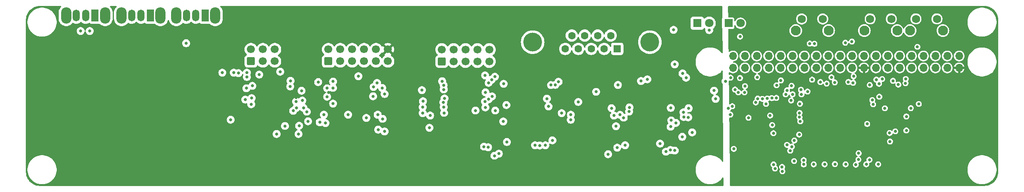
<source format=gbr>
%TF.GenerationSoftware,KiCad,Pcbnew,8.0.6*%
%TF.CreationDate,2024-10-21T13:09:56+02:00*%
%TF.ProjectId,rgb-to-hdmi,7267622d-746f-42d6-9864-6d692e6b6963,rev?*%
%TF.SameCoordinates,Original*%
%TF.FileFunction,Copper,L2,Inr*%
%TF.FilePolarity,Positive*%
%FSLAX46Y46*%
G04 Gerber Fmt 4.6, Leading zero omitted, Abs format (unit mm)*
G04 Created by KiCad (PCBNEW 8.0.6) date 2024-10-21 13:09:56*
%MOMM*%
%LPD*%
G01*
G04 APERTURE LIST*
G04 Aperture macros list*
%AMRoundRect*
0 Rectangle with rounded corners*
0 $1 Rounding radius*
0 $2 $3 $4 $5 $6 $7 $8 $9 X,Y pos of 4 corners*
0 Add a 4 corners polygon primitive as box body*
4,1,4,$2,$3,$4,$5,$6,$7,$8,$9,$2,$3,0*
0 Add four circle primitives for the rounded corners*
1,1,$1+$1,$2,$3*
1,1,$1+$1,$4,$5*
1,1,$1+$1,$6,$7*
1,1,$1+$1,$8,$9*
0 Add four rect primitives between the rounded corners*
20,1,$1+$1,$2,$3,$4,$5,0*
20,1,$1+$1,$4,$5,$6,$7,0*
20,1,$1+$1,$6,$7,$8,$9,0*
20,1,$1+$1,$8,$9,$2,$3,0*%
G04 Aperture macros list end*
%TA.AperFunction,ComponentPad*%
%ADD10C,2.100000*%
%TD*%
%TA.AperFunction,ComponentPad*%
%ADD11C,1.750000*%
%TD*%
%TA.AperFunction,ComponentPad*%
%ADD12O,1.700000X1.700000*%
%TD*%
%TA.AperFunction,ComponentPad*%
%ADD13RoundRect,0.250000X0.600000X-0.600000X0.600000X0.600000X-0.600000X0.600000X-0.600000X-0.600000X0*%
%TD*%
%TA.AperFunction,ComponentPad*%
%ADD14C,1.700000*%
%TD*%
%TA.AperFunction,ComponentPad*%
%ADD15R,1.800000X1.800000*%
%TD*%
%TA.AperFunction,ComponentPad*%
%ADD16C,1.800000*%
%TD*%
%TA.AperFunction,ComponentPad*%
%ADD17O,2.200000X3.500000*%
%TD*%
%TA.AperFunction,ComponentPad*%
%ADD18R,1.500000X2.500000*%
%TD*%
%TA.AperFunction,ComponentPad*%
%ADD19O,1.500000X2.500000*%
%TD*%
%TA.AperFunction,ComponentPad*%
%ADD20C,4.000000*%
%TD*%
%TA.AperFunction,ComponentPad*%
%ADD21R,1.600000X1.600000*%
%TD*%
%TA.AperFunction,ComponentPad*%
%ADD22C,1.600000*%
%TD*%
%TA.AperFunction,ViaPad*%
%ADD23C,0.762000*%
%TD*%
%TA.AperFunction,ViaPad*%
%ADD24C,0.660400*%
%TD*%
G04 APERTURE END LIST*
D10*
%TO.N,*%
%TO.C,SW1*%
X144587600Y-34182500D03*
X151597600Y-34182500D03*
D11*
%TO.N,GND*%
X145837600Y-31692500D03*
%TO.N,/GPIO16*%
X150337600Y-31692500D03*
%TD*%
D10*
%TO.N,*%
%TO.C,SW2*%
X159218000Y-34165200D03*
X166228000Y-34165200D03*
D11*
%TO.N,GND*%
X160468000Y-31675200D03*
%TO.N,/GPIO26*%
X164968000Y-31675200D03*
%TD*%
D10*
%TO.N,*%
%TO.C,SW3*%
X168960600Y-34165200D03*
X175970600Y-34165200D03*
D11*
%TO.N,GND*%
X170210600Y-31675200D03*
%TO.N,/GPIO19*%
X174710600Y-31675200D03*
%TD*%
D12*
%TO.N,/3V3*%
%TO.C,P1*%
X179451000Y-42140000D03*
%TO.N,/VCC*%
X179451000Y-39600000D03*
%TO.N,/GPIO2_Q00*%
X176911000Y-42140000D03*
%TO.N,/VCC*%
X176911000Y-39600000D03*
%TO.N,/GPIO3_Q01*%
X174371000Y-42140000D03*
%TO.N,GND*%
X174371000Y-39600000D03*
%TO.N,/GPIO4_Q02*%
X171831000Y-42140000D03*
%TO.N,/TxD*%
X171831000Y-39600000D03*
%TO.N,GND*%
X169291000Y-42140000D03*
%TO.N,/RxD*%
X169291000Y-39600000D03*
%TO.N,/GPIO17_psync*%
X166751000Y-42140000D03*
%TO.N,/GPIO18_Version*%
X166751000Y-39600000D03*
%TO.N,/GPIO27_genlock*%
X164211000Y-42140000D03*
%TO.N,GND*%
X164211000Y-39600000D03*
%TO.N,/GPIO22_analog*%
X161671000Y-42140000D03*
%TO.N,/GPIO23_csync*%
X161671000Y-39600000D03*
%TO.N,/3V3*%
X159131000Y-42140000D03*
%TO.N,/GPIO24_mux*%
X159131000Y-39600000D03*
%TO.N,/GPIO10_Q08*%
X156591000Y-42140000D03*
%TO.N,GND*%
X156591000Y-39600000D03*
%TO.N,/GPIO9_Q07*%
X154051000Y-42140000D03*
%TO.N,/GPIO25_mode7*%
X154051000Y-39600000D03*
%TO.N,/GPIO11_Q09*%
X151511000Y-42140000D03*
%TO.N,/GPIO8_Q06*%
X151511000Y-39600000D03*
%TO.N,GND*%
X148971000Y-42140000D03*
%TO.N,/GPIO7_Q05*%
X148971000Y-39600000D03*
%TO.N,/GPIO0_sp_data*%
X146431000Y-42140000D03*
%TO.N,/GPIO1_sp_clken*%
X146431000Y-39600000D03*
%TO.N,/GPIO5_Q03*%
X143891000Y-42140000D03*
%TO.N,GND*%
X143891000Y-39600000D03*
%TO.N,/GPIO6_Q04*%
X141351000Y-42140000D03*
%TO.N,/GPIO12_Q10*%
X141351000Y-39600000D03*
%TO.N,/GPIO13_Q11*%
X138811000Y-42140000D03*
%TO.N,GND*%
X138811000Y-39600000D03*
%TO.N,/GPIO19*%
X136271000Y-42140000D03*
%TO.N,/GPIO16*%
X136271000Y-39600000D03*
%TO.N,/GPIO26*%
X133731000Y-42140000D03*
%TO.N,/GPIO20_sp_clk*%
X133731000Y-39600000D03*
%TO.N,GND*%
X131191000Y-42140000D03*
%TO.N,/GPIO21_clk*%
X131191000Y-39600000D03*
%TD*%
D13*
%TO.N,/R1*%
%TO.C,P2*%
X44887000Y-40717600D03*
D14*
%TO.N,/B1*%
X44887000Y-38177600D03*
%TO.N,GND*%
X47427000Y-40717600D03*
%TO.N,/G2*%
X47427000Y-38177600D03*
%TO.N,/R2*%
X49967000Y-40717600D03*
%TO.N,/B2*%
X49967000Y-38177600D03*
%TO.N,/R3*%
X52507000Y-40717600D03*
%TO.N,/SYNC*%
X52507000Y-38177600D03*
%TO.N,/G3*%
X55047000Y-40717600D03*
%TO.N,/VSYNC*%
X55047000Y-38177600D03*
%TO.N,/B3*%
X57587000Y-40717600D03*
%TO.N,/VCC*%
X57587000Y-38177600D03*
%TD*%
D13*
%TO.N,unconnected-(P5-Pin_1-Pad1)*%
%TO.C,P5*%
X69067800Y-40768400D03*
D14*
%TO.N,/G1*%
X69067800Y-38228400D03*
%TO.N,/GPIO22_analog*%
X71607800Y-40768400D03*
%TO.N,/R0*%
X71607800Y-38228400D03*
%TO.N,/GPIO1_sp_clken*%
X74147800Y-40768400D03*
%TO.N,/G0*%
X74147800Y-38228400D03*
%TO.N,/GPIO0_sp_data*%
X76687800Y-40768400D03*
%TO.N,/B0*%
X76687800Y-38228400D03*
%TO.N,/GPIO24_mux*%
X79227800Y-40768400D03*
%TO.N,/GPIO25_mode7*%
X79227800Y-38228400D03*
%TD*%
D15*
%TO.N,Net-(D1-K)*%
%TO.C,D1*%
X130272000Y-32599040D03*
D16*
%TO.N,/GPIO27_genlock*%
X132812000Y-32599040D03*
%TD*%
D15*
%TO.N,Net-(D2-K)*%
%TO.C,D2*%
X123576200Y-32599040D03*
D16*
%TO.N,/GPIO25_mode7*%
X126116200Y-32599040D03*
%TD*%
D17*
%TO.N,*%
%TO.C,SW5*%
X9073000Y-30964000D03*
X773000Y-30964000D03*
D18*
%TO.N,Net-(SW5-A)*%
X6923000Y-30964000D03*
D19*
%TO.N,/R1_A*%
X4923000Y-30964000D03*
%TO.N,Net-(SW5-C)*%
X2923000Y-30964000D03*
%TD*%
D17*
%TO.N,*%
%TO.C,SW6*%
X-2738000Y-30964000D03*
X-11038000Y-30964000D03*
D18*
%TO.N,Net-(SW6-A)*%
X-4888000Y-30964000D03*
D19*
%TO.N,/B1_A*%
X-6888000Y-30964000D03*
%TO.N,Net-(SW6-C)*%
X-8888000Y-30964000D03*
%TD*%
D13*
%TO.N,GND*%
%TO.C,J1*%
X28377000Y-40717600D03*
D14*
%TO.N,/ASYNC*%
X28377000Y-38177600D03*
%TO.N,/ABLUE*%
X30917000Y-40717600D03*
%TO.N,/AGREEN*%
X30917000Y-38177600D03*
%TO.N,/ARED*%
X33457000Y-40717600D03*
%TO.N,/VCC_IN*%
X33457000Y-38177600D03*
%TD*%
D17*
%TO.N,*%
%TO.C,SW4*%
X20757000Y-30964000D03*
X12457000Y-30964000D03*
D18*
%TO.N,Net-(SW4-A)*%
X18607000Y-30964000D03*
D19*
%TO.N,/DETECT*%
X16607000Y-30964000D03*
%TO.N,Net-(SW4-C)*%
X14607000Y-30964000D03*
%TD*%
D20*
%TO.N,N/C*%
%TO.C,J2*%
X113459600Y-36649040D03*
X88459600Y-36649040D03*
D21*
%TO.N,GND*%
X106499600Y-38069040D03*
D22*
%TO.N,/R2*%
X103729600Y-38069040D03*
%TO.N,/R1*%
X100959600Y-38069040D03*
%TO.N,/G1*%
X98189600Y-38069040D03*
%TO.N,/B1*%
X95419600Y-38069040D03*
%TO.N,/G2*%
X105114600Y-35229040D03*
%TO.N,/B2*%
X102344600Y-35229040D03*
%TO.N,/SYNC*%
X99574600Y-35229040D03*
%TO.N,/VSYNC*%
X96804600Y-35229040D03*
%TD*%
D23*
%TO.N,/3V3*%
X154275005Y-35227005D03*
X158466004Y-44752000D03*
X145572598Y-50748000D03*
X156561000Y-35354000D03*
X159177861Y-57817716D03*
X178151000Y-33576000D03*
X154399619Y-45054781D03*
X146842600Y-58294400D03*
X149449000Y-59351817D03*
D24*
%TO.N,/VCC*%
X109250600Y-54586000D03*
X18666000Y-37001000D03*
X120680598Y-54586000D03*
X54067905Y-50955588D03*
X75925802Y-52706400D03*
X83037800Y-48693200D03*
X120426603Y-37669597D03*
X124430000Y-30020000D03*
X126843000Y-30020000D03*
X56418600Y-49861600D03*
X44125000Y-43410000D03*
X83088600Y-44019600D03*
X125700000Y-30020000D03*
X96576000Y-54459000D03*
X44981484Y-47414106D03*
X54081804Y-43918000D03*
X37978200Y-48439200D03*
%TO.N,GND*%
X162184200Y-62714000D03*
X28529400Y-48591600D03*
X91521400Y-48693200D03*
X160371000Y-45768000D03*
X150754200Y-62714000D03*
X152904077Y-45217654D03*
X139833758Y-56076811D03*
X76281400Y-51233200D03*
X144279138Y-57631787D03*
X38017237Y-49313805D03*
X118750200Y-41378000D03*
X140492600Y-45848400D03*
X45903000Y-49760000D03*
X51287800Y-43918000D03*
X106228000Y-54586000D03*
X35641396Y-54535200D03*
X69575800Y-51741200D03*
X139559440Y-54346617D03*
X69511072Y-46740866D03*
X152938600Y-62663198D03*
X159829287Y-54096439D03*
X42702600Y-45166600D03*
X164688998Y-57833000D03*
X146289024Y-62739200D03*
X155224606Y-62714000D03*
X157395906Y-62791240D03*
X54434220Y-48193350D03*
X45902998Y-46407200D03*
X105288200Y-50725200D03*
X43040241Y-53734845D03*
X139121000Y-52300000D03*
X34625400Y-42952800D03*
X14534000Y-36868500D03*
X80472400Y-51233200D03*
X65054600Y-49252000D03*
X145471000Y-49788000D03*
X148417400Y-62713998D03*
X94671000Y-51792000D03*
X159622800Y-62714000D03*
X69652296Y-48668687D03*
X52964200Y-52808000D03*
X122509400Y-55906800D03*
X80396198Y-44019600D03*
X130240939Y-50750718D03*
X132719184Y-35443182D03*
X118547000Y-34012000D03*
X39155115Y-47011357D03*
X33838000Y-56237000D03*
X117937400Y-50674400D03*
X49103400Y-52118200D03*
%TO.N,/SYNC*%
X112908200Y-44578400D03*
X140434326Y-48533326D03*
X142442673Y-47778772D03*
X109102475Y-50557064D03*
%TO.N,/VSYNC*%
X107887738Y-52757202D03*
X111587400Y-44934000D03*
X133654200Y-47358431D03*
X157958000Y-61721691D03*
%TO.N,/SPCLK*%
X168178600Y-52503200D03*
X168178596Y-55480588D03*
%TO.N,/R1*%
X139852533Y-62742425D03*
X96620317Y-52143274D03*
X106631500Y-45775100D03*
X131632207Y-46777402D03*
%TO.N,/B1*%
X132337400Y-47353193D03*
X98176200Y-49404400D03*
X102007300Y-47241400D03*
X141730776Y-64189744D03*
%TO.N,/G2*%
X121727378Y-50752230D03*
X130674283Y-44237537D03*
X121188600Y-44222800D03*
X146281840Y-61828826D03*
%TO.N,/R2*%
X144242000Y-62024000D03*
X133759570Y-46040191D03*
X134517800Y-52776206D03*
%TO.N,/B2*%
X129599394Y-44968394D03*
X120426600Y-43308400D03*
X121674333Y-52686444D03*
X141669810Y-63281385D03*
%TO.N,/R3*%
X115651400Y-58294400D03*
X117882922Y-54691278D03*
%TO.N,/B0*%
X136455386Y-48687546D03*
X152205720Y-44131771D03*
%TO.N,/G0*%
X160304600Y-61748800D03*
X127478000Y-48759932D03*
X131038000Y-50310801D03*
%TO.N,/R0*%
X148075930Y-44646671D03*
X137444604Y-48744000D03*
X136059200Y-49497030D03*
%TO.N,/G1*%
X140162926Y-63598280D03*
X127139563Y-46989932D03*
%TO.N,/GPIO27_genlock*%
X155163998Y-36751000D03*
X148564827Y-36997804D03*
%TO.N,/GPIO25_mode7*%
X126116200Y-34084000D03*
%TO.N,/GPIO0_sp_data*%
X143408274Y-59792800D03*
X138510909Y-48641907D03*
X145816841Y-47779060D03*
X161092000Y-49912200D03*
X80294600Y-60885200D03*
X78332484Y-43736200D03*
X44630894Y-46480590D03*
X166467000Y-45687800D03*
X78415000Y-47363700D03*
%TO.N,/GPIO20_sp_clk*%
X156561000Y-36496998D03*
X147567345Y-36950600D03*
X162403000Y-48300000D03*
X163583606Y-50758606D03*
X170531000Y-37640000D03*
%TO.N,/GPIO1_sp_clken*%
X145697698Y-46818268D03*
X143757447Y-58952020D03*
X79703822Y-44650978D03*
X81241553Y-60440764D03*
X169134000Y-50721000D03*
X79790600Y-48223182D03*
X165323998Y-44879002D03*
X160923849Y-49017461D03*
%TO.N,/GPIO17_psync*%
X162342012Y-45532910D03*
X147102078Y-47179290D03*
%TO.N,/GPIO18_Version*%
X145318600Y-56364000D03*
X143905791Y-47770156D03*
X163038000Y-44498000D03*
X143684726Y-45976242D03*
%TO.N,/GPIO22_analog*%
X142718000Y-46911000D03*
X161768000Y-44625000D03*
X79093125Y-45326168D03*
X79075400Y-48845600D03*
X136368000Y-44117000D03*
%TO.N,/GPIO24_mux*%
X138243761Y-49822461D03*
X143592508Y-49102167D03*
X141401200Y-44798800D03*
%TO.N,/GPIO21_clk*%
X132685000Y-44290800D03*
X158002769Y-60358091D03*
%TO.N,/GPIO2_Q00*%
X145563254Y-53540184D03*
%TO.N,/GPIO3_Q01*%
X145385000Y-52647403D03*
%TO.N,/GPIO4_Q02*%
X145385000Y-51737000D03*
%TO.N,/GPIO9_Q07*%
X156942000Y-43939673D03*
%TO.N,/GPIO11_Q09*%
X155799000Y-45133000D03*
%TO.N,/GPIO8_Q06*%
X156818498Y-45312669D03*
%TO.N,/GPIO5_Q03*%
X167991000Y-45387000D03*
%TO.N,/GPIO6_Q04*%
X165832000Y-55674000D03*
%TO.N,/GPIO12_Q10*%
X168047565Y-44495296D03*
%TO.N,/GPIO13_Q11*%
X164608606Y-56021406D03*
%TO.N,/GPIO23_csync*%
X149830000Y-45133000D03*
%TO.N,/AGREEN*%
X39584614Y-50645000D03*
X39327391Y-49102048D03*
%TO.N,/CLAMPLVL*%
X28661187Y-45966474D03*
X78364200Y-50572800D03*
X37369503Y-51285891D03*
X27383838Y-46484974D03*
X36759000Y-46102406D03*
X78087806Y-58933394D03*
X38537000Y-56237000D03*
X27157800Y-48896400D03*
X45895620Y-45043600D03*
%TO.N,/ASYNC*%
X65003800Y-50522000D03*
%TO.N,/ABLUE*%
X40315000Y-51487200D03*
X28427802Y-49887001D03*
X40561000Y-53537127D03*
X82981786Y-57953630D03*
X82856000Y-50064800D03*
%TO.N,/ARED*%
X88983348Y-58649041D03*
X38046686Y-50677405D03*
X91826200Y-50369600D03*
X38639981Y-54484400D03*
%TO.N,/SGREEN*%
X44634092Y-48281451D03*
X56889729Y-47706627D03*
%TO.N,/REFGYSYNC*%
X64851407Y-46877794D03*
X69394175Y-49492812D03*
%TO.N,/REFSYNC*%
X65003800Y-51792004D03*
X69474200Y-50522000D03*
%TO.N,/SPARE*%
X78955541Y-59073394D03*
X78309589Y-49337907D03*
%TO.N,/REFGYLO*%
X55271600Y-45341186D03*
X69152211Y-44977626D03*
%TO.N,/REFGYHI*%
X56371104Y-46415200D03*
X69468070Y-45831480D03*
%TO.N,/DETECT*%
X54539000Y-46204000D03*
X91165800Y-58650000D03*
X151180200Y-45474555D03*
X22281000Y-43156000D03*
X24693998Y-43156000D03*
X104577000Y-60555000D03*
X130631600Y-52104710D03*
X96598828Y-53211822D03*
X131374000Y-59412000D03*
X139476597Y-48591606D03*
X24059000Y-53189000D03*
X105821600Y-52325400D03*
%TO.N,/B3_A*%
X82174200Y-53570000D03*
X82275800Y-45543600D03*
%TO.N,/B2_A*%
X120680600Y-52604800D03*
X120375800Y-56850600D03*
%TO.N,/SYNC_A*%
X108193439Y-58645101D03*
X109047400Y-51465800D03*
%TO.N,/G2_A*%
X118754379Y-59777347D03*
X56469400Y-53011200D03*
X120645280Y-51625108D03*
X56875800Y-55703600D03*
%TO.N,/VSYNC_A*%
X107117000Y-52147600D03*
X106519992Y-59155645D03*
X66426200Y-54912200D03*
X66578600Y-52300000D03*
%TO.N,/TERM*%
X142724254Y-58560035D03*
X43921800Y-52118200D03*
X170839800Y-49832000D03*
X44277400Y-53925600D03*
%TO.N,/R3_A*%
X93997657Y-45086400D03*
X92674120Y-57607799D03*
X119007152Y-53887085D03*
X117851653Y-59659369D03*
%TO.N,/G0_A*%
X55504198Y-55318600D03*
X116870600Y-60017600D03*
X55399499Y-52118200D03*
X118039000Y-53336800D03*
%TO.N,/B1_A*%
X89997400Y-58700800D03*
X93315857Y-45767706D03*
%TO.N,/R1_A*%
X27490016Y-43163025D03*
X92385000Y-45797600D03*
%TO.N,Net-(SW5-C)*%
X36809800Y-44883200D03*
X27513400Y-44070400D03*
%TO.N,Net-(SW5-A)*%
X25684600Y-43257600D03*
X30155002Y-43562400D03*
%TO.N,Net-(SW6-C)*%
X-6040004Y-34266000D03*
X-7945000Y-34266000D03*
%TD*%
%TA.AperFunction,Conductor*%
%TO.N,/VCC*%
G36*
X57121075Y-38370593D02*
G01*
X57186901Y-38484607D01*
X57279993Y-38577699D01*
X57394007Y-38643525D01*
X57457590Y-38660562D01*
X56825625Y-39292525D01*
X56896801Y-39342363D01*
X56940426Y-39396940D01*
X56947620Y-39466438D01*
X56916097Y-39528793D01*
X56884697Y-39552992D01*
X56841427Y-39576409D01*
X56841422Y-39576412D01*
X56663761Y-39714692D01*
X56663756Y-39714697D01*
X56511284Y-39880323D01*
X56511276Y-39880334D01*
X56420808Y-40018806D01*
X56367662Y-40064162D01*
X56298431Y-40073586D01*
X56235095Y-40044084D01*
X56213192Y-40018806D01*
X56129720Y-39891043D01*
X56122722Y-39880332D01*
X56122719Y-39880329D01*
X56122715Y-39880323D01*
X55970243Y-39714697D01*
X55970238Y-39714692D01*
X55792577Y-39576412D01*
X55792578Y-39576412D01*
X55792576Y-39576411D01*
X55756070Y-39556655D01*
X55706479Y-39507436D01*
X55691371Y-39439219D01*
X55715541Y-39373664D01*
X55756070Y-39338545D01*
X55760074Y-39336378D01*
X55792576Y-39318789D01*
X55970240Y-39180506D01*
X56070093Y-39072038D01*
X56122715Y-39014876D01*
X56122715Y-39014875D01*
X56122722Y-39014868D01*
X56216749Y-38870947D01*
X56269894Y-38825594D01*
X56339125Y-38816170D01*
X56402461Y-38845672D01*
X56422131Y-38867649D01*
X56472072Y-38938973D01*
X56472073Y-38938973D01*
X57104037Y-38307009D01*
X57121075Y-38370593D01*
G37*
%TD.AperFunction*%
%TA.AperFunction,Conductor*%
G36*
X-12150626Y-28939225D02*
G01*
X-12104871Y-28992029D01*
X-12094927Y-29061187D01*
X-12123952Y-29124743D01*
X-12129984Y-29131221D01*
X-12264893Y-29266129D01*
X-12264893Y-29266130D01*
X-12264895Y-29266132D01*
X-12294973Y-29307531D01*
X-12413713Y-29470961D01*
X-12528655Y-29696547D01*
X-12606894Y-29937341D01*
X-12646500Y-30187402D01*
X-12646500Y-31740597D01*
X-12625605Y-31872520D01*
X-12606894Y-31990658D01*
X-12528656Y-32231450D01*
X-12413713Y-32457038D01*
X-12264895Y-32661868D01*
X-12085868Y-32840895D01*
X-11881038Y-32989713D01*
X-11655450Y-33104656D01*
X-11414658Y-33182894D01*
X-11285824Y-33203299D01*
X-11164597Y-33222500D01*
X-11164592Y-33222500D01*
X-10911403Y-33222500D01*
X-10800892Y-33204996D01*
X-10661342Y-33182894D01*
X-10420550Y-33104656D01*
X-10194962Y-32989713D01*
X-9990132Y-32840895D01*
X-9811105Y-32661868D01*
X-9735174Y-32557356D01*
X-9679845Y-32514691D01*
X-9610232Y-32508712D01*
X-9561971Y-32529923D01*
X-9547598Y-32540366D01*
X-9475188Y-32577261D01*
X-9371102Y-32630296D01*
X-9371100Y-32630296D01*
X-9371097Y-32630298D01*
X-9270112Y-32663110D01*
X-9182701Y-32691512D01*
X-8987051Y-32722500D01*
X-8987046Y-32722500D01*
X-8788949Y-32722500D01*
X-8593300Y-32691512D01*
X-8569953Y-32683926D01*
X-8404903Y-32630298D01*
X-8228402Y-32540366D01*
X-8068142Y-32423930D01*
X-7975681Y-32331469D01*
X-7914358Y-32297984D01*
X-7844666Y-32302968D01*
X-7800319Y-32331469D01*
X-7707858Y-32423930D01*
X-7547598Y-32540366D01*
X-7475188Y-32577261D01*
X-7371102Y-32630296D01*
X-7371100Y-32630296D01*
X-7371097Y-32630298D01*
X-7270112Y-32663110D01*
X-7182701Y-32691512D01*
X-6987051Y-32722500D01*
X-6987046Y-32722500D01*
X-6788949Y-32722500D01*
X-6593300Y-32691512D01*
X-6569953Y-32683926D01*
X-6404903Y-32630298D01*
X-6228402Y-32540366D01*
X-6198063Y-32518322D01*
X-6132260Y-32494843D01*
X-6064206Y-32510667D01*
X-6025912Y-32544331D01*
X-6001263Y-32577259D01*
X-6001262Y-32577259D01*
X-6001261Y-32577261D01*
X-5884204Y-32664889D01*
X-5771867Y-32706789D01*
X-5758497Y-32711776D01*
X-5747201Y-32715989D01*
X-5719950Y-32718918D01*
X-5686655Y-32722499D01*
X-5686638Y-32722500D01*
X-4089362Y-32722500D01*
X-4089346Y-32722499D01*
X-4054681Y-32718771D01*
X-4028799Y-32715989D01*
X-4017503Y-32711775D01*
X-3947817Y-32706789D01*
X-3886492Y-32740271D01*
X-3785868Y-32840895D01*
X-3581038Y-32989713D01*
X-3355450Y-33104656D01*
X-3114658Y-33182894D01*
X-2985824Y-33203299D01*
X-2864597Y-33222500D01*
X-2864592Y-33222500D01*
X-2611403Y-33222500D01*
X-2500892Y-33204996D01*
X-2361342Y-33182894D01*
X-2120550Y-33104656D01*
X-1894962Y-32989713D01*
X-1690132Y-32840895D01*
X-1511105Y-32661868D01*
X-1362287Y-32457038D01*
X-1247344Y-32231450D01*
X-1169106Y-31990658D01*
X-1146531Y-31848122D01*
X-1129500Y-31740597D01*
X-1129500Y-30187402D01*
X-1167630Y-29946664D01*
X-1169106Y-29937342D01*
X-1247344Y-29696550D01*
X-1362287Y-29470962D01*
X-1511105Y-29266132D01*
X-1646016Y-29131221D01*
X-1679501Y-29069898D01*
X-1674517Y-29000206D01*
X-1632645Y-28944273D01*
X-1567181Y-28919856D01*
X-1558335Y-28919540D01*
X-406665Y-28919540D01*
X-339626Y-28939225D01*
X-293871Y-28992029D01*
X-283927Y-29061187D01*
X-312952Y-29124743D01*
X-318984Y-29131221D01*
X-453893Y-29266129D01*
X-453893Y-29266130D01*
X-453895Y-29266132D01*
X-483973Y-29307531D01*
X-602713Y-29470961D01*
X-717655Y-29696547D01*
X-795894Y-29937341D01*
X-835500Y-30187402D01*
X-835500Y-31740597D01*
X-814605Y-31872520D01*
X-795894Y-31990658D01*
X-717656Y-32231450D01*
X-602713Y-32457038D01*
X-453895Y-32661868D01*
X-274868Y-32840895D01*
X-70038Y-32989713D01*
X155550Y-33104656D01*
X396342Y-33182894D01*
X525176Y-33203299D01*
X646403Y-33222500D01*
X646408Y-33222500D01*
X899597Y-33222500D01*
X1010108Y-33204996D01*
X1149658Y-33182894D01*
X1390450Y-33104656D01*
X1616038Y-32989713D01*
X1820868Y-32840895D01*
X1999895Y-32661868D01*
X2075826Y-32557356D01*
X2131155Y-32514691D01*
X2200768Y-32508712D01*
X2249029Y-32529923D01*
X2263402Y-32540366D01*
X2335812Y-32577261D01*
X2439898Y-32630296D01*
X2439900Y-32630296D01*
X2439903Y-32630298D01*
X2540888Y-32663110D01*
X2628299Y-32691512D01*
X2823949Y-32722500D01*
X2823954Y-32722500D01*
X3022051Y-32722500D01*
X3217700Y-32691512D01*
X3241047Y-32683926D01*
X3406097Y-32630298D01*
X3582598Y-32540366D01*
X3742858Y-32423930D01*
X3835319Y-32331469D01*
X3896642Y-32297984D01*
X3966334Y-32302968D01*
X4010681Y-32331469D01*
X4103142Y-32423930D01*
X4263402Y-32540366D01*
X4335812Y-32577261D01*
X4439898Y-32630296D01*
X4439900Y-32630296D01*
X4439903Y-32630298D01*
X4540888Y-32663110D01*
X4628299Y-32691512D01*
X4823949Y-32722500D01*
X4823954Y-32722500D01*
X5022051Y-32722500D01*
X5217700Y-32691512D01*
X5241047Y-32683926D01*
X5406097Y-32630298D01*
X5582598Y-32540366D01*
X5612937Y-32518322D01*
X5678740Y-32494843D01*
X5746794Y-32510667D01*
X5785088Y-32544331D01*
X5809737Y-32577259D01*
X5809738Y-32577259D01*
X5809739Y-32577261D01*
X5926796Y-32664889D01*
X6039133Y-32706789D01*
X6052503Y-32711776D01*
X6063799Y-32715989D01*
X6091050Y-32718918D01*
X6124345Y-32722499D01*
X6124362Y-32722500D01*
X7721638Y-32722500D01*
X7721654Y-32722499D01*
X7756319Y-32718771D01*
X7782201Y-32715989D01*
X7793497Y-32711775D01*
X7863183Y-32706789D01*
X7924508Y-32740271D01*
X8025132Y-32840895D01*
X8229962Y-32989713D01*
X8455550Y-33104656D01*
X8696342Y-33182894D01*
X8825176Y-33203299D01*
X8946403Y-33222500D01*
X8946408Y-33222500D01*
X9199597Y-33222500D01*
X9310108Y-33204996D01*
X9449658Y-33182894D01*
X9690450Y-33104656D01*
X9916038Y-32989713D01*
X10120868Y-32840895D01*
X10299895Y-32661868D01*
X10448713Y-32457038D01*
X10563656Y-32231450D01*
X10641894Y-31990658D01*
X10642527Y-31986663D01*
X10672456Y-31923528D01*
X10731767Y-31886596D01*
X10801630Y-31887594D01*
X10859862Y-31926203D01*
X10887473Y-31986663D01*
X10888105Y-31990658D01*
X10936673Y-32140132D01*
X10966344Y-32231450D01*
X11081287Y-32457038D01*
X11230105Y-32661868D01*
X11409132Y-32840895D01*
X11613962Y-32989713D01*
X11839550Y-33104656D01*
X12080342Y-33182894D01*
X12209176Y-33203299D01*
X12330403Y-33222500D01*
X12330408Y-33222500D01*
X12583597Y-33222500D01*
X12694108Y-33204996D01*
X12833658Y-33182894D01*
X13074450Y-33104656D01*
X13300038Y-32989713D01*
X13504868Y-32840895D01*
X13683895Y-32661868D01*
X13759826Y-32557356D01*
X13815155Y-32514691D01*
X13884768Y-32508712D01*
X13933029Y-32529923D01*
X13947402Y-32540366D01*
X14019812Y-32577261D01*
X14123898Y-32630296D01*
X14123900Y-32630296D01*
X14123903Y-32630298D01*
X14224888Y-32663110D01*
X14312299Y-32691512D01*
X14507949Y-32722500D01*
X14507954Y-32722500D01*
X14706051Y-32722500D01*
X14901700Y-32691512D01*
X14925047Y-32683926D01*
X15090097Y-32630298D01*
X15266598Y-32540366D01*
X15426858Y-32423930D01*
X15519319Y-32331469D01*
X15580642Y-32297984D01*
X15650334Y-32302968D01*
X15694681Y-32331469D01*
X15787142Y-32423930D01*
X15947402Y-32540366D01*
X16019812Y-32577261D01*
X16123898Y-32630296D01*
X16123900Y-32630296D01*
X16123903Y-32630298D01*
X16224888Y-32663110D01*
X16312299Y-32691512D01*
X16507949Y-32722500D01*
X16507954Y-32722500D01*
X16706051Y-32722500D01*
X16901700Y-32691512D01*
X16925047Y-32683926D01*
X17090097Y-32630298D01*
X17266598Y-32540366D01*
X17296937Y-32518322D01*
X17362740Y-32494843D01*
X17430794Y-32510667D01*
X17469088Y-32544331D01*
X17493737Y-32577259D01*
X17493738Y-32577259D01*
X17493739Y-32577261D01*
X17610796Y-32664889D01*
X17723133Y-32706789D01*
X17736503Y-32711776D01*
X17747799Y-32715989D01*
X17775050Y-32718918D01*
X17808345Y-32722499D01*
X17808362Y-32722500D01*
X19405638Y-32722500D01*
X19405654Y-32722499D01*
X19440319Y-32718771D01*
X19466201Y-32715989D01*
X19477497Y-32711775D01*
X19547183Y-32706789D01*
X19608508Y-32740271D01*
X19709132Y-32840895D01*
X19913962Y-32989713D01*
X20139550Y-33104656D01*
X20380342Y-33182894D01*
X20509176Y-33203299D01*
X20630403Y-33222500D01*
X20630408Y-33222500D01*
X20883597Y-33222500D01*
X20994108Y-33204996D01*
X21133658Y-33182894D01*
X21374450Y-33104656D01*
X21600038Y-32989713D01*
X21804868Y-32840895D01*
X21983895Y-32661868D01*
X22132713Y-32457038D01*
X22247656Y-32231450D01*
X22325894Y-31990658D01*
X22348469Y-31848122D01*
X22365500Y-31740597D01*
X22365500Y-31650385D01*
X122167700Y-31650385D01*
X122167700Y-33547694D01*
X122174211Y-33608242D01*
X122174211Y-33608244D01*
X122216675Y-33722091D01*
X122225311Y-33745244D01*
X122312939Y-33862301D01*
X122429996Y-33949929D01*
X122566999Y-34001029D01*
X122594250Y-34003958D01*
X122627545Y-34007539D01*
X122627562Y-34007540D01*
X124524838Y-34007540D01*
X124524854Y-34007539D01*
X124551892Y-34004631D01*
X124585401Y-34001029D01*
X124722404Y-33949929D01*
X124839461Y-33862301D01*
X124927089Y-33745244D01*
X124951597Y-33679535D01*
X124993468Y-33623603D01*
X125058933Y-33599187D01*
X125127205Y-33614039D01*
X125154924Y-33635696D01*
X125155210Y-33635387D01*
X125158974Y-33638851D01*
X125158980Y-33638858D01*
X125231824Y-33695555D01*
X125265917Y-33722091D01*
X125306730Y-33778801D01*
X125310403Y-33848574D01*
X125307686Y-33858260D01*
X125291309Y-33908663D01*
X125272880Y-34084000D01*
X125291309Y-34259337D01*
X125291310Y-34259340D01*
X125337192Y-34400552D01*
X125345789Y-34427009D01*
X125433940Y-34579691D01*
X125551909Y-34710709D01*
X125646990Y-34779790D01*
X125694541Y-34814338D01*
X125776213Y-34850700D01*
X125855600Y-34886045D01*
X126028049Y-34922700D01*
X126028050Y-34922700D01*
X126204349Y-34922700D01*
X126204351Y-34922700D01*
X126376800Y-34886045D01*
X126537860Y-34814337D01*
X126680491Y-34710709D01*
X126798460Y-34579691D01*
X126886611Y-34427009D01*
X126941091Y-34259336D01*
X126959520Y-34084000D01*
X126941091Y-33908664D01*
X126924714Y-33858260D01*
X126922719Y-33788420D01*
X126958799Y-33728587D01*
X126966465Y-33722103D01*
X127073420Y-33638858D01*
X127231514Y-33467123D01*
X127359184Y-33271709D01*
X127452949Y-33057947D01*
X127510251Y-32831666D01*
X127529527Y-32599040D01*
X127527722Y-32577261D01*
X127510251Y-32366417D01*
X127510251Y-32366414D01*
X127452949Y-32140133D01*
X127359184Y-31926371D01*
X127333198Y-31886596D01*
X127231513Y-31730955D01*
X127073423Y-31559225D01*
X127073422Y-31559224D01*
X127073420Y-31559222D01*
X126889217Y-31415850D01*
X126889215Y-31415849D01*
X126889214Y-31415848D01*
X126889211Y-31415846D01*
X126683933Y-31304756D01*
X126683930Y-31304755D01*
X126683927Y-31304753D01*
X126683921Y-31304751D01*
X126683919Y-31304750D01*
X126463154Y-31228960D01*
X126271930Y-31197051D01*
X126232912Y-31190540D01*
X125999488Y-31190540D01*
X125960470Y-31197051D01*
X125769245Y-31228960D01*
X125548480Y-31304750D01*
X125548466Y-31304756D01*
X125343188Y-31415846D01*
X125343185Y-31415848D01*
X125158981Y-31559221D01*
X125155210Y-31562693D01*
X125154490Y-31561911D01*
X125099099Y-31595187D01*
X125029261Y-31593074D01*
X124971652Y-31553540D01*
X124951597Y-31518543D01*
X124943571Y-31497027D01*
X124927089Y-31452836D01*
X124839461Y-31335779D01*
X124722404Y-31248151D01*
X124585403Y-31197051D01*
X124524854Y-31190540D01*
X124524838Y-31190540D01*
X122627562Y-31190540D01*
X122627545Y-31190540D01*
X122566997Y-31197051D01*
X122566995Y-31197051D01*
X122429995Y-31248151D01*
X122312939Y-31335779D01*
X122225311Y-31452835D01*
X122174211Y-31589835D01*
X122174211Y-31589837D01*
X122167700Y-31650385D01*
X22365500Y-31650385D01*
X22365500Y-30187402D01*
X22327370Y-29946664D01*
X22325894Y-29937342D01*
X22247656Y-29696550D01*
X22132713Y-29470962D01*
X21983895Y-29266132D01*
X21848984Y-29131221D01*
X21815499Y-29069898D01*
X21820483Y-29000206D01*
X21862355Y-28944273D01*
X21927819Y-28919856D01*
X21936665Y-28919540D01*
X128807347Y-28919540D01*
X128874386Y-28939225D01*
X128920141Y-28992029D01*
X128931345Y-29042810D01*
X128945093Y-31378795D01*
X128925803Y-31445949D01*
X128921333Y-31452427D01*
X128921111Y-31452834D01*
X128870010Y-31589838D01*
X128863500Y-31650385D01*
X128863500Y-33547694D01*
X128870011Y-33608242D01*
X128870011Y-33608244D01*
X128921111Y-33745246D01*
X128921112Y-33745247D01*
X128934831Y-33763573D01*
X128959248Y-33829037D01*
X128959562Y-33837153D01*
X128989298Y-38889573D01*
X128970008Y-38956727D01*
X128917474Y-39002792D01*
X128848376Y-39013143D01*
X128784650Y-38984492D01*
X128768353Y-38967616D01*
X128634506Y-38799777D01*
X128388256Y-38553527D01*
X128116001Y-38336412D01*
X128115999Y-38336411D01*
X127821130Y-38151132D01*
X127507382Y-38000039D01*
X127178692Y-37885025D01*
X127178684Y-37885022D01*
X126911532Y-37824047D01*
X126839171Y-37807531D01*
X126839167Y-37807530D01*
X126839158Y-37807529D01*
X126493124Y-37768540D01*
X126493120Y-37768540D01*
X126144880Y-37768540D01*
X126144875Y-37768540D01*
X125798841Y-37807529D01*
X125798829Y-37807531D01*
X125459315Y-37885022D01*
X125459307Y-37885025D01*
X125130617Y-38000039D01*
X124816869Y-38151132D01*
X124522000Y-38336411D01*
X124521998Y-38336412D01*
X124249743Y-38553527D01*
X124003487Y-38799783D01*
X123786372Y-39072038D01*
X123786371Y-39072040D01*
X123601092Y-39366909D01*
X123449999Y-39680657D01*
X123334985Y-40009347D01*
X123334982Y-40009355D01*
X123257491Y-40348869D01*
X123257489Y-40348881D01*
X123218500Y-40694915D01*
X123218500Y-41043164D01*
X123257489Y-41389198D01*
X123257490Y-41389207D01*
X123257491Y-41389211D01*
X123264938Y-41421837D01*
X123334982Y-41728724D01*
X123334985Y-41728732D01*
X123449999Y-42057422D01*
X123601092Y-42371170D01*
X123786371Y-42666039D01*
X123786372Y-42666041D01*
X124003487Y-42938296D01*
X124249743Y-43184552D01*
X124521998Y-43401667D01*
X124522001Y-43401668D01*
X124522003Y-43401670D01*
X124805031Y-43579509D01*
X124816869Y-43586947D01*
X124866458Y-43610828D01*
X125130621Y-43738042D01*
X125377488Y-43824424D01*
X125459307Y-43853054D01*
X125459315Y-43853057D01*
X125459318Y-43853057D01*
X125459319Y-43853058D01*
X125798829Y-43930549D01*
X126144876Y-43969539D01*
X126144877Y-43969540D01*
X126144880Y-43969540D01*
X126493123Y-43969540D01*
X126493123Y-43969539D01*
X126839171Y-43930549D01*
X127178681Y-43853058D01*
X127507379Y-43738042D01*
X127821133Y-43586946D01*
X128115997Y-43401670D01*
X128116001Y-43401667D01*
X128388256Y-43184552D01*
X128388258Y-43184549D01*
X128388263Y-43184546D01*
X128634506Y-42938303D01*
X128791476Y-42741467D01*
X128848662Y-42701329D01*
X128918473Y-42698479D01*
X128978743Y-42733824D01*
X129010337Y-42796143D01*
X129012419Y-42818052D01*
X129021193Y-44308801D01*
X129001903Y-44375955D01*
X128989346Y-44392502D01*
X128917135Y-44472701D01*
X128917131Y-44472706D01*
X128828982Y-44625386D01*
X128774504Y-44793053D01*
X128774503Y-44793056D01*
X128756074Y-44968394D01*
X128774503Y-45143731D01*
X128774504Y-45143734D01*
X128828116Y-45308737D01*
X128828983Y-45311403D01*
X128917134Y-45464085D01*
X128968818Y-45521486D01*
X128997151Y-45552953D01*
X129027381Y-45615944D01*
X129028999Y-45635195D01*
X129125769Y-62077192D01*
X129106479Y-62144346D01*
X129053945Y-62190411D01*
X128984847Y-62200762D01*
X128921121Y-62172111D01*
X128896777Y-62143894D01*
X128851628Y-62072040D01*
X128851627Y-62072038D01*
X128634512Y-61799783D01*
X128388256Y-61553527D01*
X128116001Y-61336412D01*
X128115999Y-61336411D01*
X127821130Y-61151132D01*
X127507382Y-61000039D01*
X127178692Y-60885025D01*
X127178684Y-60885022D01*
X126924048Y-60826903D01*
X126839171Y-60807531D01*
X126839167Y-60807530D01*
X126839158Y-60807529D01*
X126493124Y-60768540D01*
X126493120Y-60768540D01*
X126144880Y-60768540D01*
X126144875Y-60768540D01*
X125798841Y-60807529D01*
X125798829Y-60807531D01*
X125459315Y-60885022D01*
X125459307Y-60885025D01*
X125130617Y-61000039D01*
X124816869Y-61151132D01*
X124522000Y-61336411D01*
X124521998Y-61336412D01*
X124249743Y-61553527D01*
X124003487Y-61799783D01*
X123786372Y-62072038D01*
X123786371Y-62072040D01*
X123601092Y-62366909D01*
X123449999Y-62680657D01*
X123334985Y-63009347D01*
X123334982Y-63009355D01*
X123257491Y-63348869D01*
X123257489Y-63348881D01*
X123218500Y-63694915D01*
X123218500Y-64043164D01*
X123257489Y-64389198D01*
X123257491Y-64389210D01*
X123334982Y-64728724D01*
X123334985Y-64728732D01*
X123449999Y-65057422D01*
X123601092Y-65371170D01*
X123786371Y-65666039D01*
X123786372Y-65666041D01*
X124003487Y-65938296D01*
X124249743Y-66184552D01*
X124521998Y-66401667D01*
X124522001Y-66401668D01*
X124522003Y-66401670D01*
X124816867Y-66586946D01*
X125130621Y-66738042D01*
X125377488Y-66824424D01*
X125459307Y-66853054D01*
X125459315Y-66853057D01*
X125459318Y-66853057D01*
X125459319Y-66853058D01*
X125798829Y-66930549D01*
X126144876Y-66969539D01*
X126144877Y-66969540D01*
X126144880Y-66969540D01*
X126493123Y-66969540D01*
X126493123Y-66969539D01*
X126839171Y-66930549D01*
X127178681Y-66853058D01*
X127507379Y-66738042D01*
X127821133Y-66586946D01*
X128115997Y-66401670D01*
X128254252Y-66291416D01*
X128388256Y-66184552D01*
X128388258Y-66184549D01*
X128388263Y-66184546D01*
X128634506Y-65938303D01*
X128634534Y-65938269D01*
X128851627Y-65666041D01*
X128851628Y-65666039D01*
X128851630Y-65666037D01*
X128917665Y-65560942D01*
X128970000Y-65514652D01*
X129039053Y-65504004D01*
X129102902Y-65532379D01*
X129141274Y-65590768D01*
X129146657Y-65626185D01*
X129151503Y-66449458D01*
X129154914Y-67029113D01*
X129155884Y-67193810D01*
X129136594Y-67260964D01*
X129084060Y-67307029D01*
X129031886Y-67318540D01*
X-16677519Y-67318540D01*
X-16684472Y-67318345D01*
X-17004288Y-67300384D01*
X-17018106Y-67298827D01*
X-17330458Y-67245756D01*
X-17344015Y-67242662D01*
X-17648470Y-67154950D01*
X-17661594Y-67150357D01*
X-17954305Y-67029113D01*
X-17966834Y-67023080D01*
X-18244140Y-66869818D01*
X-18255906Y-66862425D01*
X-18514313Y-66679075D01*
X-18525175Y-66670412D01*
X-18761419Y-66459290D01*
X-18771251Y-66449458D01*
X-18982373Y-66213214D01*
X-18991034Y-66202354D01*
X-19174389Y-65943940D01*
X-19181779Y-65932179D01*
X-19279239Y-65755838D01*
X-19335045Y-65654866D01*
X-19341074Y-65642344D01*
X-19462318Y-65349633D01*
X-19466911Y-65336509D01*
X-19554623Y-65032054D01*
X-19557717Y-65018497D01*
X-19606950Y-64728732D01*
X-19610790Y-64706134D01*
X-19612344Y-64692337D01*
X-19630305Y-64372512D01*
X-19630500Y-64365559D01*
X-19630500Y-63694915D01*
X-19281500Y-63694915D01*
X-19281500Y-64043164D01*
X-19242511Y-64389198D01*
X-19242509Y-64389210D01*
X-19165018Y-64728724D01*
X-19165015Y-64728732D01*
X-19050001Y-65057422D01*
X-18898908Y-65371170D01*
X-18713629Y-65666039D01*
X-18713628Y-65666041D01*
X-18496513Y-65938296D01*
X-18250257Y-66184552D01*
X-17978002Y-66401667D01*
X-17977999Y-66401668D01*
X-17977997Y-66401670D01*
X-17683133Y-66586946D01*
X-17369379Y-66738042D01*
X-17122512Y-66824424D01*
X-17040693Y-66853054D01*
X-17040685Y-66853057D01*
X-17040682Y-66853057D01*
X-17040681Y-66853058D01*
X-16701171Y-66930549D01*
X-16355124Y-66969539D01*
X-16355123Y-66969540D01*
X-16355120Y-66969540D01*
X-16006877Y-66969540D01*
X-16006877Y-66969539D01*
X-15660829Y-66930549D01*
X-15321319Y-66853058D01*
X-14992621Y-66738042D01*
X-14678867Y-66586946D01*
X-14384003Y-66401670D01*
X-14245748Y-66291416D01*
X-14111744Y-66184552D01*
X-14111742Y-66184549D01*
X-14111737Y-66184546D01*
X-13865494Y-65938303D01*
X-13865466Y-65938269D01*
X-13648373Y-65666041D01*
X-13648372Y-65666039D01*
X-13648370Y-65666037D01*
X-13463094Y-65371173D01*
X-13311998Y-65057419D01*
X-13196982Y-64728721D01*
X-13119491Y-64389211D01*
X-13080500Y-64043160D01*
X-13080500Y-63694920D01*
X-13119491Y-63348869D01*
X-13196982Y-63009359D01*
X-13311998Y-62680661D01*
X-13463094Y-62366907D01*
X-13648370Y-62072043D01*
X-13648372Y-62072040D01*
X-13648373Y-62072038D01*
X-13865488Y-61799783D01*
X-14111744Y-61553527D01*
X-14383999Y-61336412D01*
X-14384001Y-61336411D01*
X-14678870Y-61151132D01*
X-14992618Y-61000039D01*
X-15320808Y-60885200D01*
X79451280Y-60885200D01*
X79469709Y-61060537D01*
X79469710Y-61060540D01*
X79509079Y-61181707D01*
X79524189Y-61228209D01*
X79612340Y-61380891D01*
X79730309Y-61511909D01*
X79787591Y-61553527D01*
X79872941Y-61615538D01*
X79962293Y-61655319D01*
X80034000Y-61687245D01*
X80206449Y-61723900D01*
X80206450Y-61723900D01*
X80382749Y-61723900D01*
X80382751Y-61723900D01*
X80555200Y-61687245D01*
X80716260Y-61615537D01*
X80858891Y-61511909D01*
X80976860Y-61380891D01*
X81003269Y-61335148D01*
X81053834Y-61286933D01*
X81122441Y-61273709D01*
X81136437Y-61275858D01*
X81153402Y-61279464D01*
X81329702Y-61279464D01*
X81329704Y-61279464D01*
X81502153Y-61242809D01*
X81663213Y-61171101D01*
X81805844Y-61067473D01*
X81923813Y-60936455D01*
X82011964Y-60783773D01*
X82066444Y-60616100D01*
X82072866Y-60555000D01*
X103733680Y-60555000D01*
X103752109Y-60730337D01*
X103752110Y-60730340D01*
X103769471Y-60783773D01*
X103806589Y-60898009D01*
X103894740Y-61050691D01*
X103909849Y-61067471D01*
X104003157Y-61171101D01*
X104012709Y-61181709D01*
X104096806Y-61242809D01*
X104155341Y-61285338D01*
X104244693Y-61325119D01*
X104316400Y-61357045D01*
X104488849Y-61393700D01*
X104488850Y-61393700D01*
X104665149Y-61393700D01*
X104665151Y-61393700D01*
X104837600Y-61357045D01*
X104966854Y-61299497D01*
X104998658Y-61285338D01*
X104998658Y-61285337D01*
X104998660Y-61285337D01*
X105141291Y-61181709D01*
X105259260Y-61050691D01*
X105347411Y-60898009D01*
X105401891Y-60730336D01*
X105420320Y-60555000D01*
X105401891Y-60379664D01*
X105347411Y-60211991D01*
X105259260Y-60059309D01*
X105221705Y-60017600D01*
X116027280Y-60017600D01*
X116045709Y-60192937D01*
X116045710Y-60192940D01*
X116071735Y-60273038D01*
X116100189Y-60360609D01*
X116188340Y-60513291D01*
X116306309Y-60644309D01*
X116396530Y-60709859D01*
X116448941Y-60747938D01*
X116538293Y-60787719D01*
X116610000Y-60819645D01*
X116782449Y-60856300D01*
X116782450Y-60856300D01*
X116958749Y-60856300D01*
X116958751Y-60856300D01*
X117131200Y-60819645D01*
X117292260Y-60747937D01*
X117434891Y-60644309D01*
X117550298Y-60516135D01*
X117609784Y-60479487D01*
X117668228Y-60477818D01*
X117763502Y-60498069D01*
X117763503Y-60498069D01*
X117939802Y-60498069D01*
X117939804Y-60498069D01*
X118112253Y-60461414D01*
X118144059Y-60447252D01*
X118213307Y-60437966D01*
X118267379Y-60460212D01*
X118315185Y-60494945D01*
X118332720Y-60507685D01*
X118410226Y-60542192D01*
X118493779Y-60579392D01*
X118666228Y-60616047D01*
X118666229Y-60616047D01*
X118842528Y-60616047D01*
X118842530Y-60616047D01*
X119014979Y-60579392D01*
X119157055Y-60516136D01*
X119176037Y-60507685D01*
X119176037Y-60507684D01*
X119176039Y-60507684D01*
X119318670Y-60404056D01*
X119436639Y-60273038D01*
X119524790Y-60120356D01*
X119579270Y-59952683D01*
X119597699Y-59777347D01*
X119579270Y-59602011D01*
X119524790Y-59434338D01*
X119436639Y-59281656D01*
X119318670Y-59150638D01*
X119244080Y-59096445D01*
X119176037Y-59047008D01*
X119014977Y-58975301D01*
X118889078Y-58948541D01*
X118842530Y-58938647D01*
X118666228Y-58938647D01*
X118629574Y-58946438D01*
X118493780Y-58975301D01*
X118493775Y-58975303D01*
X118461969Y-58989464D01*
X118392719Y-58998748D01*
X118338650Y-58976502D01*
X118279317Y-58933394D01*
X118273311Y-58929030D01*
X118112251Y-58857323D01*
X117961765Y-58825337D01*
X117939804Y-58820669D01*
X117763502Y-58820669D01*
X117741541Y-58825337D01*
X117591054Y-58857323D01*
X117591053Y-58857323D01*
X117429994Y-58929030D01*
X117287360Y-59032661D01*
X117171953Y-59160833D01*
X117112467Y-59197481D01*
X117054024Y-59199150D01*
X116958751Y-59178900D01*
X116782449Y-59178900D01*
X116745795Y-59186691D01*
X116610001Y-59215554D01*
X116610000Y-59215554D01*
X116448941Y-59287261D01*
X116306307Y-59390892D01*
X116188339Y-59521910D01*
X116100188Y-59674592D01*
X116045710Y-59842259D01*
X116045709Y-59842262D01*
X116027280Y-60017600D01*
X105221705Y-60017600D01*
X105141291Y-59928291D01*
X105022879Y-59842259D01*
X104998658Y-59824661D01*
X104837598Y-59752954D01*
X104711699Y-59726194D01*
X104665151Y-59716300D01*
X104488849Y-59716300D01*
X104452195Y-59724091D01*
X104316401Y-59752954D01*
X104316400Y-59752954D01*
X104155341Y-59824661D01*
X104012707Y-59928292D01*
X103894739Y-60059310D01*
X103806588Y-60211992D01*
X103752110Y-60379659D01*
X103752109Y-60379662D01*
X103733680Y-60555000D01*
X82072866Y-60555000D01*
X82084873Y-60440764D01*
X82066444Y-60265428D01*
X82011964Y-60097755D01*
X81923813Y-59945073D01*
X81805844Y-59814055D01*
X81748090Y-59772094D01*
X81663211Y-59710425D01*
X81502151Y-59638718D01*
X81376252Y-59611958D01*
X81329704Y-59602064D01*
X81153402Y-59602064D01*
X81116748Y-59609855D01*
X80980954Y-59638718D01*
X80980953Y-59638718D01*
X80819894Y-59710425D01*
X80677260Y-59814056D01*
X80559295Y-59945070D01*
X80559288Y-59945079D01*
X80532882Y-59990816D01*
X80482315Y-60039031D01*
X80413707Y-60052253D01*
X80399715Y-60050105D01*
X80382755Y-60046500D01*
X80382751Y-60046500D01*
X80206449Y-60046500D01*
X80189489Y-60050105D01*
X80034001Y-60083154D01*
X80034000Y-60083154D01*
X79872941Y-60154861D01*
X79730307Y-60258492D01*
X79612339Y-60389510D01*
X79524188Y-60542192D01*
X79469710Y-60709859D01*
X79469709Y-60709862D01*
X79451280Y-60885200D01*
X-15320808Y-60885200D01*
X-15321308Y-60885025D01*
X-15321316Y-60885022D01*
X-15575952Y-60826903D01*
X-15660829Y-60807531D01*
X-15660833Y-60807530D01*
X-15660842Y-60807529D01*
X-16006876Y-60768540D01*
X-16006880Y-60768540D01*
X-16355120Y-60768540D01*
X-16355125Y-60768540D01*
X-16701159Y-60807529D01*
X-16701171Y-60807531D01*
X-17040685Y-60885022D01*
X-17040693Y-60885025D01*
X-17369383Y-61000039D01*
X-17683131Y-61151132D01*
X-17978000Y-61336411D01*
X-17978002Y-61336412D01*
X-18250257Y-61553527D01*
X-18496513Y-61799783D01*
X-18713628Y-62072038D01*
X-18713629Y-62072040D01*
X-18898908Y-62366909D01*
X-19050001Y-62680657D01*
X-19165015Y-63009347D01*
X-19165018Y-63009355D01*
X-19242509Y-63348869D01*
X-19242511Y-63348881D01*
X-19281500Y-63694915D01*
X-19630500Y-63694915D01*
X-19630500Y-58933394D01*
X77244486Y-58933394D01*
X77262915Y-59108731D01*
X77262916Y-59108734D01*
X77317182Y-59275750D01*
X77317395Y-59276403D01*
X77405546Y-59429085D01*
X77523515Y-59560103D01*
X77581196Y-59602011D01*
X77666147Y-59663732D01*
X77747835Y-59700101D01*
X77827206Y-59735439D01*
X77999655Y-59772094D01*
X77999656Y-59772094D01*
X78175955Y-59772094D01*
X78175957Y-59772094D01*
X78348406Y-59735439D01*
X78348419Y-59735433D01*
X78351521Y-59734426D01*
X78353429Y-59734371D01*
X78354763Y-59734088D01*
X78354814Y-59734331D01*
X78421362Y-59732427D01*
X78462732Y-59752038D01*
X78533878Y-59803729D01*
X78533880Y-59803731D01*
X78580895Y-59824663D01*
X78694941Y-59875439D01*
X78867390Y-59912094D01*
X78867391Y-59912094D01*
X79043690Y-59912094D01*
X79043692Y-59912094D01*
X79216141Y-59875439D01*
X79345395Y-59817891D01*
X79377199Y-59803732D01*
X79377199Y-59803731D01*
X79377201Y-59803731D01*
X79519832Y-59700103D01*
X79637801Y-59569085D01*
X79725952Y-59416403D01*
X79780432Y-59248730D01*
X79798861Y-59073394D01*
X79780432Y-58898058D01*
X79725952Y-58730385D01*
X79637801Y-58577703D01*
X79531582Y-58459735D01*
X79519833Y-58446686D01*
X79507470Y-58437704D01*
X79469125Y-58409844D01*
X79377199Y-58343055D01*
X79216139Y-58271348D01*
X79090240Y-58244588D01*
X79043692Y-58234694D01*
X78867390Y-58234694D01*
X78820841Y-58244588D01*
X78694943Y-58271348D01*
X78691811Y-58272366D01*
X78689900Y-58272420D01*
X78688585Y-58272700D01*
X78688533Y-58272459D01*
X78621969Y-58274356D01*
X78580616Y-58254750D01*
X78509467Y-58203057D01*
X78509466Y-58203056D01*
X78348404Y-58131348D01*
X78217330Y-58103488D01*
X78175957Y-58094694D01*
X77999655Y-58094694D01*
X77963001Y-58102485D01*
X77827207Y-58131348D01*
X77827206Y-58131348D01*
X77666147Y-58203055D01*
X77523513Y-58306686D01*
X77405545Y-58437704D01*
X77317394Y-58590386D01*
X77262916Y-58758053D01*
X77262915Y-58758056D01*
X77244486Y-58933394D01*
X-19630500Y-58933394D01*
X-19630500Y-57953630D01*
X82138466Y-57953630D01*
X82156895Y-58128967D01*
X82156896Y-58128970D01*
X82210647Y-58294400D01*
X82211375Y-58296639D01*
X82299526Y-58449321D01*
X82393994Y-58554239D01*
X82415121Y-58577703D01*
X82417495Y-58580339D01*
X82490080Y-58633075D01*
X82560127Y-58683968D01*
X82649479Y-58723749D01*
X82721186Y-58755675D01*
X82893635Y-58792330D01*
X82893636Y-58792330D01*
X83069935Y-58792330D01*
X83069937Y-58792330D01*
X83242386Y-58755675D01*
X83403446Y-58683967D01*
X83451517Y-58649041D01*
X88140028Y-58649041D01*
X88158457Y-58824378D01*
X88158458Y-58824381D01*
X88212096Y-58989464D01*
X88212937Y-58992050D01*
X88301088Y-59144732D01*
X88367486Y-59218474D01*
X88415923Y-59272270D01*
X88419057Y-59275750D01*
X88475995Y-59317118D01*
X88561689Y-59379379D01*
X88644844Y-59416401D01*
X88722748Y-59451086D01*
X88895197Y-59487741D01*
X88895198Y-59487741D01*
X89071497Y-59487741D01*
X89071499Y-59487741D01*
X89243948Y-59451086D01*
X89401296Y-59381030D01*
X89470543Y-59371746D01*
X89524615Y-59393992D01*
X89575741Y-59431138D01*
X89622700Y-59452045D01*
X89736800Y-59502845D01*
X89909249Y-59539500D01*
X89909250Y-59539500D01*
X90085549Y-59539500D01*
X90085551Y-59539500D01*
X90258000Y-59502845D01*
X90419060Y-59431137D01*
X90543675Y-59340598D01*
X90609479Y-59317118D01*
X90677533Y-59332943D01*
X90689438Y-59340593D01*
X90689446Y-59340599D01*
X90744141Y-59380338D01*
X90825142Y-59416401D01*
X90905200Y-59452045D01*
X91077649Y-59488700D01*
X91077650Y-59488700D01*
X91253949Y-59488700D01*
X91253951Y-59488700D01*
X91426400Y-59452045D01*
X91587460Y-59380337D01*
X91730091Y-59276709D01*
X91839097Y-59155645D01*
X105676672Y-59155645D01*
X105695101Y-59330982D01*
X105695102Y-59330985D01*
X105746346Y-59488700D01*
X105749581Y-59498654D01*
X105837732Y-59651336D01*
X105955701Y-59782354D01*
X106013934Y-59824663D01*
X106098333Y-59885983D01*
X106156981Y-59912094D01*
X106259392Y-59957690D01*
X106431841Y-59994345D01*
X106431842Y-59994345D01*
X106608141Y-59994345D01*
X106608143Y-59994345D01*
X106780592Y-59957690D01*
X106941652Y-59885982D01*
X107084283Y-59782354D01*
X107202252Y-59651336D01*
X107290403Y-59498654D01*
X107344883Y-59330981D01*
X107351054Y-59272266D01*
X107377637Y-59207655D01*
X107434935Y-59167670D01*
X107504754Y-59165010D01*
X107564927Y-59200519D01*
X107566524Y-59202259D01*
X107608367Y-59248731D01*
X107629148Y-59271810D01*
X107710591Y-59330982D01*
X107771780Y-59375439D01*
X107813452Y-59393992D01*
X107932839Y-59447146D01*
X108105288Y-59483801D01*
X108105289Y-59483801D01*
X108281588Y-59483801D01*
X108281590Y-59483801D01*
X108454039Y-59447146D01*
X108615099Y-59375438D01*
X108757730Y-59271810D01*
X108875699Y-59140792D01*
X108963850Y-58988110D01*
X109018330Y-58820437D01*
X109036759Y-58645101D01*
X109018330Y-58469765D01*
X108963850Y-58302092D01*
X108959409Y-58294400D01*
X114808080Y-58294400D01*
X114826509Y-58469737D01*
X114826510Y-58469740D01*
X114880444Y-58635734D01*
X114880989Y-58637409D01*
X114969140Y-58790091D01*
X115087109Y-58921109D01*
X115179325Y-58988108D01*
X115229741Y-59024738D01*
X115279766Y-59047010D01*
X115390800Y-59096445D01*
X115563249Y-59133100D01*
X115563250Y-59133100D01*
X115739549Y-59133100D01*
X115739551Y-59133100D01*
X115912000Y-59096445D01*
X116073060Y-59024737D01*
X116215691Y-58921109D01*
X116333660Y-58790091D01*
X116421811Y-58637409D01*
X116476291Y-58469736D01*
X116494720Y-58294400D01*
X116476291Y-58119064D01*
X116421811Y-57951391D01*
X116333660Y-57798709D01*
X116215691Y-57667691D01*
X116137143Y-57610622D01*
X116073058Y-57564061D01*
X115911998Y-57492354D01*
X115750089Y-57457940D01*
X115739551Y-57455700D01*
X115563249Y-57455700D01*
X115552711Y-57457940D01*
X115390801Y-57492354D01*
X115390800Y-57492354D01*
X115229741Y-57564061D01*
X115087107Y-57667692D01*
X114969139Y-57798710D01*
X114880988Y-57951392D01*
X114826510Y-58119059D01*
X114826509Y-58119062D01*
X114808080Y-58294400D01*
X108959409Y-58294400D01*
X108875699Y-58149410D01*
X108762141Y-58023291D01*
X108757731Y-58018393D01*
X108741506Y-58006605D01*
X108671646Y-57955848D01*
X108615097Y-57914762D01*
X108454037Y-57843055D01*
X108300126Y-57810341D01*
X108281590Y-57806401D01*
X108105288Y-57806401D01*
X108086752Y-57810341D01*
X107932840Y-57843055D01*
X107932839Y-57843055D01*
X107771780Y-57914762D01*
X107629146Y-58018393D01*
X107511178Y-58149411D01*
X107423027Y-58302093D01*
X107368549Y-58469760D01*
X107368548Y-58469762D01*
X107362377Y-58528477D01*
X107335791Y-58593092D01*
X107278493Y-58633075D01*
X107208674Y-58635734D01*
X107148501Y-58600224D01*
X107146906Y-58598486D01*
X107084284Y-58528937D01*
X106941650Y-58425306D01*
X106780590Y-58353599D01*
X106654691Y-58326839D01*
X106608143Y-58316945D01*
X106431841Y-58316945D01*
X106395187Y-58324736D01*
X106259393Y-58353599D01*
X106259392Y-58353599D01*
X106098333Y-58425306D01*
X105955699Y-58528937D01*
X105837731Y-58659955D01*
X105749580Y-58812637D01*
X105695102Y-58980304D01*
X105695101Y-58980307D01*
X105676672Y-59155645D01*
X91839097Y-59155645D01*
X91848060Y-59145691D01*
X91936211Y-58993009D01*
X91990691Y-58825336D01*
X92009120Y-58650000D01*
X91990691Y-58474664D01*
X91969662Y-58409943D01*
X91967667Y-58340102D01*
X92003747Y-58280269D01*
X92066448Y-58249441D01*
X92135863Y-58257406D01*
X92160475Y-58271305D01*
X92208273Y-58306032D01*
X92252461Y-58338137D01*
X92341813Y-58377918D01*
X92413520Y-58409844D01*
X92585969Y-58446499D01*
X92585970Y-58446499D01*
X92762269Y-58446499D01*
X92762271Y-58446499D01*
X92934720Y-58409844D01*
X93095780Y-58338136D01*
X93238411Y-58234508D01*
X93356380Y-58103490D01*
X93444531Y-57950808D01*
X93499011Y-57783135D01*
X93517440Y-57607799D01*
X93499011Y-57432463D01*
X93444531Y-57264790D01*
X93356380Y-57112108D01*
X93238411Y-56981090D01*
X93190867Y-56946547D01*
X93095778Y-56877460D01*
X93035448Y-56850600D01*
X119532480Y-56850600D01*
X119550909Y-57025937D01*
X119550910Y-57025940D01*
X119591734Y-57151585D01*
X119605389Y-57193609D01*
X119693540Y-57346291D01*
X119811509Y-57477309D01*
X119906596Y-57546394D01*
X119954141Y-57580938D01*
X120014473Y-57607799D01*
X120115200Y-57652645D01*
X120287649Y-57689300D01*
X120287650Y-57689300D01*
X120463949Y-57689300D01*
X120463951Y-57689300D01*
X120636400Y-57652645D01*
X120797460Y-57580937D01*
X120940091Y-57477309D01*
X121058060Y-57346291D01*
X121146211Y-57193609D01*
X121200691Y-57025936D01*
X121219120Y-56850600D01*
X121200691Y-56675264D01*
X121146211Y-56507591D01*
X121058060Y-56354909D01*
X120940091Y-56223891D01*
X120848437Y-56157300D01*
X120797458Y-56120261D01*
X120636398Y-56048554D01*
X120473007Y-56013825D01*
X120463951Y-56011900D01*
X120287649Y-56011900D01*
X120278593Y-56013825D01*
X120115201Y-56048554D01*
X120115200Y-56048554D01*
X119954141Y-56120261D01*
X119811507Y-56223892D01*
X119693539Y-56354910D01*
X119605388Y-56507592D01*
X119550910Y-56675259D01*
X119550909Y-56675262D01*
X119532480Y-56850600D01*
X93035448Y-56850600D01*
X92934718Y-56805753D01*
X92808819Y-56778993D01*
X92762271Y-56769099D01*
X92585969Y-56769099D01*
X92549315Y-56776890D01*
X92413521Y-56805753D01*
X92413520Y-56805753D01*
X92252461Y-56877460D01*
X92109827Y-56981091D01*
X91991859Y-57112109D01*
X91903708Y-57264791D01*
X91849230Y-57432458D01*
X91849229Y-57432461D01*
X91830800Y-57607799D01*
X91849229Y-57783136D01*
X91849231Y-57783142D01*
X91870257Y-57847856D01*
X91872252Y-57917697D01*
X91836171Y-57977530D01*
X91773469Y-58008357D01*
X91704055Y-58000392D01*
X91679440Y-57986491D01*
X91667106Y-57977530D01*
X91637264Y-57955848D01*
X91587458Y-57919661D01*
X91426398Y-57847954D01*
X91300499Y-57821194D01*
X91253951Y-57811300D01*
X91077649Y-57811300D01*
X91040995Y-57819091D01*
X90905201Y-57847954D01*
X90905200Y-57847954D01*
X90744141Y-57919661D01*
X90619526Y-58010201D01*
X90553719Y-58033681D01*
X90485665Y-58017856D01*
X90473758Y-58010203D01*
X90441121Y-57986491D01*
X90419058Y-57970461D01*
X90257998Y-57898754D01*
X90132099Y-57871994D01*
X90085551Y-57862100D01*
X89909249Y-57862100D01*
X89872595Y-57869891D01*
X89736801Y-57898754D01*
X89736800Y-57898754D01*
X89579453Y-57968810D01*
X89510203Y-57978094D01*
X89456133Y-57955848D01*
X89405009Y-57918704D01*
X89405008Y-57918703D01*
X89243946Y-57846995D01*
X89118047Y-57820235D01*
X89071499Y-57810341D01*
X88895197Y-57810341D01*
X88858543Y-57818132D01*
X88722749Y-57846995D01*
X88722748Y-57846995D01*
X88561689Y-57918702D01*
X88419055Y-58022333D01*
X88301087Y-58153351D01*
X88212936Y-58306033D01*
X88158458Y-58473700D01*
X88158457Y-58473703D01*
X88140028Y-58649041D01*
X83451517Y-58649041D01*
X83546077Y-58580339D01*
X83664046Y-58449321D01*
X83752197Y-58296639D01*
X83806677Y-58128966D01*
X83825106Y-57953630D01*
X83806677Y-57778294D01*
X83752197Y-57610621D01*
X83664046Y-57457939D01*
X83546077Y-57326921D01*
X83460563Y-57264791D01*
X83403444Y-57223291D01*
X83242384Y-57151584D01*
X83116485Y-57124824D01*
X83069937Y-57114930D01*
X82893635Y-57114930D01*
X82856981Y-57122721D01*
X82721187Y-57151584D01*
X82721186Y-57151584D01*
X82560127Y-57223291D01*
X82417493Y-57326922D01*
X82299525Y-57457940D01*
X82211374Y-57610622D01*
X82156896Y-57778289D01*
X82156895Y-57778292D01*
X82138466Y-57953630D01*
X-19630500Y-57953630D01*
X-19630500Y-56237000D01*
X32994680Y-56237000D01*
X33013109Y-56412337D01*
X33013110Y-56412340D01*
X33055336Y-56542300D01*
X33067589Y-56580009D01*
X33155740Y-56732691D01*
X33273709Y-56863709D01*
X33368796Y-56932794D01*
X33416341Y-56967338D01*
X33505693Y-57007119D01*
X33577400Y-57039045D01*
X33749849Y-57075700D01*
X33749850Y-57075700D01*
X33926149Y-57075700D01*
X33926151Y-57075700D01*
X34098600Y-57039045D01*
X34259660Y-56967337D01*
X34402291Y-56863709D01*
X34520260Y-56732691D01*
X34608411Y-56580009D01*
X34662891Y-56412336D01*
X34681320Y-56237000D01*
X37693680Y-56237000D01*
X37712109Y-56412337D01*
X37712110Y-56412340D01*
X37754336Y-56542300D01*
X37766589Y-56580009D01*
X37854740Y-56732691D01*
X37972709Y-56863709D01*
X38067796Y-56932794D01*
X38115341Y-56967338D01*
X38204693Y-57007119D01*
X38276400Y-57039045D01*
X38448849Y-57075700D01*
X38448850Y-57075700D01*
X38625149Y-57075700D01*
X38625151Y-57075700D01*
X38797600Y-57039045D01*
X38958660Y-56967337D01*
X39101291Y-56863709D01*
X39219260Y-56732691D01*
X39307411Y-56580009D01*
X39361891Y-56412336D01*
X39380320Y-56237000D01*
X39361891Y-56061664D01*
X39307411Y-55893991D01*
X39219260Y-55741309D01*
X39101291Y-55610291D01*
X38958660Y-55506663D01*
X38958656Y-55506660D01*
X38936741Y-55496903D01*
X38883504Y-55451653D01*
X38863183Y-55384804D01*
X38881939Y-55318600D01*
X54660878Y-55318600D01*
X54679307Y-55493937D01*
X54679308Y-55493940D01*
X54693919Y-55538909D01*
X54733787Y-55661609D01*
X54821938Y-55814291D01*
X54939907Y-55945309D01*
X55031561Y-56011900D01*
X55082539Y-56048938D01*
X55142476Y-56075623D01*
X55243598Y-56120645D01*
X55416047Y-56157300D01*
X55416048Y-56157300D01*
X55592347Y-56157300D01*
X55592349Y-56157300D01*
X55764798Y-56120645D01*
X55925858Y-56048937D01*
X55941867Y-56037305D01*
X56007672Y-56013825D01*
X56075726Y-56029649D01*
X56122140Y-56075623D01*
X56125901Y-56082137D01*
X56193540Y-56199291D01*
X56311509Y-56330309D01*
X56406596Y-56399394D01*
X56454141Y-56433938D01*
X56543493Y-56473719D01*
X56615200Y-56505645D01*
X56787649Y-56542300D01*
X56787650Y-56542300D01*
X56963949Y-56542300D01*
X56963951Y-56542300D01*
X57136400Y-56505645D01*
X57297460Y-56433937D01*
X57440091Y-56330309D01*
X57558060Y-56199291D01*
X57646211Y-56046609D01*
X57691637Y-55906800D01*
X121666080Y-55906800D01*
X121684509Y-56082137D01*
X121684510Y-56082140D01*
X121730567Y-56223891D01*
X121738989Y-56249809D01*
X121827140Y-56402491D01*
X121945109Y-56533509D01*
X122040196Y-56602594D01*
X122087741Y-56637138D01*
X122173364Y-56675259D01*
X122248800Y-56708845D01*
X122421249Y-56745500D01*
X122421250Y-56745500D01*
X122597549Y-56745500D01*
X122597551Y-56745500D01*
X122770000Y-56708845D01*
X122931060Y-56637137D01*
X123073691Y-56533509D01*
X123191660Y-56402491D01*
X123279811Y-56249809D01*
X123334291Y-56082136D01*
X123352720Y-55906800D01*
X123334291Y-55731464D01*
X123279811Y-55563791D01*
X123191660Y-55411109D01*
X123073691Y-55280091D01*
X122983742Y-55214739D01*
X122931058Y-55176461D01*
X122769998Y-55104754D01*
X122638914Y-55076892D01*
X122597551Y-55068100D01*
X122421249Y-55068100D01*
X122384595Y-55075891D01*
X122248801Y-55104754D01*
X122248800Y-55104754D01*
X122087741Y-55176461D01*
X121945107Y-55280092D01*
X121827139Y-55411110D01*
X121738988Y-55563792D01*
X121684510Y-55731459D01*
X121684509Y-55731462D01*
X121666080Y-55906800D01*
X57691637Y-55906800D01*
X57700691Y-55878936D01*
X57719120Y-55703600D01*
X57700691Y-55528264D01*
X57646211Y-55360591D01*
X57558060Y-55207909D01*
X57440091Y-55076891D01*
X57313473Y-54984897D01*
X57297458Y-54973261D01*
X57160310Y-54912200D01*
X65582880Y-54912200D01*
X65601309Y-55087537D01*
X65601310Y-55087540D01*
X65642639Y-55214739D01*
X65655789Y-55255209D01*
X65743940Y-55407891D01*
X65820863Y-55493323D01*
X65853867Y-55529978D01*
X65861909Y-55538909D01*
X65956996Y-55607994D01*
X66004541Y-55642538D01*
X66093893Y-55682319D01*
X66165600Y-55714245D01*
X66338049Y-55750900D01*
X66338050Y-55750900D01*
X66514349Y-55750900D01*
X66514351Y-55750900D01*
X66686800Y-55714245D01*
X66847860Y-55642537D01*
X66990491Y-55538909D01*
X67108460Y-55407891D01*
X67196611Y-55255209D01*
X67251091Y-55087536D01*
X67269520Y-54912200D01*
X67251091Y-54736864D01*
X67202073Y-54586000D01*
X105384680Y-54586000D01*
X105403109Y-54761337D01*
X105403110Y-54761340D01*
X105448668Y-54901555D01*
X105457589Y-54929009D01*
X105545740Y-55081691D01*
X105663709Y-55212709D01*
X105744387Y-55271325D01*
X105806341Y-55316338D01*
X105853300Y-55337245D01*
X105967400Y-55388045D01*
X106139849Y-55424700D01*
X106139850Y-55424700D01*
X106316149Y-55424700D01*
X106316151Y-55424700D01*
X106488600Y-55388045D01*
X106649660Y-55316337D01*
X106792291Y-55212709D01*
X106910260Y-55081691D01*
X106998411Y-54929009D01*
X107052891Y-54761336D01*
X107060255Y-54691278D01*
X117039602Y-54691278D01*
X117058031Y-54866615D01*
X117058032Y-54866618D01*
X117111407Y-55030891D01*
X117112511Y-55034287D01*
X117200662Y-55186969D01*
X117295130Y-55291887D01*
X117318264Y-55317580D01*
X117318631Y-55317987D01*
X117395588Y-55373900D01*
X117461263Y-55421616D01*
X117528729Y-55451653D01*
X117622322Y-55493323D01*
X117794771Y-55529978D01*
X117794772Y-55529978D01*
X117971071Y-55529978D01*
X117971073Y-55529978D01*
X118143522Y-55493323D01*
X118304582Y-55421615D01*
X118447213Y-55317987D01*
X118565182Y-55186969D01*
X118653333Y-55034287D01*
X118707813Y-54866614D01*
X118712511Y-54821912D01*
X118739094Y-54757301D01*
X118796391Y-54717315D01*
X118861609Y-54713586D01*
X118919001Y-54725785D01*
X118919003Y-54725785D01*
X119095301Y-54725785D01*
X119095303Y-54725785D01*
X119267752Y-54689130D01*
X119428812Y-54617422D01*
X119571443Y-54513794D01*
X119689412Y-54382776D01*
X119777563Y-54230094D01*
X119832043Y-54062421D01*
X119850472Y-53887085D01*
X119832043Y-53711749D01*
X119777563Y-53544076D01*
X119689412Y-53391394D01*
X119571443Y-53260376D01*
X119523899Y-53225833D01*
X119428810Y-53156746D01*
X119267750Y-53085039D01*
X119129896Y-53055738D01*
X119095303Y-53048385D01*
X118919001Y-53048385D01*
X118912522Y-53048385D01*
X118845483Y-53028700D01*
X118805135Y-52986385D01*
X118803375Y-52983336D01*
X118721260Y-52841109D01*
X118603291Y-52710091D01*
X118510961Y-52643009D01*
X118460658Y-52606461D01*
X118299598Y-52534754D01*
X118139571Y-52500740D01*
X118127151Y-52498100D01*
X117950849Y-52498100D01*
X117938448Y-52500736D01*
X117778401Y-52534754D01*
X117778400Y-52534754D01*
X117617341Y-52606461D01*
X117474707Y-52710092D01*
X117356739Y-52841110D01*
X117268588Y-52993792D01*
X117214110Y-53161459D01*
X117214109Y-53161462D01*
X117195680Y-53336800D01*
X117214109Y-53512137D01*
X117214110Y-53512140D01*
X117229500Y-53559507D01*
X117268589Y-53679809D01*
X117356740Y-53832491D01*
X117372415Y-53849900D01*
X117375843Y-53853707D01*
X117406073Y-53916698D01*
X117397448Y-53986034D01*
X117356581Y-54036995D01*
X117318632Y-54064567D01*
X117318630Y-54064569D01*
X117200661Y-54195588D01*
X117112510Y-54348270D01*
X117058032Y-54515937D01*
X117058031Y-54515940D01*
X117039602Y-54691278D01*
X107060255Y-54691278D01*
X107071320Y-54586000D01*
X107052891Y-54410664D01*
X106998411Y-54242991D01*
X106910260Y-54090309D01*
X106792291Y-53959291D01*
X106722371Y-53908491D01*
X106649658Y-53855661D01*
X106488598Y-53783954D01*
X106362699Y-53757194D01*
X106316151Y-53747300D01*
X106139849Y-53747300D01*
X106103195Y-53755091D01*
X105967401Y-53783954D01*
X105967400Y-53783954D01*
X105806341Y-53855661D01*
X105663707Y-53959292D01*
X105545739Y-54090310D01*
X105457588Y-54242992D01*
X105403110Y-54410659D01*
X105403109Y-54410662D01*
X105384680Y-54586000D01*
X67202073Y-54586000D01*
X67196611Y-54569191D01*
X67108460Y-54416509D01*
X66990491Y-54285491D01*
X66942947Y-54250948D01*
X66847858Y-54181861D01*
X66686798Y-54110154D01*
X66560899Y-54083394D01*
X66514351Y-54073500D01*
X66338049Y-54073500D01*
X66317565Y-54077854D01*
X66165601Y-54110154D01*
X66165600Y-54110154D01*
X66004541Y-54181861D01*
X65861907Y-54285492D01*
X65743939Y-54416510D01*
X65655788Y-54569192D01*
X65601310Y-54736859D01*
X65601309Y-54736862D01*
X65582880Y-54912200D01*
X57160310Y-54912200D01*
X57136398Y-54901554D01*
X57010499Y-54874794D01*
X56963951Y-54864900D01*
X56787649Y-54864900D01*
X56750995Y-54872691D01*
X56615201Y-54901554D01*
X56615200Y-54901554D01*
X56454140Y-54973262D01*
X56438126Y-54984897D01*
X56372319Y-55008374D01*
X56304265Y-54992546D01*
X56257857Y-54946576D01*
X56247715Y-54929009D01*
X56186458Y-54822909D01*
X56068489Y-54691891D01*
X56019003Y-54655937D01*
X55925856Y-54588261D01*
X55764796Y-54516554D01*
X55638897Y-54489794D01*
X55592349Y-54479900D01*
X55416047Y-54479900D01*
X55394876Y-54484400D01*
X55243599Y-54516554D01*
X55243598Y-54516554D01*
X55082539Y-54588261D01*
X54939905Y-54691892D01*
X54821937Y-54822910D01*
X54733786Y-54975592D01*
X54679308Y-55143259D01*
X54679307Y-55143262D01*
X54660878Y-55318600D01*
X38881939Y-55318600D01*
X38882228Y-55317580D01*
X38934595Y-55271325D01*
X38936676Y-55270374D01*
X39061641Y-55214737D01*
X39204272Y-55111109D01*
X39322241Y-54980091D01*
X39410392Y-54827409D01*
X39464872Y-54659736D01*
X39483301Y-54484400D01*
X39464872Y-54309064D01*
X39410392Y-54141391D01*
X39322241Y-53988709D01*
X39204272Y-53857691D01*
X39102784Y-53783955D01*
X39061639Y-53754061D01*
X38900579Y-53682354D01*
X38774680Y-53655594D01*
X38728132Y-53645700D01*
X38551830Y-53645700D01*
X38515176Y-53653491D01*
X38379382Y-53682354D01*
X38379381Y-53682354D01*
X38218322Y-53754061D01*
X38075688Y-53857692D01*
X37957720Y-53988710D01*
X37869569Y-54141392D01*
X37815091Y-54309059D01*
X37815090Y-54309062D01*
X37796661Y-54484400D01*
X37815090Y-54659737D01*
X37815091Y-54659740D01*
X37849064Y-54764300D01*
X37869570Y-54827409D01*
X37957721Y-54980091D01*
X38075690Y-55111109D01*
X38215527Y-55212707D01*
X38218324Y-55214739D01*
X38240237Y-55224495D01*
X38293475Y-55269744D01*
X38313797Y-55336593D01*
X38294753Y-55403817D01*
X38242387Y-55450073D01*
X38240238Y-55451055D01*
X38115341Y-55506661D01*
X37972707Y-55610292D01*
X37854739Y-55741310D01*
X37766588Y-55893992D01*
X37712110Y-56061659D01*
X37712109Y-56061662D01*
X37693680Y-56237000D01*
X34681320Y-56237000D01*
X34662891Y-56061664D01*
X34608411Y-55893991D01*
X34520260Y-55741309D01*
X34402291Y-55610291D01*
X34304040Y-55538907D01*
X34259658Y-55506661D01*
X34098598Y-55434954D01*
X33971264Y-55407889D01*
X33926151Y-55398300D01*
X33749849Y-55398300D01*
X33713195Y-55406091D01*
X33577401Y-55434954D01*
X33577400Y-55434954D01*
X33416341Y-55506661D01*
X33273707Y-55610292D01*
X33155739Y-55741310D01*
X33067588Y-55893992D01*
X33013110Y-56061659D01*
X33013109Y-56061662D01*
X32994680Y-56237000D01*
X-19630500Y-56237000D01*
X-19630500Y-54535200D01*
X34798076Y-54535200D01*
X34816505Y-54710537D01*
X34816506Y-54710540D01*
X34867217Y-54866614D01*
X34870985Y-54878209D01*
X34959136Y-55030891D01*
X35077105Y-55161909D01*
X35140420Y-55207910D01*
X35219737Y-55265538D01*
X35252427Y-55280092D01*
X35380796Y-55337245D01*
X35553245Y-55373900D01*
X35553246Y-55373900D01*
X35729545Y-55373900D01*
X35729547Y-55373900D01*
X35901996Y-55337245D01*
X36063056Y-55265537D01*
X36205687Y-55161909D01*
X36323656Y-55030891D01*
X36411807Y-54878209D01*
X36466287Y-54710536D01*
X36484716Y-54535200D01*
X36466287Y-54359864D01*
X36411807Y-54192191D01*
X36323656Y-54039509D01*
X36205687Y-53908491D01*
X36109393Y-53838529D01*
X36063054Y-53804861D01*
X35901994Y-53733154D01*
X35776095Y-53706394D01*
X35729547Y-53696500D01*
X35553245Y-53696500D01*
X35516591Y-53704291D01*
X35380797Y-53733154D01*
X35380796Y-53733154D01*
X35219737Y-53804861D01*
X35077103Y-53908492D01*
X34959135Y-54039510D01*
X34870984Y-54192192D01*
X34816506Y-54359859D01*
X34816505Y-54359862D01*
X34798076Y-54535200D01*
X-19630500Y-54535200D01*
X-19630500Y-53189000D01*
X23215680Y-53189000D01*
X23234109Y-53364337D01*
X23234110Y-53364340D01*
X23280427Y-53506891D01*
X23288589Y-53532009D01*
X23376740Y-53684691D01*
X23494709Y-53815709D01*
X23583382Y-53880134D01*
X23637341Y-53919338D01*
X23722836Y-53957402D01*
X23798400Y-53991045D01*
X23970849Y-54027700D01*
X23970850Y-54027700D01*
X24147149Y-54027700D01*
X24147151Y-54027700D01*
X24319600Y-53991045D01*
X24480660Y-53919337D01*
X24623291Y-53815709D01*
X24741260Y-53684691D01*
X24826456Y-53537127D01*
X39717680Y-53537127D01*
X39736109Y-53712464D01*
X39736110Y-53712467D01*
X39783296Y-53857692D01*
X39790589Y-53880136D01*
X39878740Y-54032818D01*
X39996709Y-54163836D01*
X40040412Y-54195588D01*
X40139341Y-54267465D01*
X40213177Y-54300338D01*
X40300400Y-54339172D01*
X40472849Y-54375827D01*
X40472850Y-54375827D01*
X40649149Y-54375827D01*
X40649151Y-54375827D01*
X40821600Y-54339172D01*
X40982660Y-54267464D01*
X41125291Y-54163836D01*
X41243260Y-54032818D01*
X41331411Y-53880136D01*
X41378619Y-53734845D01*
X42196921Y-53734845D01*
X42215350Y-53910182D01*
X42215351Y-53910185D01*
X42265512Y-54064567D01*
X42269830Y-54077854D01*
X42357981Y-54230536D01*
X42428686Y-54309062D01*
X42474426Y-54359862D01*
X42475950Y-54361554D01*
X42540841Y-54408700D01*
X42618582Y-54465183D01*
X42707934Y-54504964D01*
X42779641Y-54536890D01*
X42952090Y-54573545D01*
X42952091Y-54573545D01*
X43128390Y-54573545D01*
X43128392Y-54573545D01*
X43300841Y-54536890D01*
X43461901Y-54465182D01*
X43467141Y-54461374D01*
X43476011Y-54454931D01*
X43541817Y-54431450D01*
X43609871Y-54447275D01*
X43641047Y-54472276D01*
X43680359Y-54515937D01*
X43713109Y-54552309D01*
X43802729Y-54617422D01*
X43855741Y-54655938D01*
X43936497Y-54691892D01*
X44016800Y-54727645D01*
X44189249Y-54764300D01*
X44189250Y-54764300D01*
X44365549Y-54764300D01*
X44365551Y-54764300D01*
X44538000Y-54727645D01*
X44699060Y-54655937D01*
X44841691Y-54552309D01*
X44959660Y-54421291D01*
X45047811Y-54268609D01*
X45102291Y-54100936D01*
X45120720Y-53925600D01*
X45102291Y-53750264D01*
X45047811Y-53582591D01*
X44959660Y-53429909D01*
X44841691Y-53298891D01*
X44788680Y-53260376D01*
X44699058Y-53195261D01*
X44537998Y-53123554D01*
X44361519Y-53086043D01*
X44300037Y-53052851D01*
X44266261Y-52991688D01*
X44270913Y-52921973D01*
X44312518Y-52865841D01*
X44336865Y-52851472D01*
X44343460Y-52848537D01*
X44486091Y-52744909D01*
X44604060Y-52613891D01*
X44692211Y-52461209D01*
X44746691Y-52293536D01*
X44765120Y-52118200D01*
X48260080Y-52118200D01*
X48278509Y-52293537D01*
X48278510Y-52293540D01*
X48332161Y-52458663D01*
X48332989Y-52461209D01*
X48421140Y-52613891D01*
X48506379Y-52708559D01*
X48526962Y-52731419D01*
X48539109Y-52744909D01*
X48625946Y-52808000D01*
X48681741Y-52848538D01*
X48747774Y-52877937D01*
X48842800Y-52920245D01*
X49015249Y-52956900D01*
X49015250Y-52956900D01*
X49191549Y-52956900D01*
X49191551Y-52956900D01*
X49364000Y-52920245D01*
X49525060Y-52848537D01*
X49580854Y-52808000D01*
X52120880Y-52808000D01*
X52139309Y-52983337D01*
X52139310Y-52983340D01*
X52189789Y-53138700D01*
X52193789Y-53151009D01*
X52281940Y-53303691D01*
X52399909Y-53434709D01*
X52494996Y-53503794D01*
X52542541Y-53538338D01*
X52590093Y-53559509D01*
X52703600Y-53610045D01*
X52876049Y-53646700D01*
X52876050Y-53646700D01*
X53052349Y-53646700D01*
X53052351Y-53646700D01*
X53224800Y-53610045D01*
X53385860Y-53538337D01*
X53528491Y-53434709D01*
X53646460Y-53303691D01*
X53734611Y-53151009D01*
X53789091Y-52983336D01*
X53807520Y-52808000D01*
X53789091Y-52632664D01*
X53734611Y-52464991D01*
X53646460Y-52312309D01*
X53528491Y-52181291D01*
X53449622Y-52123989D01*
X53441654Y-52118200D01*
X54556179Y-52118200D01*
X54574608Y-52293537D01*
X54574609Y-52293540D01*
X54628260Y-52458663D01*
X54629088Y-52461209D01*
X54717239Y-52613891D01*
X54802478Y-52708559D01*
X54823061Y-52731419D01*
X54835208Y-52744909D01*
X54922045Y-52808000D01*
X54977840Y-52848538D01*
X55043873Y-52877937D01*
X55138899Y-52920245D01*
X55311348Y-52956900D01*
X55311349Y-52956900D01*
X55487651Y-52956900D01*
X55494109Y-52956221D01*
X55494382Y-52958826D01*
X55552424Y-52963250D01*
X55608161Y-53005383D01*
X55631867Y-53066265D01*
X55636269Y-53108136D01*
X55644509Y-53186537D01*
X55644510Y-53186540D01*
X55695824Y-53344470D01*
X55698989Y-53354209D01*
X55787140Y-53506891D01*
X55905109Y-53637909D01*
X55969496Y-53684689D01*
X56047741Y-53741538D01*
X56137093Y-53781319D01*
X56208800Y-53813245D01*
X56381249Y-53849900D01*
X56381250Y-53849900D01*
X56557549Y-53849900D01*
X56557551Y-53849900D01*
X56730000Y-53813245D01*
X56891060Y-53741537D01*
X57033691Y-53637909D01*
X57094836Y-53570000D01*
X81330880Y-53570000D01*
X81349309Y-53745337D01*
X81349310Y-53745340D01*
X81395365Y-53887085D01*
X81403789Y-53913009D01*
X81491940Y-54065691D01*
X81580308Y-54163834D01*
X81608899Y-54195588D01*
X81609909Y-54196709D01*
X81673612Y-54242992D01*
X81752541Y-54300338D01*
X81839765Y-54339172D01*
X81913600Y-54372045D01*
X82086049Y-54408700D01*
X82086050Y-54408700D01*
X82262349Y-54408700D01*
X82262351Y-54408700D01*
X82434800Y-54372045D01*
X82595860Y-54300337D01*
X82738491Y-54196709D01*
X82856460Y-54065691D01*
X82944611Y-53913009D01*
X82999091Y-53745336D01*
X83017520Y-53570000D01*
X82999091Y-53394664D01*
X82944611Y-53226991D01*
X82935853Y-53211822D01*
X95755508Y-53211822D01*
X95773937Y-53387159D01*
X95773938Y-53387162D01*
X95824922Y-53544077D01*
X95828417Y-53554831D01*
X95916568Y-53707513D01*
X95958480Y-53754061D01*
X96029098Y-53832491D01*
X96034537Y-53838531D01*
X96091801Y-53880136D01*
X96177169Y-53942160D01*
X96219353Y-53960941D01*
X96338228Y-54013867D01*
X96510677Y-54050522D01*
X96510678Y-54050522D01*
X96686977Y-54050522D01*
X96686979Y-54050522D01*
X96859428Y-54013867D01*
X97020488Y-53942159D01*
X97163119Y-53838531D01*
X97281088Y-53707513D01*
X97369239Y-53554831D01*
X97423719Y-53387158D01*
X97442148Y-53211822D01*
X97423719Y-53036486D01*
X97369239Y-52868813D01*
X97305351Y-52758157D01*
X97288879Y-52690258D01*
X97305352Y-52634158D01*
X97306216Y-52632662D01*
X97390728Y-52486283D01*
X97445208Y-52318610D01*
X97463637Y-52143274D01*
X97445208Y-51967938D01*
X97390728Y-51800265D01*
X97302577Y-51647583D01*
X97184608Y-51516565D01*
X97132386Y-51478623D01*
X97041975Y-51412935D01*
X96880915Y-51341228D01*
X96728820Y-51308900D01*
X96708468Y-51304574D01*
X96532166Y-51304574D01*
X96511814Y-51308900D01*
X96359718Y-51341228D01*
X96359717Y-51341228D01*
X96198658Y-51412935D01*
X96056024Y-51516566D01*
X95938056Y-51647584D01*
X95849905Y-51800266D01*
X95795427Y-51967933D01*
X95795426Y-51967936D01*
X95776997Y-52143274D01*
X95795426Y-52318611D01*
X95795427Y-52318614D01*
X95845114Y-52471537D01*
X95849906Y-52486283D01*
X95858251Y-52500737D01*
X95913792Y-52596937D01*
X95930265Y-52664838D01*
X95913793Y-52720936D01*
X95879614Y-52780137D01*
X95836781Y-52854327D01*
X95828416Y-52868815D01*
X95773938Y-53036481D01*
X95773937Y-53036484D01*
X95755508Y-53211822D01*
X82935853Y-53211822D01*
X82856460Y-53074309D01*
X82738491Y-52943291D01*
X82688204Y-52906755D01*
X82595858Y-52839661D01*
X82434798Y-52767954D01*
X82308899Y-52741194D01*
X82262351Y-52731300D01*
X82086049Y-52731300D01*
X82049395Y-52739091D01*
X81913601Y-52767954D01*
X81913600Y-52767954D01*
X81752541Y-52839661D01*
X81609907Y-52943292D01*
X81491939Y-53074310D01*
X81403788Y-53226992D01*
X81349310Y-53394659D01*
X81349309Y-53394662D01*
X81330880Y-53570000D01*
X57094836Y-53570000D01*
X57151660Y-53506891D01*
X57239811Y-53354209D01*
X57294291Y-53186536D01*
X57312720Y-53011200D01*
X57294291Y-52835864D01*
X57289490Y-52821089D01*
X57256949Y-52720936D01*
X57239811Y-52668191D01*
X57151660Y-52515509D01*
X57033691Y-52384491D01*
X56943020Y-52318614D01*
X56891058Y-52280861D01*
X56729998Y-52209154D01*
X56598914Y-52181292D01*
X56557551Y-52172500D01*
X56381249Y-52172500D01*
X56374791Y-52173179D01*
X56374517Y-52170580D01*
X56316442Y-52166137D01*
X56260717Y-52123989D01*
X56237031Y-52063136D01*
X56224390Y-51942864D01*
X56169910Y-51775191D01*
X56081759Y-51622509D01*
X55969609Y-51497954D01*
X55963791Y-51491492D01*
X55957195Y-51486700D01*
X55905300Y-51448995D01*
X55821157Y-51387861D01*
X55660097Y-51316154D01*
X55517717Y-51285891D01*
X55487650Y-51279500D01*
X55311348Y-51279500D01*
X55281281Y-51285891D01*
X55138900Y-51316154D01*
X55138899Y-51316154D01*
X54977840Y-51387861D01*
X54835206Y-51491492D01*
X54717238Y-51622510D01*
X54629087Y-51775192D01*
X54574609Y-51942859D01*
X54574608Y-51942862D01*
X54556179Y-52118200D01*
X53441654Y-52118200D01*
X53385858Y-52077661D01*
X53224798Y-52005954D01*
X53098899Y-51979194D01*
X53052351Y-51969300D01*
X52876049Y-51969300D01*
X52839395Y-51977091D01*
X52703601Y-52005954D01*
X52703600Y-52005954D01*
X52542541Y-52077661D01*
X52399907Y-52181292D01*
X52281939Y-52312310D01*
X52193788Y-52464992D01*
X52139310Y-52632659D01*
X52139309Y-52632662D01*
X52120880Y-52808000D01*
X49580854Y-52808000D01*
X49667691Y-52744909D01*
X49785660Y-52613891D01*
X49873811Y-52461209D01*
X49928291Y-52293536D01*
X49946720Y-52118200D01*
X49928291Y-51942864D01*
X49873811Y-51775191D01*
X49785660Y-51622509D01*
X49673510Y-51497954D01*
X49667692Y-51491492D01*
X49661096Y-51486700D01*
X49609201Y-51448995D01*
X49525058Y-51387861D01*
X49363998Y-51316154D01*
X49221618Y-51285891D01*
X49191551Y-51279500D01*
X49015249Y-51279500D01*
X48985182Y-51285891D01*
X48842801Y-51316154D01*
X48842800Y-51316154D01*
X48681741Y-51387861D01*
X48539107Y-51491492D01*
X48421139Y-51622510D01*
X48332988Y-51775192D01*
X48278510Y-51942859D01*
X48278509Y-51942862D01*
X48260080Y-52118200D01*
X44765120Y-52118200D01*
X44746691Y-51942864D01*
X44692211Y-51775191D01*
X44604060Y-51622509D01*
X44491910Y-51497954D01*
X44486092Y-51491492D01*
X44479496Y-51486700D01*
X44427601Y-51448995D01*
X44343458Y-51387861D01*
X44182398Y-51316154D01*
X44040018Y-51285891D01*
X44009951Y-51279500D01*
X43833649Y-51279500D01*
X43803582Y-51285891D01*
X43661201Y-51316154D01*
X43661200Y-51316154D01*
X43500141Y-51387861D01*
X43357507Y-51491492D01*
X43239539Y-51622510D01*
X43151388Y-51775192D01*
X43096910Y-51942859D01*
X43096909Y-51942862D01*
X43078480Y-52118200D01*
X43096909Y-52293537D01*
X43096910Y-52293540D01*
X43150561Y-52458663D01*
X43151389Y-52461209D01*
X43239540Y-52613891D01*
X43288628Y-52668409D01*
X43324779Y-52708559D01*
X43355009Y-52771551D01*
X43346384Y-52840886D01*
X43301642Y-52894551D01*
X43234989Y-52915509D01*
X43206849Y-52912821D01*
X43128393Y-52896145D01*
X43128392Y-52896145D01*
X42952090Y-52896145D01*
X42915436Y-52903936D01*
X42779642Y-52932799D01*
X42779641Y-52932799D01*
X42618582Y-53004506D01*
X42475948Y-53108137D01*
X42357980Y-53239155D01*
X42269829Y-53391837D01*
X42215351Y-53559504D01*
X42215350Y-53559507D01*
X42196921Y-53734845D01*
X41378619Y-53734845D01*
X41385891Y-53712463D01*
X41404320Y-53537127D01*
X41385891Y-53361791D01*
X41331411Y-53194118D01*
X41243260Y-53041436D01*
X41125291Y-52910418D01*
X41063936Y-52865841D01*
X40982658Y-52806788D01*
X40821598Y-52735081D01*
X40695699Y-52708321D01*
X40649151Y-52698427D01*
X40472849Y-52698427D01*
X40436195Y-52706218D01*
X40300401Y-52735081D01*
X40300400Y-52735081D01*
X40139341Y-52806788D01*
X39996707Y-52910419D01*
X39878739Y-53041437D01*
X39790588Y-53194119D01*
X39736110Y-53361786D01*
X39736109Y-53361789D01*
X39717680Y-53537127D01*
X24826456Y-53537127D01*
X24829411Y-53532009D01*
X24883891Y-53364336D01*
X24902320Y-53189000D01*
X24883891Y-53013664D01*
X24829411Y-52845991D01*
X24741260Y-52693309D01*
X24623291Y-52562291D01*
X24558903Y-52515510D01*
X24480658Y-52458661D01*
X24319598Y-52386954D01*
X24193699Y-52360194D01*
X24147151Y-52350300D01*
X23970849Y-52350300D01*
X23934195Y-52358091D01*
X23798401Y-52386954D01*
X23798400Y-52386954D01*
X23637341Y-52458661D01*
X23494707Y-52562292D01*
X23376739Y-52693310D01*
X23288588Y-52845992D01*
X23234110Y-53013659D01*
X23234109Y-53013662D01*
X23215680Y-53189000D01*
X-19630500Y-53189000D01*
X-19630500Y-51285891D01*
X36526183Y-51285891D01*
X36544612Y-51461228D01*
X36544613Y-51461231D01*
X36597015Y-51622510D01*
X36599092Y-51628900D01*
X36687243Y-51781582D01*
X36805212Y-51912600D01*
X36900299Y-51981685D01*
X36947844Y-52016229D01*
X36990556Y-52035245D01*
X37108903Y-52087936D01*
X37281352Y-52124591D01*
X37281353Y-52124591D01*
X37457652Y-52124591D01*
X37457654Y-52124591D01*
X37630103Y-52087936D01*
X37791163Y-52016228D01*
X37933794Y-51912600D01*
X38051763Y-51781582D01*
X38082185Y-51728889D01*
X38139912Y-51628904D01*
X38139912Y-51628902D01*
X38139914Y-51628900D01*
X38157535Y-51574664D01*
X38196971Y-51516991D01*
X38249686Y-51491693D01*
X38263551Y-51488745D01*
X38307286Y-51479450D01*
X38456682Y-51412935D01*
X38468344Y-51407743D01*
X38468344Y-51407742D01*
X38468346Y-51407742D01*
X38610977Y-51304114D01*
X38728946Y-51173096D01*
X38728954Y-51173081D01*
X38729400Y-51172469D01*
X38729761Y-51172190D01*
X38733294Y-51168267D01*
X38734011Y-51168912D01*
X38784725Y-51129798D01*
X38854338Y-51123811D01*
X38916137Y-51156410D01*
X38921870Y-51162366D01*
X39020323Y-51271709D01*
X39108006Y-51335415D01*
X39162955Y-51375338D01*
X39228988Y-51404737D01*
X39324014Y-51447045D01*
X39382616Y-51459501D01*
X39444095Y-51492691D01*
X39477872Y-51553854D01*
X39480154Y-51567827D01*
X39490109Y-51662538D01*
X39490110Y-51662540D01*
X39544426Y-51829709D01*
X39544589Y-51830209D01*
X39632740Y-51982891D01*
X39750709Y-52113909D01*
X39828710Y-52170580D01*
X39893341Y-52217538D01*
X39982693Y-52257319D01*
X40054400Y-52289245D01*
X40226849Y-52325900D01*
X40226850Y-52325900D01*
X40403149Y-52325900D01*
X40403151Y-52325900D01*
X40575600Y-52289245D01*
X40736660Y-52217537D01*
X40879291Y-52113909D01*
X40997260Y-51982891D01*
X41085411Y-51830209D01*
X41139891Y-51662536D01*
X41158320Y-51487200D01*
X41139891Y-51311864D01*
X41085411Y-51144191D01*
X40997260Y-50991509D01*
X40879291Y-50860491D01*
X40827775Y-50823062D01*
X40736658Y-50756861D01*
X40575599Y-50685154D01*
X40516997Y-50672698D01*
X40455515Y-50639505D01*
X40421739Y-50578341D01*
X40419461Y-50564388D01*
X40409505Y-50469664D01*
X40355025Y-50301991D01*
X40266874Y-50149309D01*
X40152148Y-50021893D01*
X40148906Y-50018292D01*
X40116656Y-49994861D01*
X40097957Y-49981275D01*
X40006272Y-49914661D01*
X39960902Y-49894462D01*
X39907665Y-49849212D01*
X39887343Y-49782363D01*
X39893679Y-49760000D01*
X45059680Y-49760000D01*
X45078109Y-49935337D01*
X45078110Y-49935340D01*
X45124174Y-50077112D01*
X45132589Y-50103009D01*
X45220740Y-50255691D01*
X45302648Y-50346659D01*
X45334219Y-50381723D01*
X45338709Y-50386709D01*
X45420738Y-50446307D01*
X45481341Y-50490338D01*
X45552457Y-50522000D01*
X45642400Y-50562045D01*
X45814849Y-50598700D01*
X45814850Y-50598700D01*
X45991149Y-50598700D01*
X45991151Y-50598700D01*
X46163600Y-50562045D01*
X46253543Y-50522000D01*
X64160480Y-50522000D01*
X64178909Y-50697337D01*
X64178910Y-50697340D01*
X64228427Y-50849740D01*
X64233389Y-50865009D01*
X64321540Y-51017691D01*
X64325756Y-51022373D01*
X64372268Y-51074031D01*
X64402497Y-51137022D01*
X64393871Y-51206358D01*
X64372268Y-51239973D01*
X64321539Y-51296314D01*
X64233388Y-51448996D01*
X64178910Y-51616663D01*
X64178909Y-51616666D01*
X64160480Y-51792004D01*
X64178909Y-51967341D01*
X64178910Y-51967344D01*
X64233387Y-52135009D01*
X64233389Y-52135013D01*
X64321540Y-52287695D01*
X64377910Y-52350300D01*
X64439503Y-52418707D01*
X64439509Y-52418713D01*
X64517445Y-52475337D01*
X64582141Y-52522342D01*
X64671493Y-52562123D01*
X64743200Y-52594049D01*
X64915649Y-52630704D01*
X64915650Y-52630704D01*
X65091949Y-52630704D01*
X65091951Y-52630704D01*
X65264400Y-52594049D01*
X65393654Y-52536501D01*
X65425458Y-52522342D01*
X65425458Y-52522341D01*
X65425460Y-52522341D01*
X65565301Y-52420739D01*
X65631104Y-52397261D01*
X65699158Y-52413086D01*
X65747853Y-52463191D01*
X65756115Y-52482741D01*
X65804827Y-52632664D01*
X65808189Y-52643009D01*
X65896340Y-52795691D01*
X65962180Y-52868814D01*
X65999640Y-52910418D01*
X66014309Y-52926709D01*
X66106639Y-52993791D01*
X66156941Y-53030338D01*
X66213992Y-53055738D01*
X66318000Y-53102045D01*
X66490449Y-53138700D01*
X66490450Y-53138700D01*
X66666749Y-53138700D01*
X66666751Y-53138700D01*
X66839200Y-53102045D01*
X67000260Y-53030337D01*
X67142891Y-52926709D01*
X67260860Y-52795691D01*
X67349011Y-52643009D01*
X67403491Y-52475336D01*
X67421920Y-52300000D01*
X67403491Y-52124664D01*
X67349011Y-51956991D01*
X67260860Y-51804309D01*
X67142891Y-51673291D01*
X67032001Y-51592724D01*
X67000258Y-51569661D01*
X66839198Y-51497954D01*
X66690241Y-51466293D01*
X66666751Y-51461300D01*
X66490449Y-51461300D01*
X66469278Y-51465800D01*
X66318001Y-51497954D01*
X66318000Y-51497954D01*
X66156939Y-51569662D01*
X66156938Y-51569663D01*
X66017100Y-51671262D01*
X65951294Y-51694742D01*
X65883240Y-51678916D01*
X65834545Y-51628811D01*
X65826286Y-51609268D01*
X65774211Y-51448995D01*
X65686060Y-51296313D01*
X65635331Y-51239973D01*
X65605102Y-51176983D01*
X65613727Y-51107647D01*
X65635332Y-51074030D01*
X65686060Y-51017691D01*
X65774211Y-50865009D01*
X65828691Y-50697336D01*
X65847120Y-50522000D01*
X65828691Y-50346664D01*
X65774211Y-50178991D01*
X65706863Y-50062341D01*
X65686061Y-50026310D01*
X65686056Y-50026303D01*
X65660735Y-49998182D01*
X65630504Y-49935190D01*
X65639129Y-49865855D01*
X65660732Y-49832239D01*
X65736860Y-49747691D01*
X65825011Y-49595009D01*
X65858217Y-49492812D01*
X68550855Y-49492812D01*
X68569284Y-49668149D01*
X68569285Y-49668152D01*
X68623763Y-49835819D01*
X68698748Y-49965698D01*
X68711915Y-49988503D01*
X68713690Y-49990474D01*
X68714357Y-49991864D01*
X68715733Y-49993758D01*
X68715386Y-49994009D01*
X68743920Y-50053463D01*
X68735297Y-50122798D01*
X68728929Y-50135446D01*
X68703789Y-50178989D01*
X68649310Y-50346659D01*
X68649309Y-50346662D01*
X68630880Y-50522000D01*
X68649309Y-50697337D01*
X68649310Y-50697340D01*
X68698827Y-50849740D01*
X68703789Y-50865009D01*
X68791940Y-51017691D01*
X68872937Y-51107647D01*
X68873705Y-51108500D01*
X68903935Y-51171491D01*
X68895310Y-51240827D01*
X68888942Y-51253472D01*
X68805388Y-51398192D01*
X68750910Y-51565859D01*
X68750909Y-51565862D01*
X68732480Y-51741200D01*
X68750909Y-51916537D01*
X68750910Y-51916540D01*
X68801389Y-52071900D01*
X68805389Y-52084209D01*
X68893540Y-52236891D01*
X69011509Y-52367909D01*
X69084226Y-52420741D01*
X69154141Y-52471538D01*
X69219731Y-52500740D01*
X69315200Y-52543245D01*
X69487649Y-52579900D01*
X69487650Y-52579900D01*
X69663949Y-52579900D01*
X69663951Y-52579900D01*
X69836400Y-52543245D01*
X69997460Y-52471537D01*
X70140091Y-52367909D01*
X70258060Y-52236891D01*
X70346211Y-52084209D01*
X70400691Y-51916536D01*
X70419120Y-51741200D01*
X70400691Y-51565864D01*
X70346211Y-51398191D01*
X70258060Y-51245509D01*
X70246977Y-51233200D01*
X75438080Y-51233200D01*
X75456509Y-51408537D01*
X75456510Y-51408540D01*
X75508861Y-51569662D01*
X75510989Y-51576209D01*
X75599140Y-51728891D01*
X75688431Y-51828059D01*
X75706155Y-51847744D01*
X75717109Y-51859909D01*
X75797755Y-51918502D01*
X75859741Y-51963538D01*
X75949093Y-52003319D01*
X76020800Y-52035245D01*
X76193249Y-52071900D01*
X76193250Y-52071900D01*
X76369549Y-52071900D01*
X76369551Y-52071900D01*
X76542000Y-52035245D01*
X76693180Y-51967936D01*
X76703058Y-51963538D01*
X76703058Y-51963537D01*
X76703060Y-51963537D01*
X76845691Y-51859909D01*
X76963660Y-51728891D01*
X77051811Y-51576209D01*
X77106291Y-51408536D01*
X77124720Y-51233200D01*
X77106291Y-51057864D01*
X77051811Y-50890191D01*
X76963660Y-50737509D01*
X76845691Y-50606491D01*
X76760970Y-50544937D01*
X76703058Y-50502861D01*
X76541998Y-50431154D01*
X76416099Y-50404394D01*
X76369551Y-50394500D01*
X76193249Y-50394500D01*
X76156595Y-50402291D01*
X76020801Y-50431154D01*
X76020800Y-50431154D01*
X75859741Y-50502861D01*
X75717107Y-50606492D01*
X75599139Y-50737510D01*
X75510988Y-50890192D01*
X75456510Y-51057859D01*
X75456509Y-51057862D01*
X75438080Y-51233200D01*
X70246977Y-51233200D01*
X70176293Y-51154698D01*
X70146064Y-51091708D01*
X70154689Y-51022373D01*
X70161050Y-51009740D01*
X70244611Y-50865009D01*
X70299091Y-50697336D01*
X70317520Y-50522000D01*
X70299091Y-50346664D01*
X70244611Y-50178991D01*
X70156460Y-50026309D01*
X70154680Y-50024332D01*
X70154011Y-50022938D01*
X70152642Y-50021054D01*
X70152986Y-50020803D01*
X70124453Y-49961339D01*
X70133080Y-49892004D01*
X70139441Y-49879372D01*
X70164586Y-49835821D01*
X70219066Y-49668148D01*
X70237495Y-49492812D01*
X70222499Y-49350142D01*
X70224737Y-49337907D01*
X77466269Y-49337907D01*
X77484698Y-49513244D01*
X77484699Y-49513247D01*
X77535454Y-49669457D01*
X77539178Y-49680916D01*
X77627329Y-49833598D01*
X77689555Y-49902707D01*
X77719785Y-49965698D01*
X77711160Y-50035034D01*
X77689557Y-50068649D01*
X77681941Y-50077107D01*
X77681937Y-50077112D01*
X77593788Y-50229792D01*
X77539310Y-50397459D01*
X77539309Y-50397462D01*
X77520880Y-50572800D01*
X77539309Y-50748137D01*
X77539310Y-50748140D01*
X77590688Y-50906267D01*
X77593789Y-50915809D01*
X77681940Y-51068491D01*
X77754169Y-51148709D01*
X77779626Y-51176983D01*
X77799909Y-51199509D01*
X77866542Y-51247921D01*
X77942541Y-51303138D01*
X78015038Y-51335415D01*
X78103600Y-51374845D01*
X78276049Y-51411500D01*
X78276050Y-51411500D01*
X78452349Y-51411500D01*
X78452351Y-51411500D01*
X78624800Y-51374845D01*
X78772916Y-51308900D01*
X78785858Y-51303138D01*
X78785858Y-51303137D01*
X78785860Y-51303137D01*
X78882120Y-51233200D01*
X79629080Y-51233200D01*
X79647509Y-51408537D01*
X79647510Y-51408540D01*
X79699861Y-51569662D01*
X79701989Y-51576209D01*
X79790140Y-51728891D01*
X79879431Y-51828059D01*
X79897155Y-51847744D01*
X79908109Y-51859909D01*
X79988755Y-51918502D01*
X80050741Y-51963538D01*
X80140093Y-52003319D01*
X80211800Y-52035245D01*
X80384249Y-52071900D01*
X80384250Y-52071900D01*
X80560549Y-52071900D01*
X80560551Y-52071900D01*
X80733000Y-52035245D01*
X80884180Y-51967936D01*
X80894058Y-51963538D01*
X80894058Y-51963537D01*
X80894060Y-51963537D01*
X81036691Y-51859909D01*
X81097836Y-51792000D01*
X93827680Y-51792000D01*
X93846109Y-51967337D01*
X93846110Y-51967340D01*
X93899121Y-52130493D01*
X93900589Y-52135009D01*
X93988740Y-52287691D01*
X94106709Y-52418709D01*
X94194841Y-52482741D01*
X94249341Y-52522338D01*
X94277231Y-52534755D01*
X94410400Y-52594045D01*
X94582849Y-52630700D01*
X94582850Y-52630700D01*
X94759149Y-52630700D01*
X94759151Y-52630700D01*
X94931600Y-52594045D01*
X95092660Y-52522337D01*
X95235291Y-52418709D01*
X95353260Y-52287691D01*
X95441411Y-52135009D01*
X95495891Y-51967336D01*
X95514320Y-51792000D01*
X95495891Y-51616664D01*
X95441411Y-51448991D01*
X95353260Y-51296309D01*
X95241012Y-51171645D01*
X95235292Y-51165292D01*
X95092658Y-51061661D01*
X94931598Y-50989954D01*
X94805699Y-50963194D01*
X94759151Y-50953300D01*
X94582849Y-50953300D01*
X94546195Y-50961091D01*
X94410401Y-50989954D01*
X94410400Y-50989954D01*
X94249341Y-51061661D01*
X94106707Y-51165292D01*
X93988739Y-51296310D01*
X93900588Y-51448992D01*
X93846110Y-51616659D01*
X93846109Y-51616662D01*
X93827680Y-51792000D01*
X81097836Y-51792000D01*
X81154660Y-51728891D01*
X81242811Y-51576209D01*
X81297291Y-51408536D01*
X81315720Y-51233200D01*
X81297291Y-51057864D01*
X81242811Y-50890191D01*
X81154660Y-50737509D01*
X81036691Y-50606491D01*
X80951970Y-50544937D01*
X80894058Y-50502861D01*
X80732998Y-50431154D01*
X80607099Y-50404394D01*
X80560551Y-50394500D01*
X80384249Y-50394500D01*
X80347595Y-50402291D01*
X80211801Y-50431154D01*
X80211800Y-50431154D01*
X80050741Y-50502861D01*
X79908107Y-50606492D01*
X79790139Y-50737510D01*
X79701988Y-50890192D01*
X79647510Y-51057859D01*
X79647509Y-51057862D01*
X79629080Y-51233200D01*
X78882120Y-51233200D01*
X78928491Y-51199509D01*
X79046460Y-51068491D01*
X79134611Y-50915809D01*
X79189091Y-50748136D01*
X79207520Y-50572800D01*
X79189091Y-50397464D01*
X79134611Y-50229791D01*
X79046460Y-50077109D01*
X79035377Y-50064800D01*
X82012680Y-50064800D01*
X82031109Y-50240137D01*
X82031110Y-50240140D01*
X82085556Y-50407709D01*
X82085589Y-50407809D01*
X82173740Y-50560491D01*
X82249832Y-50645000D01*
X82274771Y-50672698D01*
X82291709Y-50691509D01*
X82373203Y-50750718D01*
X82434341Y-50795138D01*
X82490042Y-50819937D01*
X82595400Y-50866845D01*
X82767849Y-50903500D01*
X82767850Y-50903500D01*
X82944149Y-50903500D01*
X82944151Y-50903500D01*
X83116600Y-50866845D01*
X83277660Y-50795137D01*
X83420291Y-50691509D01*
X83538260Y-50560491D01*
X83626411Y-50407809D01*
X83680891Y-50240136D01*
X83699320Y-50064800D01*
X83680891Y-49889464D01*
X83626411Y-49721791D01*
X83538260Y-49569109D01*
X83420291Y-49438091D01*
X83338533Y-49378690D01*
X83277658Y-49334461D01*
X83116598Y-49262754D01*
X82990699Y-49235994D01*
X82944151Y-49226100D01*
X82767849Y-49226100D01*
X82731195Y-49233891D01*
X82595401Y-49262754D01*
X82595400Y-49262754D01*
X82434341Y-49334461D01*
X82291707Y-49438092D01*
X82173739Y-49569110D01*
X82085588Y-49721792D01*
X82031110Y-49889459D01*
X82031109Y-49889462D01*
X82012680Y-50064800D01*
X79035377Y-50064800D01*
X78984232Y-50007998D01*
X78954003Y-49945008D01*
X78962628Y-49875672D01*
X78984232Y-49842056D01*
X78991849Y-49833598D01*
X79021574Y-49782110D01*
X79042251Y-49746300D01*
X79092818Y-49698084D01*
X79149638Y-49684300D01*
X79163549Y-49684300D01*
X79163551Y-49684300D01*
X79336000Y-49647645D01*
X79497060Y-49575937D01*
X79639691Y-49472309D01*
X79757660Y-49341291D01*
X79803003Y-49262754D01*
X79845809Y-49188613D01*
X79845809Y-49188611D01*
X79845811Y-49188609D01*
X79865475Y-49128086D01*
X79904910Y-49070414D01*
X79957619Y-49045117D01*
X80051200Y-49025227D01*
X80212260Y-48953519D01*
X80354891Y-48849891D01*
X80472860Y-48718873D01*
X80487682Y-48693200D01*
X90678080Y-48693200D01*
X90696509Y-48868537D01*
X90696510Y-48868540D01*
X90749637Y-49032050D01*
X90750989Y-49036209D01*
X90839140Y-49188891D01*
X90918819Y-49277384D01*
X90954916Y-49317474D01*
X90957109Y-49319909D01*
X91038014Y-49378690D01*
X91099741Y-49423538D01*
X91260800Y-49495245D01*
X91265636Y-49496816D01*
X91323313Y-49536252D01*
X91350512Y-49600610D01*
X91338600Y-49669457D01*
X91300207Y-49715065D01*
X91294382Y-49719298D01*
X91261907Y-49742892D01*
X91143939Y-49873910D01*
X91055788Y-50026592D01*
X91001310Y-50194259D01*
X91001309Y-50194262D01*
X90982880Y-50369600D01*
X91001309Y-50544937D01*
X91001310Y-50544940D01*
X91050827Y-50697340D01*
X91055789Y-50712609D01*
X91143940Y-50865291D01*
X91261909Y-50996309D01*
X91290948Y-51017407D01*
X91404541Y-51099938D01*
X91470756Y-51129418D01*
X91565600Y-51171645D01*
X91738049Y-51208300D01*
X91738050Y-51208300D01*
X91914349Y-51208300D01*
X91914351Y-51208300D01*
X92086800Y-51171645D01*
X92247860Y-51099937D01*
X92390491Y-50996309D01*
X92508460Y-50865291D01*
X92589342Y-50725200D01*
X104444880Y-50725200D01*
X104463309Y-50900537D01*
X104463310Y-50900540D01*
X104514427Y-51057864D01*
X104517789Y-51068209D01*
X104605940Y-51220891D01*
X104723909Y-51351909D01*
X104813858Y-51417261D01*
X104866541Y-51455538D01*
X104947297Y-51491492D01*
X105027600Y-51527245D01*
X105139899Y-51551114D01*
X105201380Y-51584306D01*
X105235157Y-51645469D01*
X105230505Y-51715183D01*
X105206269Y-51755375D01*
X105139339Y-51829710D01*
X105051188Y-51982392D01*
X104996710Y-52150059D01*
X104996709Y-52150062D01*
X104978280Y-52325400D01*
X104996709Y-52500737D01*
X104996710Y-52500740D01*
X105050028Y-52664838D01*
X105051189Y-52668409D01*
X105139340Y-52821091D01*
X105257309Y-52952109D01*
X105329427Y-53004506D01*
X105399941Y-53055738D01*
X105489293Y-53095519D01*
X105561000Y-53127445D01*
X105733449Y-53164100D01*
X105733450Y-53164100D01*
X105909749Y-53164100D01*
X105909751Y-53164100D01*
X106082200Y-53127445D01*
X106243260Y-53055737D01*
X106385891Y-52952109D01*
X106473936Y-52854323D01*
X106533419Y-52817679D01*
X106603276Y-52819008D01*
X106638968Y-52836981D01*
X106695338Y-52877936D01*
X106695339Y-52877937D01*
X106736236Y-52896145D01*
X106856400Y-52949645D01*
X107014105Y-52983166D01*
X107075587Y-53016358D01*
X107106254Y-53066136D01*
X107117323Y-53100201D01*
X107117326Y-53100209D01*
X107117327Y-53100211D01*
X107205478Y-53252893D01*
X107267088Y-53321318D01*
X107305822Y-53364337D01*
X107323447Y-53383911D01*
X107393364Y-53434709D01*
X107466079Y-53487540D01*
X107521324Y-53512136D01*
X107627138Y-53559247D01*
X107799587Y-53595902D01*
X107799588Y-53595902D01*
X107975887Y-53595902D01*
X107975889Y-53595902D01*
X108148338Y-53559247D01*
X108309398Y-53487539D01*
X108452029Y-53383911D01*
X108569998Y-53252893D01*
X108658149Y-53100211D01*
X108712629Y-52932538D01*
X108731058Y-52757202D01*
X108712629Y-52581866D01*
X108663893Y-52431874D01*
X108661899Y-52362034D01*
X108697979Y-52302201D01*
X108760680Y-52271373D01*
X108807603Y-52272266D01*
X108959249Y-52304500D01*
X108959250Y-52304500D01*
X109135549Y-52304500D01*
X109135551Y-52304500D01*
X109308000Y-52267845D01*
X109443448Y-52207540D01*
X109469058Y-52196138D01*
X109469058Y-52196137D01*
X109469060Y-52196137D01*
X109611691Y-52092509D01*
X109729660Y-51961491D01*
X109817811Y-51808809D01*
X109872291Y-51641136D01*
X109873976Y-51625108D01*
X119801960Y-51625108D01*
X119820389Y-51800445D01*
X119820390Y-51800448D01*
X119874810Y-51967938D01*
X119874869Y-51968117D01*
X119908787Y-52026865D01*
X119941509Y-52083541D01*
X119957982Y-52151441D01*
X119941510Y-52207540D01*
X119910189Y-52261789D01*
X119855710Y-52429459D01*
X119855709Y-52429462D01*
X119837280Y-52604800D01*
X119855709Y-52780137D01*
X119855710Y-52780140D01*
X119908759Y-52943410D01*
X119910189Y-52947809D01*
X119998340Y-53100491D01*
X120116309Y-53231509D01*
X120178137Y-53276430D01*
X120258941Y-53335138D01*
X120324531Y-53364340D01*
X120420000Y-53406845D01*
X120592449Y-53443500D01*
X120592450Y-53443500D01*
X120768749Y-53443500D01*
X120768751Y-53443500D01*
X120941200Y-53406845D01*
X121060446Y-53353753D01*
X121129692Y-53344470D01*
X121183763Y-53366716D01*
X121252671Y-53416780D01*
X121252672Y-53416781D01*
X121292940Y-53434709D01*
X121413733Y-53488489D01*
X121586182Y-53525144D01*
X121586183Y-53525144D01*
X121762482Y-53525144D01*
X121762484Y-53525144D01*
X121934933Y-53488489D01*
X122095993Y-53416781D01*
X122238624Y-53313153D01*
X122356593Y-53182135D01*
X122444744Y-53029453D01*
X122499224Y-52861780D01*
X122517653Y-52686444D01*
X122499224Y-52511108D01*
X122444744Y-52343435D01*
X122356593Y-52190753D01*
X122238624Y-52059735D01*
X122191080Y-52025192D01*
X122095991Y-51956105D01*
X121934931Y-51884398D01*
X121809032Y-51857638D01*
X121762484Y-51847744D01*
X121602916Y-51847744D01*
X121535877Y-51828059D01*
X121490122Y-51775255D01*
X121479594Y-51710791D01*
X121481009Y-51697325D01*
X121507588Y-51632712D01*
X121564883Y-51592724D01*
X121630110Y-51588992D01*
X121639227Y-51590930D01*
X121639230Y-51590930D01*
X121815527Y-51590930D01*
X121815529Y-51590930D01*
X121987978Y-51554275D01*
X122149038Y-51482567D01*
X122291669Y-51378939D01*
X122409638Y-51247921D01*
X122497789Y-51095239D01*
X122552269Y-50927566D01*
X122570698Y-50752230D01*
X122552269Y-50576894D01*
X122497789Y-50409221D01*
X122409638Y-50256539D01*
X122300623Y-50135465D01*
X122291670Y-50125522D01*
X122254465Y-50098491D01*
X122204710Y-50062341D01*
X122149036Y-50021891D01*
X121987976Y-49950184D01*
X121856784Y-49922299D01*
X121815529Y-49913530D01*
X121639227Y-49913530D01*
X121633897Y-49914663D01*
X121466779Y-49950184D01*
X121466778Y-49950184D01*
X121305719Y-50021891D01*
X121163085Y-50125522D01*
X121045117Y-50256540D01*
X120956966Y-50409222D01*
X120902488Y-50576889D01*
X120902488Y-50576890D01*
X120902487Y-50576894D01*
X120891648Y-50680018D01*
X120865063Y-50744632D01*
X120807765Y-50784616D01*
X120742551Y-50788346D01*
X120733432Y-50786408D01*
X120733431Y-50786408D01*
X120557129Y-50786408D01*
X120520475Y-50794199D01*
X120384681Y-50823062D01*
X120384680Y-50823062D01*
X120223621Y-50894769D01*
X120080987Y-50998400D01*
X119963019Y-51129418D01*
X119874868Y-51282100D01*
X119820390Y-51449767D01*
X119820389Y-51449770D01*
X119801960Y-51625108D01*
X109873976Y-51625108D01*
X109890720Y-51465800D01*
X109872291Y-51290464D01*
X109817811Y-51122791D01*
X109817810Y-51122789D01*
X109816852Y-51121129D01*
X109816589Y-51120045D01*
X109815169Y-51116856D01*
X109815752Y-51116596D01*
X109800378Y-51053229D01*
X109816851Y-50997128D01*
X109820095Y-50991509D01*
X109872886Y-50900073D01*
X109927366Y-50732400D01*
X109933462Y-50674400D01*
X117094080Y-50674400D01*
X117112509Y-50849737D01*
X117112510Y-50849740D01*
X117160812Y-50998400D01*
X117166989Y-51017409D01*
X117255140Y-51170091D01*
X117330217Y-51253472D01*
X117368791Y-51296314D01*
X117373109Y-51301109D01*
X117443026Y-51351907D01*
X117515741Y-51404738D01*
X117605093Y-51444519D01*
X117676800Y-51476445D01*
X117849249Y-51513100D01*
X117849250Y-51513100D01*
X118025549Y-51513100D01*
X118025551Y-51513100D01*
X118198000Y-51476445D01*
X118350527Y-51408536D01*
X118359058Y-51404738D01*
X118359058Y-51404737D01*
X118359060Y-51404737D01*
X118501691Y-51301109D01*
X118619660Y-51170091D01*
X118707811Y-51017409D01*
X118762291Y-50849736D01*
X118780720Y-50674400D01*
X118762291Y-50499064D01*
X118707811Y-50331391D01*
X118619660Y-50178709D01*
X118501691Y-50047691D01*
X118428977Y-49994861D01*
X118359058Y-49944061D01*
X118197998Y-49872354D01*
X118059683Y-49842955D01*
X118025551Y-49835700D01*
X117849249Y-49835700D01*
X117815117Y-49842955D01*
X117676801Y-49872354D01*
X117676800Y-49872354D01*
X117515741Y-49944061D01*
X117373107Y-50047692D01*
X117255139Y-50178710D01*
X117166988Y-50331392D01*
X117112510Y-50499059D01*
X117112509Y-50499062D01*
X117094080Y-50674400D01*
X109933462Y-50674400D01*
X109945795Y-50557064D01*
X109927366Y-50381728D01*
X109872886Y-50214055D01*
X109784735Y-50061373D01*
X109671251Y-49935336D01*
X109666767Y-49930356D01*
X109664881Y-49928986D01*
X109546471Y-49842955D01*
X109524133Y-49826725D01*
X109363073Y-49755018D01*
X109237174Y-49728258D01*
X109190626Y-49718364D01*
X109014324Y-49718364D01*
X108977670Y-49726155D01*
X108841876Y-49755018D01*
X108841875Y-49755018D01*
X108680816Y-49826725D01*
X108538182Y-49930356D01*
X108420214Y-50061374D01*
X108332063Y-50214056D01*
X108277585Y-50381723D01*
X108277584Y-50381726D01*
X108259155Y-50557064D01*
X108277584Y-50732401D01*
X108277585Y-50732404D01*
X108332064Y-50900074D01*
X108333023Y-50901735D01*
X108333285Y-50902818D01*
X108334706Y-50906008D01*
X108334122Y-50906267D01*
X108349497Y-50969635D01*
X108333024Y-51025735D01*
X108317424Y-51052755D01*
X108276988Y-51122792D01*
X108222510Y-51290459D01*
X108222509Y-51290462D01*
X108204080Y-51465800D01*
X108222509Y-51641137D01*
X108222510Y-51641140D01*
X108271243Y-51791126D01*
X108273238Y-51860968D01*
X108237157Y-51920800D01*
X108174456Y-51951628D01*
X108127531Y-51950734D01*
X107990632Y-51921635D01*
X107929150Y-51888442D01*
X107898482Y-51838663D01*
X107887413Y-51804597D01*
X107887412Y-51804596D01*
X107887411Y-51804591D01*
X107799260Y-51651909D01*
X107681291Y-51520891D01*
X107605465Y-51465800D01*
X107538658Y-51417261D01*
X107377598Y-51345554D01*
X107239283Y-51316155D01*
X107205151Y-51308900D01*
X107028849Y-51308900D01*
X106994717Y-51316155D01*
X106856401Y-51345554D01*
X106856400Y-51345554D01*
X106695341Y-51417261D01*
X106552707Y-51520892D01*
X106464666Y-51618672D01*
X106405179Y-51655321D01*
X106335322Y-51653990D01*
X106299631Y-51636018D01*
X106243261Y-51595063D01*
X106243260Y-51595062D01*
X106082198Y-51523354D01*
X105969900Y-51499485D01*
X105908418Y-51466293D01*
X105874642Y-51405130D01*
X105879294Y-51335415D01*
X105903531Y-51295223D01*
X105907818Y-51290462D01*
X105970460Y-51220891D01*
X106058611Y-51068209D01*
X106113091Y-50900536D01*
X106131520Y-50725200D01*
X106113091Y-50549864D01*
X106058611Y-50382191D01*
X105970460Y-50229509D01*
X105852491Y-50098491D01*
X105782571Y-50047691D01*
X105709858Y-49994861D01*
X105548798Y-49923154D01*
X105422899Y-49896394D01*
X105376351Y-49886500D01*
X105200049Y-49886500D01*
X105174155Y-49892004D01*
X105027601Y-49923154D01*
X105027600Y-49923154D01*
X104866541Y-49994861D01*
X104723907Y-50098492D01*
X104605939Y-50229510D01*
X104517788Y-50382192D01*
X104463310Y-50549859D01*
X104463309Y-50549862D01*
X104444880Y-50725200D01*
X92589342Y-50725200D01*
X92596611Y-50712609D01*
X92651091Y-50544936D01*
X92669520Y-50369600D01*
X92651091Y-50194264D01*
X92596611Y-50026591D01*
X92508460Y-49873909D01*
X92394557Y-49747407D01*
X92390492Y-49742892D01*
X92379767Y-49735100D01*
X92328597Y-49697922D01*
X92247858Y-49639261D01*
X92086798Y-49567554D01*
X92081956Y-49565981D01*
X92024282Y-49526542D01*
X91997086Y-49462182D01*
X92007087Y-49404400D01*
X97332880Y-49404400D01*
X97351309Y-49579737D01*
X97351310Y-49579740D01*
X97405428Y-49746300D01*
X97405789Y-49747409D01*
X97493940Y-49900091D01*
X97575319Y-49990472D01*
X97600368Y-50018292D01*
X97611909Y-50031109D01*
X97699751Y-50094930D01*
X97754541Y-50134738D01*
X97843893Y-50174519D01*
X97915600Y-50206445D01*
X98088049Y-50243100D01*
X98088050Y-50243100D01*
X98264349Y-50243100D01*
X98264351Y-50243100D01*
X98436800Y-50206445D01*
X98597860Y-50134737D01*
X98740491Y-50031109D01*
X98858460Y-49900091D01*
X98946611Y-49747409D01*
X99001091Y-49579736D01*
X99019520Y-49404400D01*
X99001091Y-49229064D01*
X98946611Y-49061391D01*
X98858460Y-48908709D01*
X98740491Y-48777691D01*
X98662544Y-48721059D01*
X98597858Y-48674061D01*
X98436798Y-48602354D01*
X98310899Y-48575594D01*
X98264351Y-48565700D01*
X98088049Y-48565700D01*
X98051395Y-48573491D01*
X97915601Y-48602354D01*
X97915600Y-48602354D01*
X97754541Y-48674061D01*
X97611907Y-48777692D01*
X97493939Y-48908710D01*
X97405788Y-49061392D01*
X97351310Y-49229059D01*
X97351309Y-49229062D01*
X97332880Y-49404400D01*
X92007087Y-49404400D01*
X92009002Y-49393336D01*
X92047391Y-49347735D01*
X92085691Y-49319909D01*
X92203660Y-49188891D01*
X92291811Y-49036209D01*
X92346291Y-48868536D01*
X92364720Y-48693200D01*
X92346291Y-48517864D01*
X92291811Y-48350191D01*
X92203660Y-48197509D01*
X92085691Y-48066491D01*
X92034906Y-48029593D01*
X91943058Y-47962861D01*
X91781998Y-47891154D01*
X91656099Y-47864394D01*
X91609551Y-47854500D01*
X91433249Y-47854500D01*
X91396595Y-47862291D01*
X91260801Y-47891154D01*
X91260800Y-47891154D01*
X91099741Y-47962861D01*
X90957107Y-48066492D01*
X90839139Y-48197510D01*
X90750988Y-48350192D01*
X90696510Y-48517859D01*
X90696509Y-48517862D01*
X90678080Y-48693200D01*
X80487682Y-48693200D01*
X80561011Y-48566191D01*
X80615491Y-48398518D01*
X80633920Y-48223182D01*
X80615491Y-48047846D01*
X80561011Y-47880173D01*
X80472860Y-47727491D01*
X80354891Y-47596473D01*
X80265176Y-47531291D01*
X80212258Y-47492843D01*
X80051198Y-47421136D01*
X79882232Y-47385222D01*
X79878751Y-47384482D01*
X79702449Y-47384482D01*
X79698968Y-47385222D01*
X79530001Y-47421136D01*
X79529996Y-47421138D01*
X79432146Y-47464703D01*
X79362896Y-47473987D01*
X79299620Y-47444358D01*
X79262407Y-47385222D01*
X79258391Y-47364385D01*
X79258319Y-47363704D01*
X79258320Y-47363700D01*
X79245465Y-47241400D01*
X101163980Y-47241400D01*
X101182409Y-47416737D01*
X101182410Y-47416740D01*
X101223405Y-47542911D01*
X101236889Y-47584409D01*
X101325040Y-47737091D01*
X101353564Y-47768770D01*
X101427011Y-47850342D01*
X101443009Y-47868109D01*
X101516126Y-47921232D01*
X101585641Y-47971738D01*
X101674993Y-48011519D01*
X101746700Y-48043445D01*
X101919149Y-48080100D01*
X101919150Y-48080100D01*
X102095449Y-48080100D01*
X102095451Y-48080100D01*
X102267900Y-48043445D01*
X102428960Y-47971737D01*
X102571591Y-47868109D01*
X102689560Y-47737091D01*
X102777711Y-47584409D01*
X102832191Y-47416736D01*
X102850620Y-47241400D01*
X102832191Y-47066064D01*
X102807454Y-46989932D01*
X126296243Y-46989932D01*
X126314672Y-47165269D01*
X126314673Y-47165272D01*
X126364716Y-47319290D01*
X126369152Y-47332941D01*
X126457303Y-47485623D01*
X126530252Y-47566641D01*
X126567609Y-47608131D01*
X126575272Y-47616641D01*
X126627715Y-47654743D01*
X126717904Y-47720270D01*
X126791194Y-47752900D01*
X126878963Y-47791977D01*
X126996797Y-47817023D01*
X127058279Y-47850215D01*
X127092055Y-47911378D01*
X127087403Y-47981093D01*
X127045798Y-48037225D01*
X127043902Y-48038630D01*
X126913712Y-48133220D01*
X126913708Y-48133223D01*
X126795739Y-48264242D01*
X126707588Y-48416924D01*
X126653110Y-48584591D01*
X126653109Y-48584594D01*
X126634680Y-48759932D01*
X126653109Y-48935269D01*
X126653110Y-48935272D01*
X126707298Y-49102048D01*
X126707589Y-49102941D01*
X126795740Y-49255623D01*
X126913709Y-49386641D01*
X126984525Y-49438092D01*
X127056341Y-49490270D01*
X127130096Y-49523107D01*
X127217400Y-49561977D01*
X127389849Y-49598632D01*
X127389850Y-49598632D01*
X127566149Y-49598632D01*
X127566151Y-49598632D01*
X127738600Y-49561977D01*
X127899660Y-49490269D01*
X128042291Y-49386641D01*
X128160260Y-49255623D01*
X128248411Y-49102941D01*
X128302891Y-48935268D01*
X128321320Y-48759932D01*
X128302891Y-48584596D01*
X128248411Y-48416923D01*
X128160260Y-48264241D01*
X128042291Y-48133223D01*
X127927244Y-48049636D01*
X127899658Y-48029593D01*
X127738598Y-47957886D01*
X127620765Y-47932840D01*
X127559283Y-47899647D01*
X127525507Y-47838484D01*
X127530159Y-47768770D01*
X127571764Y-47712638D01*
X127573661Y-47711232D01*
X127703854Y-47616641D01*
X127821823Y-47485623D01*
X127909974Y-47332941D01*
X127964454Y-47165268D01*
X127982883Y-46989932D01*
X127964454Y-46814596D01*
X127909974Y-46646923D01*
X127821823Y-46494241D01*
X127703854Y-46363223D01*
X127624060Y-46305249D01*
X127561221Y-46259593D01*
X127400161Y-46187886D01*
X127274262Y-46161126D01*
X127227714Y-46151232D01*
X127051412Y-46151232D01*
X127014758Y-46159023D01*
X126878964Y-46187886D01*
X126878963Y-46187886D01*
X126717904Y-46259593D01*
X126575270Y-46363224D01*
X126457302Y-46494242D01*
X126369151Y-46646924D01*
X126314673Y-46814591D01*
X126314672Y-46814594D01*
X126296243Y-46989932D01*
X102807454Y-46989932D01*
X102777711Y-46898391D01*
X102689560Y-46745709D01*
X102571591Y-46614691D01*
X102498592Y-46561654D01*
X102428958Y-46511061D01*
X102267898Y-46439354D01*
X102141999Y-46412594D01*
X102095451Y-46402700D01*
X101919149Y-46402700D01*
X101897978Y-46407200D01*
X101746701Y-46439354D01*
X101746700Y-46439354D01*
X101585641Y-46511061D01*
X101443007Y-46614692D01*
X101325039Y-46745710D01*
X101236888Y-46898392D01*
X101182410Y-47066059D01*
X101182409Y-47066062D01*
X101163980Y-47241400D01*
X79245465Y-47241400D01*
X79239891Y-47188364D01*
X79185411Y-47020691D01*
X79097260Y-46868009D01*
X78979291Y-46736991D01*
X78884814Y-46668349D01*
X78836658Y-46633361D01*
X78675598Y-46561654D01*
X78516973Y-46527938D01*
X78503151Y-46525000D01*
X78326849Y-46525000D01*
X78313027Y-46527938D01*
X78154401Y-46561654D01*
X78154400Y-46561654D01*
X77993341Y-46633361D01*
X77850707Y-46736992D01*
X77732739Y-46868010D01*
X77644588Y-47020692D01*
X77590110Y-47188359D01*
X77590109Y-47188362D01*
X77571680Y-47363700D01*
X77590109Y-47539037D01*
X77590110Y-47539040D01*
X77641648Y-47697660D01*
X77644589Y-47706709D01*
X77732740Y-47859391D01*
X77850709Y-47990409D01*
X77929757Y-48047841D01*
X77993341Y-48094038D01*
X78081347Y-48133220D01*
X78154400Y-48165745D01*
X78294807Y-48195589D01*
X78356289Y-48228781D01*
X78390065Y-48289944D01*
X78385413Y-48359659D01*
X78376414Y-48378878D01*
X78342739Y-48437206D01*
X78292172Y-48485422D01*
X78235351Y-48499207D01*
X78221438Y-48499207D01*
X78184784Y-48506998D01*
X78048990Y-48535861D01*
X78048989Y-48535861D01*
X77887930Y-48607568D01*
X77745296Y-48711199D01*
X77627328Y-48842217D01*
X77539177Y-48994899D01*
X77484699Y-49162566D01*
X77484698Y-49162569D01*
X77466269Y-49337907D01*
X70224737Y-49337907D01*
X70235068Y-49281415D01*
X70253670Y-49254211D01*
X70260736Y-49246363D01*
X70334556Y-49164378D01*
X70422707Y-49011696D01*
X70477187Y-48844023D01*
X70495616Y-48668687D01*
X70477187Y-48493351D01*
X70422707Y-48325678D01*
X70334556Y-48172996D01*
X70223482Y-48049636D01*
X70216588Y-48041979D01*
X70199540Y-48029593D01*
X70133458Y-47981581D01*
X70073954Y-47938348D01*
X69912894Y-47866641D01*
X69780422Y-47838484D01*
X69740447Y-47829987D01*
X69564145Y-47829987D01*
X69527491Y-47837778D01*
X69391697Y-47866641D01*
X69391696Y-47866641D01*
X69230637Y-47938348D01*
X69088003Y-48041979D01*
X68970035Y-48172997D01*
X68881884Y-48325679D01*
X68827406Y-48493346D01*
X68827405Y-48493349D01*
X68808976Y-48668687D01*
X68823971Y-48811354D01*
X68811401Y-48880083D01*
X68792801Y-48907286D01*
X68711914Y-48997122D01*
X68623763Y-49149804D01*
X68569285Y-49317471D01*
X68569284Y-49317474D01*
X68550855Y-49492812D01*
X65858217Y-49492812D01*
X65879491Y-49427336D01*
X65897920Y-49252000D01*
X65879491Y-49076664D01*
X65825011Y-48908991D01*
X65736860Y-48756309D01*
X65618891Y-48625291D01*
X65561327Y-48583468D01*
X65476258Y-48521661D01*
X65315198Y-48449954D01*
X65189299Y-48423194D01*
X65142751Y-48413300D01*
X64966449Y-48413300D01*
X64929795Y-48421091D01*
X64794001Y-48449954D01*
X64794000Y-48449954D01*
X64632941Y-48521661D01*
X64490307Y-48625292D01*
X64372339Y-48756310D01*
X64284188Y-48908992D01*
X64229710Y-49076659D01*
X64229709Y-49076662D01*
X64211280Y-49252000D01*
X64229709Y-49427337D01*
X64229710Y-49427340D01*
X64284188Y-49595007D01*
X64372337Y-49747687D01*
X64372341Y-49747692D01*
X64397666Y-49775819D01*
X64427895Y-49838811D01*
X64419269Y-49908146D01*
X64397666Y-49941761D01*
X64321539Y-50026310D01*
X64233388Y-50178992D01*
X64178910Y-50346659D01*
X64178909Y-50346662D01*
X64160480Y-50522000D01*
X46253543Y-50522000D01*
X46324660Y-50490337D01*
X46467291Y-50386709D01*
X46585260Y-50255691D01*
X46673411Y-50103009D01*
X46727891Y-49935336D01*
X46746320Y-49760000D01*
X46727891Y-49584664D01*
X46673411Y-49416991D01*
X46585260Y-49264309D01*
X46471953Y-49138469D01*
X46467292Y-49133292D01*
X46324658Y-49029661D01*
X46163598Y-48957954D01*
X46037699Y-48931194D01*
X45991151Y-48921300D01*
X45814849Y-48921300D01*
X45778195Y-48929091D01*
X45642401Y-48957954D01*
X45642400Y-48957954D01*
X45481341Y-49029661D01*
X45338707Y-49133292D01*
X45220739Y-49264310D01*
X45132588Y-49416992D01*
X45078110Y-49584659D01*
X45078109Y-49584662D01*
X45059680Y-49760000D01*
X39893679Y-49760000D01*
X39906388Y-49715139D01*
X39919187Y-49698210D01*
X39946251Y-49668152D01*
X40009651Y-49597739D01*
X40097802Y-49445057D01*
X40152282Y-49277384D01*
X40170711Y-49102048D01*
X40152282Y-48926712D01*
X40097802Y-48759039D01*
X40009651Y-48606357D01*
X39891682Y-48475339D01*
X39788965Y-48400710D01*
X39749049Y-48371709D01*
X39587989Y-48300002D01*
X39445388Y-48269692D01*
X39415542Y-48263348D01*
X39239240Y-48263348D01*
X39209394Y-48269692D01*
X39066792Y-48300002D01*
X39066791Y-48300002D01*
X38905732Y-48371709D01*
X38763098Y-48475340D01*
X38650737Y-48600129D01*
X38591251Y-48636777D01*
X38521394Y-48635446D01*
X38485703Y-48617474D01*
X38438898Y-48583468D01*
X38438897Y-48583467D01*
X38277835Y-48511759D01*
X38151936Y-48484999D01*
X38105388Y-48475105D01*
X37929086Y-48475105D01*
X37892432Y-48482896D01*
X37756638Y-48511759D01*
X37756637Y-48511759D01*
X37595578Y-48583466D01*
X37452944Y-48687097D01*
X37334976Y-48818115D01*
X37246825Y-48970797D01*
X37192347Y-49138464D01*
X37192346Y-49138467D01*
X37173917Y-49313805D01*
X37192346Y-49489142D01*
X37192347Y-49489145D01*
X37243846Y-49647645D01*
X37246826Y-49656814D01*
X37334977Y-49809496D01*
X37420152Y-49904093D01*
X37442566Y-49928986D01*
X37472796Y-49991978D01*
X37464171Y-50061313D01*
X37442566Y-50094930D01*
X37364425Y-50181714D01*
X37276275Y-50334395D01*
X37276271Y-50334405D01*
X37258651Y-50388632D01*
X37219213Y-50446307D01*
X37166503Y-50471602D01*
X37108904Y-50483845D01*
X36947844Y-50555552D01*
X36805210Y-50659183D01*
X36687242Y-50790201D01*
X36599091Y-50942883D01*
X36544613Y-51110550D01*
X36544612Y-51110553D01*
X36526183Y-51285891D01*
X-19630500Y-51285891D01*
X-19630500Y-48896400D01*
X26314480Y-48896400D01*
X26332909Y-49071737D01*
X26332910Y-49071740D01*
X26384027Y-49229064D01*
X26387389Y-49239409D01*
X26475540Y-49392091D01*
X26568420Y-49495245D01*
X26584626Y-49513244D01*
X26593509Y-49523109D01*
X26672451Y-49580464D01*
X26736141Y-49626738D01*
X26825493Y-49666519D01*
X26897200Y-49698445D01*
X27069649Y-49735100D01*
X27069650Y-49735100D01*
X27245949Y-49735100D01*
X27245951Y-49735100D01*
X27418400Y-49698445D01*
X27418405Y-49698442D01*
X27424583Y-49696436D01*
X27425066Y-49697922D01*
X27486447Y-49689681D01*
X27549729Y-49719298D01*
X27586953Y-49778426D01*
X27590976Y-49825209D01*
X27584482Y-49886999D01*
X27584482Y-49887001D01*
X27595150Y-49988498D01*
X27602911Y-50062338D01*
X27602912Y-50062341D01*
X27657319Y-50229791D01*
X27657391Y-50230010D01*
X27745542Y-50382692D01*
X27802821Y-50446307D01*
X27853742Y-50502861D01*
X27863511Y-50513710D01*
X27958598Y-50582795D01*
X28006143Y-50617339D01*
X28055930Y-50639505D01*
X28167202Y-50689046D01*
X28339651Y-50725701D01*
X28339652Y-50725701D01*
X28515951Y-50725701D01*
X28515953Y-50725701D01*
X28688402Y-50689046D01*
X28849462Y-50617338D01*
X28992093Y-50513710D01*
X29110062Y-50382692D01*
X29198213Y-50230010D01*
X29252693Y-50062337D01*
X29271122Y-49887001D01*
X29252693Y-49711665D01*
X29198213Y-49543992D01*
X29110062Y-49391310D01*
X29110058Y-49391304D01*
X29098700Y-49378690D01*
X29068470Y-49315698D01*
X29077096Y-49246363D01*
X29098700Y-49212746D01*
X29120433Y-49188609D01*
X29211660Y-49087291D01*
X29299811Y-48934609D01*
X29354291Y-48766936D01*
X29372720Y-48591600D01*
X29354291Y-48416264D01*
X29299811Y-48248591D01*
X29211660Y-48095909D01*
X29093691Y-47964891D01*
X28992203Y-47891155D01*
X28951058Y-47861261D01*
X28789998Y-47789554D01*
X28664099Y-47762794D01*
X28617551Y-47752900D01*
X28441249Y-47752900D01*
X28404595Y-47760691D01*
X28268801Y-47789554D01*
X28268800Y-47789554D01*
X28107741Y-47861261D01*
X27965107Y-47964892D01*
X27847139Y-48095909D01*
X27808359Y-48163077D01*
X27757792Y-48211291D01*
X27689184Y-48224513D01*
X27628087Y-48201393D01*
X27616795Y-48193189D01*
X27589004Y-48172997D01*
X27579458Y-48166061D01*
X27418398Y-48094354D01*
X27287314Y-48066492D01*
X27245951Y-48057700D01*
X27069649Y-48057700D01*
X27032995Y-48065491D01*
X26897201Y-48094354D01*
X26897200Y-48094354D01*
X26736141Y-48166061D01*
X26593507Y-48269692D01*
X26475539Y-48400710D01*
X26387388Y-48553392D01*
X26332910Y-48721059D01*
X26332909Y-48721062D01*
X26314480Y-48896400D01*
X-19630500Y-48896400D01*
X-19630500Y-46484974D01*
X26540518Y-46484974D01*
X26558947Y-46660311D01*
X26558948Y-46660314D01*
X26612002Y-46823599D01*
X26613427Y-46827983D01*
X26701578Y-46980665D01*
X26777983Y-47065521D01*
X26815599Y-47107299D01*
X26819547Y-47111683D01*
X26893306Y-47165272D01*
X26962179Y-47215312D01*
X27051531Y-47255093D01*
X27123238Y-47287019D01*
X27295687Y-47323674D01*
X27295688Y-47323674D01*
X27471987Y-47323674D01*
X27471989Y-47323674D01*
X27644438Y-47287019D01*
X27805498Y-47215311D01*
X27948129Y-47111683D01*
X28038463Y-47011357D01*
X38311795Y-47011357D01*
X38330224Y-47186694D01*
X38330225Y-47186697D01*
X38377742Y-47332941D01*
X38384704Y-47354366D01*
X38472855Y-47507048D01*
X38590824Y-47638066D01*
X38672846Y-47697659D01*
X38733456Y-47741695D01*
X38794269Y-47768770D01*
X38894515Y-47813402D01*
X39066964Y-47850057D01*
X39066965Y-47850057D01*
X39243264Y-47850057D01*
X39243266Y-47850057D01*
X39415715Y-47813402D01*
X39576775Y-47741694D01*
X39719406Y-47638066D01*
X39837375Y-47507048D01*
X39925526Y-47354366D01*
X39980006Y-47186693D01*
X39998435Y-47011357D01*
X39980006Y-46836021D01*
X39925526Y-46668348D01*
X39837375Y-46515666D01*
X39805792Y-46480590D01*
X43787574Y-46480590D01*
X43806003Y-46655927D01*
X43806004Y-46655930D01*
X43857557Y-46814596D01*
X43860483Y-46823599D01*
X43948634Y-46976281D01*
X44066603Y-47107299D01*
X44146396Y-47165272D01*
X44209235Y-47210928D01*
X44277678Y-47241400D01*
X44338439Y-47268452D01*
X44391676Y-47313702D01*
X44411998Y-47380551D01*
X44392953Y-47447775D01*
X44340588Y-47494031D01*
X44338439Y-47495012D01*
X44212433Y-47551112D01*
X44069799Y-47654743D01*
X43951831Y-47785761D01*
X43863680Y-47938443D01*
X43809202Y-48106110D01*
X43809201Y-48106113D01*
X43790772Y-48281451D01*
X43809201Y-48456788D01*
X43809202Y-48456791D01*
X43856498Y-48602355D01*
X43863681Y-48624460D01*
X43951832Y-48777142D01*
X44069801Y-48908160D01*
X44138336Y-48957954D01*
X44212433Y-49011789D01*
X44287286Y-49045115D01*
X44373492Y-49083496D01*
X44545941Y-49120151D01*
X44545942Y-49120151D01*
X44722241Y-49120151D01*
X44722243Y-49120151D01*
X44894692Y-49083496D01*
X45055752Y-49011788D01*
X45198383Y-48908160D01*
X45316352Y-48777142D01*
X45404503Y-48624460D01*
X45458983Y-48456787D01*
X45477412Y-48281451D01*
X45468152Y-48193350D01*
X53590900Y-48193350D01*
X53609329Y-48368687D01*
X53609330Y-48368690D01*
X53663647Y-48535862D01*
X53663809Y-48536359D01*
X53751960Y-48689041D01*
X53831781Y-48777691D01*
X53868178Y-48818115D01*
X53869929Y-48820059D01*
X53910989Y-48849891D01*
X54012561Y-48923688D01*
X54089528Y-48957955D01*
X54173620Y-48995395D01*
X54346069Y-49032050D01*
X54346070Y-49032050D01*
X54522369Y-49032050D01*
X54522371Y-49032050D01*
X54694820Y-48995395D01*
X54824074Y-48937847D01*
X54855878Y-48923688D01*
X54855878Y-48923687D01*
X54855880Y-48923687D01*
X54998511Y-48820059D01*
X55116480Y-48689041D01*
X55204631Y-48536359D01*
X55259111Y-48368686D01*
X55277540Y-48193350D01*
X55259111Y-48018014D01*
X55204631Y-47850341D01*
X55116480Y-47697659D01*
X54998511Y-47566641D01*
X54899923Y-47495012D01*
X54855878Y-47463011D01*
X54694818Y-47391304D01*
X54564548Y-47363615D01*
X54522371Y-47354650D01*
X54346069Y-47354650D01*
X54309415Y-47362441D01*
X54173621Y-47391304D01*
X54173620Y-47391304D01*
X54012561Y-47463011D01*
X53869927Y-47566642D01*
X53751959Y-47697660D01*
X53663808Y-47850342D01*
X53609330Y-48018009D01*
X53609329Y-48018012D01*
X53590900Y-48193350D01*
X45468152Y-48193350D01*
X45458983Y-48106115D01*
X45404503Y-47938442D01*
X45316352Y-47785760D01*
X45198383Y-47654742D01*
X45130332Y-47605300D01*
X45055750Y-47551112D01*
X44926546Y-47493588D01*
X44873309Y-47448338D01*
X44852987Y-47381489D01*
X44872032Y-47314265D01*
X44924398Y-47268009D01*
X44926501Y-47267048D01*
X45030372Y-47220803D01*
X45052550Y-47210929D01*
X45052550Y-47210928D01*
X45052554Y-47210927D01*
X45195185Y-47107299D01*
X45217183Y-47082867D01*
X45276665Y-47046219D01*
X45346522Y-47047547D01*
X45382214Y-47065519D01*
X45445753Y-47111683D01*
X45481339Y-47137538D01*
X45543632Y-47165272D01*
X45642398Y-47209245D01*
X45814847Y-47245900D01*
X45814848Y-47245900D01*
X45991147Y-47245900D01*
X45991149Y-47245900D01*
X46163598Y-47209245D01*
X46324658Y-47137537D01*
X46467289Y-47033909D01*
X46585258Y-46902891D01*
X46673409Y-46750209D01*
X46727889Y-46582536D01*
X46746318Y-46407200D01*
X46727889Y-46231864D01*
X46718835Y-46204000D01*
X53695680Y-46204000D01*
X53714109Y-46379337D01*
X53714110Y-46379340D01*
X53766993Y-46542099D01*
X53768589Y-46547009D01*
X53856740Y-46699691D01*
X53918713Y-46768519D01*
X53972254Y-46827983D01*
X53974709Y-46830709D01*
X54039516Y-46877794D01*
X54117341Y-46934338D01*
X54206693Y-46974119D01*
X54278400Y-47006045D01*
X54450849Y-47042700D01*
X54450850Y-47042700D01*
X54627149Y-47042700D01*
X54627151Y-47042700D01*
X54799600Y-47006045D01*
X54928854Y-46948497D01*
X54960658Y-46934338D01*
X54960658Y-46934337D01*
X54960660Y-46934337D01*
X55103291Y-46830709D01*
X55221260Y-46699691D01*
X55309411Y-46547009D01*
X55309411Y-46547007D01*
X55312660Y-46541381D01*
X55313904Y-46542099D01*
X55354301Y-46494565D01*
X55421149Y-46474238D01*
X55488374Y-46493278D01*
X55534634Y-46545640D01*
X55545659Y-46585268D01*
X55546212Y-46590529D01*
X55546214Y-46590540D01*
X55598093Y-46750209D01*
X55600693Y-46758209D01*
X55688844Y-46910891D01*
X55806813Y-47041909D01*
X55949444Y-47145537D01*
X55949447Y-47145539D01*
X56058966Y-47194299D01*
X56112204Y-47239549D01*
X56132526Y-47306398D01*
X56121817Y-47358003D01*
X56119318Y-47363615D01*
X56064839Y-47531286D01*
X56064838Y-47531289D01*
X56046409Y-47706627D01*
X56064838Y-47881964D01*
X56064839Y-47881967D01*
X56118735Y-48047844D01*
X56119318Y-48049636D01*
X56207469Y-48202318D01*
X56262421Y-48263348D01*
X56318543Y-48325679D01*
X56325438Y-48333336D01*
X56388121Y-48378878D01*
X56468070Y-48436965D01*
X56553736Y-48475105D01*
X56629129Y-48508672D01*
X56801578Y-48545327D01*
X56801579Y-48545327D01*
X56977878Y-48545327D01*
X56977880Y-48545327D01*
X57150329Y-48508672D01*
X57282213Y-48449954D01*
X57311387Y-48436965D01*
X57311387Y-48436964D01*
X57311389Y-48436964D01*
X57454020Y-48333336D01*
X57571989Y-48202318D01*
X57660140Y-48049636D01*
X57714620Y-47881963D01*
X57733049Y-47706627D01*
X57714620Y-47531291D01*
X57660140Y-47363618D01*
X57571989Y-47210936D01*
X57454020Y-47079918D01*
X57372503Y-47020692D01*
X57311387Y-46976288D01*
X57201864Y-46927526D01*
X57148626Y-46882275D01*
X57147264Y-46877794D01*
X64008087Y-46877794D01*
X64026516Y-47053131D01*
X64026517Y-47053134D01*
X64079211Y-47215311D01*
X64080996Y-47220803D01*
X64169147Y-47373485D01*
X64287116Y-47504503D01*
X64351270Y-47551114D01*
X64429748Y-47608132D01*
X64519100Y-47647913D01*
X64590807Y-47679839D01*
X64763256Y-47716494D01*
X64763257Y-47716494D01*
X64939556Y-47716494D01*
X64939558Y-47716494D01*
X65112007Y-47679839D01*
X65273067Y-47608131D01*
X65415698Y-47504503D01*
X65533667Y-47373485D01*
X65621818Y-47220803D01*
X65676298Y-47053130D01*
X65694727Y-46877794D01*
X65676298Y-46702458D01*
X65621818Y-46534785D01*
X65533667Y-46382103D01*
X65415698Y-46251085D01*
X65358201Y-46209311D01*
X65273065Y-46147455D01*
X65112005Y-46075748D01*
X64986106Y-46048988D01*
X64939558Y-46039094D01*
X64763256Y-46039094D01*
X64726602Y-46046885D01*
X64590808Y-46075748D01*
X64590807Y-46075748D01*
X64429748Y-46147455D01*
X64287114Y-46251086D01*
X64169146Y-46382104D01*
X64080995Y-46534786D01*
X64026517Y-46702453D01*
X64026516Y-46702456D01*
X64008087Y-46877794D01*
X57147264Y-46877794D01*
X57128305Y-46815426D01*
X57139026Y-46763795D01*
X57141506Y-46758223D01*
X57141515Y-46758209D01*
X57195995Y-46590536D01*
X57214424Y-46415200D01*
X57195995Y-46239864D01*
X57141515Y-46072191D01*
X57053364Y-45919509D01*
X56935395Y-45788491D01*
X56852247Y-45728080D01*
X56792762Y-45684861D01*
X56631702Y-45613154D01*
X56489487Y-45582926D01*
X56459255Y-45576500D01*
X56282953Y-45576500D01*
X56262171Y-45580917D01*
X56252720Y-45582926D01*
X56183053Y-45577608D01*
X56127321Y-45535470D01*
X56103217Y-45469890D01*
X56103620Y-45448689D01*
X56114920Y-45341186D01*
X56096491Y-45165850D01*
X56042011Y-44998177D01*
X56030146Y-44977626D01*
X68308891Y-44977626D01*
X68327320Y-45152963D01*
X68327321Y-45152966D01*
X68378799Y-45311401D01*
X68381800Y-45320635D01*
X68469951Y-45473317D01*
X68548637Y-45560707D01*
X68587919Y-45604334D01*
X68592749Y-45608683D01*
X68591592Y-45609967D01*
X68629061Y-45658551D01*
X68636834Y-45716508D01*
X68626299Y-45816738D01*
X68624750Y-45831480D01*
X68627105Y-45853882D01*
X68643179Y-46006817D01*
X68643180Y-46006820D01*
X68697659Y-46174490D01*
X68697660Y-46174492D01*
X68747844Y-46261413D01*
X68764317Y-46329313D01*
X68747848Y-46385407D01*
X68740661Y-46397856D01*
X68686182Y-46565525D01*
X68686181Y-46565528D01*
X68667752Y-46740866D01*
X68686181Y-46916203D01*
X68686182Y-46916206D01*
X68739375Y-47079919D01*
X68740661Y-47083875D01*
X68828812Y-47236557D01*
X68923280Y-47341475D01*
X68934887Y-47354366D01*
X68946781Y-47367575D01*
X69020504Y-47421138D01*
X69089413Y-47471204D01*
X69169917Y-47507046D01*
X69250472Y-47542911D01*
X69422921Y-47579566D01*
X69422922Y-47579566D01*
X69599221Y-47579566D01*
X69599223Y-47579566D01*
X69771672Y-47542911D01*
X69932732Y-47471203D01*
X70075363Y-47367575D01*
X70193332Y-47236557D01*
X70281483Y-47083875D01*
X70335963Y-46916202D01*
X70354392Y-46740866D01*
X70335963Y-46565530D01*
X70302377Y-46462163D01*
X70281485Y-46397862D01*
X70281482Y-46397856D01*
X70231295Y-46310929D01*
X70214823Y-46243032D01*
X70231297Y-46186931D01*
X70238481Y-46174489D01*
X70239077Y-46172657D01*
X70270563Y-46075749D01*
X70292961Y-46006816D01*
X70311390Y-45831480D01*
X70292961Y-45656144D01*
X70238481Y-45488471D01*
X70150330Y-45335789D01*
X70032361Y-45204771D01*
X70027532Y-45200423D01*
X70028687Y-45199139D01*
X69991217Y-45150548D01*
X69983446Y-45092599D01*
X69995531Y-44977626D01*
X69977102Y-44802290D01*
X69922622Y-44634617D01*
X69834471Y-44481935D01*
X69727028Y-44362607D01*
X69716503Y-44350918D01*
X69573869Y-44247287D01*
X69412809Y-44175580D01*
X69278818Y-44147100D01*
X69240362Y-44138926D01*
X69064060Y-44138926D01*
X69027406Y-44146717D01*
X68891612Y-44175580D01*
X68891611Y-44175580D01*
X68730552Y-44247287D01*
X68587918Y-44350918D01*
X68469950Y-44481936D01*
X68381799Y-44634618D01*
X68327321Y-44802285D01*
X68327320Y-44802288D01*
X68308891Y-44977626D01*
X56030146Y-44977626D01*
X55953860Y-44845495D01*
X55847641Y-44727527D01*
X55835892Y-44714478D01*
X55816778Y-44700591D01*
X55788347Y-44679934D01*
X55693258Y-44610847D01*
X55532198Y-44539140D01*
X55406299Y-44512380D01*
X55359751Y-44502486D01*
X55183449Y-44502486D01*
X55146795Y-44510277D01*
X55011001Y-44539140D01*
X55011000Y-44539140D01*
X54849941Y-44610847D01*
X54707307Y-44714478D01*
X54589339Y-44845496D01*
X54501188Y-44998178D01*
X54446710Y-45165845D01*
X54446710Y-45165846D01*
X54446709Y-45165850D01*
X54436631Y-45261736D01*
X54434589Y-45281161D01*
X54408004Y-45345775D01*
X54350706Y-45385759D01*
X54337050Y-45389488D01*
X54278401Y-45401954D01*
X54117341Y-45473661D01*
X53974707Y-45577292D01*
X53856739Y-45708310D01*
X53768588Y-45860992D01*
X53714110Y-46028659D01*
X53714109Y-46028662D01*
X53695680Y-46204000D01*
X46718835Y-46204000D01*
X46673409Y-46064191D01*
X46585258Y-45911509D01*
X46562836Y-45886607D01*
X46488704Y-45804274D01*
X46458474Y-45741282D01*
X46467100Y-45671947D01*
X46488699Y-45638336D01*
X46577880Y-45539291D01*
X46666031Y-45386609D01*
X46720511Y-45218936D01*
X46738940Y-45043600D01*
X46720511Y-44868264D01*
X46666031Y-44700591D01*
X46577880Y-44547909D01*
X46459911Y-44416891D01*
X46376186Y-44356061D01*
X46317278Y-44313261D01*
X46156218Y-44241554D01*
X46030319Y-44214794D01*
X45983771Y-44204900D01*
X45807469Y-44204900D01*
X45770815Y-44212691D01*
X45635021Y-44241554D01*
X45635020Y-44241554D01*
X45473961Y-44313261D01*
X45331327Y-44416892D01*
X45213359Y-44547910D01*
X45125208Y-44700592D01*
X45070730Y-44868259D01*
X45070729Y-44868262D01*
X45052300Y-45043600D01*
X45070729Y-45218937D01*
X45070730Y-45218940D01*
X45124932Y-45385759D01*
X45125209Y-45386609D01*
X45213360Y-45539291D01*
X45251897Y-45582091D01*
X45277408Y-45610424D01*
X45307638Y-45673416D01*
X45299012Y-45742751D01*
X45254271Y-45796416D01*
X45187618Y-45817374D01*
X45120216Y-45798969D01*
X45112380Y-45793719D01*
X45084913Y-45773763D01*
X45052552Y-45750251D01*
X44891492Y-45678544D01*
X44739670Y-45646274D01*
X44719045Y-45641890D01*
X44542743Y-45641890D01*
X44522118Y-45646274D01*
X44370295Y-45678544D01*
X44370294Y-45678544D01*
X44209235Y-45750251D01*
X44066601Y-45853882D01*
X43948633Y-45984900D01*
X43860482Y-46137582D01*
X43806004Y-46305249D01*
X43806003Y-46305252D01*
X43787574Y-46480590D01*
X39805792Y-46480590D01*
X39719406Y-46384648D01*
X39665723Y-46345645D01*
X39576773Y-46281018D01*
X39415713Y-46209311D01*
X39257676Y-46175720D01*
X39243266Y-46172657D01*
X39066964Y-46172657D01*
X39052554Y-46175720D01*
X38894516Y-46209311D01*
X38894515Y-46209311D01*
X38733456Y-46281018D01*
X38590822Y-46384649D01*
X38472854Y-46515667D01*
X38384703Y-46668349D01*
X38330225Y-46836016D01*
X38330224Y-46836019D01*
X38311795Y-47011357D01*
X28038463Y-47011357D01*
X28066098Y-46980665D01*
X28154249Y-46827983D01*
X28159703Y-46811195D01*
X28199136Y-46753522D01*
X28263494Y-46726321D01*
X28328068Y-46736231D01*
X28400587Y-46768519D01*
X28573036Y-46805174D01*
X28573037Y-46805174D01*
X28749336Y-46805174D01*
X28749338Y-46805174D01*
X28921787Y-46768519D01*
X29070175Y-46702453D01*
X29082845Y-46696812D01*
X29082845Y-46696811D01*
X29082847Y-46696811D01*
X29225478Y-46593183D01*
X29343447Y-46462165D01*
X29431598Y-46309483D01*
X29486078Y-46141810D01*
X29490220Y-46102406D01*
X35915680Y-46102406D01*
X35934109Y-46277743D01*
X35934110Y-46277746D01*
X35986619Y-46439354D01*
X35988589Y-46445415D01*
X36076740Y-46598097D01*
X36194709Y-46729115D01*
X36242442Y-46763795D01*
X36337341Y-46832744D01*
X36426693Y-46872525D01*
X36498400Y-46904451D01*
X36670849Y-46941106D01*
X36670850Y-46941106D01*
X36847149Y-46941106D01*
X36847151Y-46941106D01*
X37019600Y-46904451D01*
X37148854Y-46846903D01*
X37180658Y-46832744D01*
X37180658Y-46832743D01*
X37180660Y-46832743D01*
X37323291Y-46729115D01*
X37441260Y-46598097D01*
X37529411Y-46445415D01*
X37583891Y-46277742D01*
X37602320Y-46102406D01*
X37583891Y-45927070D01*
X37529411Y-45759397D01*
X37441260Y-45606715D01*
X37438800Y-45603983D01*
X37437877Y-45602058D01*
X37437442Y-45601460D01*
X37437551Y-45601380D01*
X37408571Y-45540992D01*
X37417197Y-45471657D01*
X37438799Y-45438042D01*
X37492060Y-45378891D01*
X37580211Y-45226209D01*
X37599579Y-45166600D01*
X41859280Y-45166600D01*
X41877709Y-45341937D01*
X41877710Y-45341940D01*
X41929556Y-45501508D01*
X41932189Y-45509609D01*
X42020340Y-45662291D01*
X42138309Y-45793309D01*
X42190847Y-45831480D01*
X42280941Y-45896938D01*
X42348609Y-45927065D01*
X42442000Y-45968645D01*
X42614449Y-46005300D01*
X42614450Y-46005300D01*
X42790749Y-46005300D01*
X42790751Y-46005300D01*
X42963200Y-45968645D01*
X43124260Y-45896937D01*
X43266891Y-45793309D01*
X43384860Y-45662291D01*
X43473011Y-45509609D01*
X43527491Y-45341936D01*
X43545920Y-45166600D01*
X43527491Y-44991264D01*
X43473011Y-44823591D01*
X43384860Y-44670909D01*
X43266891Y-44539891D01*
X43187122Y-44481935D01*
X43124258Y-44436261D01*
X42963198Y-44364554D01*
X42837299Y-44337794D01*
X42790751Y-44327900D01*
X42614449Y-44327900D01*
X42603318Y-44330266D01*
X42442001Y-44364554D01*
X42442000Y-44364554D01*
X42280941Y-44436261D01*
X42138307Y-44539892D01*
X42020339Y-44670910D01*
X41932188Y-44823592D01*
X41877710Y-44991259D01*
X41877709Y-44991262D01*
X41859280Y-45166600D01*
X37599579Y-45166600D01*
X37634691Y-45058536D01*
X37653120Y-44883200D01*
X37634691Y-44707864D01*
X37580211Y-44540191D01*
X37492060Y-44387509D01*
X37374091Y-44256491D01*
X37307576Y-44208165D01*
X37231458Y-44152861D01*
X37070398Y-44081154D01*
X36944499Y-44054394D01*
X36897951Y-44044500D01*
X36721649Y-44044500D01*
X36684995Y-44052291D01*
X36549201Y-44081154D01*
X36549200Y-44081154D01*
X36388141Y-44152861D01*
X36245507Y-44256492D01*
X36127539Y-44387510D01*
X36039388Y-44540192D01*
X35984910Y-44707859D01*
X35984909Y-44707862D01*
X35966480Y-44883200D01*
X35984909Y-45058537D01*
X35984910Y-45058540D01*
X36032532Y-45205107D01*
X36039389Y-45226209D01*
X36127540Y-45378891D01*
X36129723Y-45381315D01*
X36129999Y-45381622D01*
X36130922Y-45383547D01*
X36131358Y-45384146D01*
X36131248Y-45384225D01*
X36160228Y-45444614D01*
X36151602Y-45513949D01*
X36129999Y-45547564D01*
X36076739Y-45606716D01*
X35988588Y-45759398D01*
X35934110Y-45927065D01*
X35934109Y-45927068D01*
X35915680Y-46102406D01*
X29490220Y-46102406D01*
X29504507Y-45966474D01*
X29486078Y-45791138D01*
X29431598Y-45623465D01*
X29343447Y-45470783D01*
X29227433Y-45341936D01*
X29225479Y-45339766D01*
X29220005Y-45335789D01*
X29142406Y-45279409D01*
X29082845Y-45236135D01*
X28921785Y-45164428D01*
X28795886Y-45137668D01*
X28749338Y-45127774D01*
X28573036Y-45127774D01*
X28536382Y-45135565D01*
X28400588Y-45164428D01*
X28400587Y-45164428D01*
X28239528Y-45236135D01*
X28096894Y-45339766D01*
X27978926Y-45470784D01*
X27890776Y-45623464D01*
X27890773Y-45623470D01*
X27885319Y-45640257D01*
X27845879Y-45697931D01*
X27781519Y-45725127D01*
X27716954Y-45715215D01*
X27644436Y-45682928D01*
X27518424Y-45656144D01*
X27471989Y-45646274D01*
X27295687Y-45646274D01*
X27259033Y-45654065D01*
X27123239Y-45682928D01*
X27123238Y-45682928D01*
X26962179Y-45754635D01*
X26819545Y-45858266D01*
X26701577Y-45989284D01*
X26613426Y-46141966D01*
X26558948Y-46309633D01*
X26558947Y-46309636D01*
X26540518Y-46484974D01*
X-19630500Y-46484974D01*
X-19630500Y-43156000D01*
X21437680Y-43156000D01*
X21456109Y-43331337D01*
X21456110Y-43331340D01*
X21510423Y-43498500D01*
X21510589Y-43499009D01*
X21598740Y-43651691D01*
X21716709Y-43782709D01*
X21788568Y-43834918D01*
X21859341Y-43886338D01*
X21948693Y-43926119D01*
X22020400Y-43958045D01*
X22192849Y-43994700D01*
X22192850Y-43994700D01*
X22369149Y-43994700D01*
X22369151Y-43994700D01*
X22541600Y-43958045D01*
X22684263Y-43894528D01*
X22702658Y-43886338D01*
X22702658Y-43886337D01*
X22702660Y-43886337D01*
X22845291Y-43782709D01*
X22963260Y-43651691D01*
X23051411Y-43499009D01*
X23105891Y-43331336D01*
X23124320Y-43156000D01*
X23850678Y-43156000D01*
X23869107Y-43331337D01*
X23869108Y-43331340D01*
X23923421Y-43498500D01*
X23923587Y-43499009D01*
X24011738Y-43651691D01*
X24129707Y-43782709D01*
X24201566Y-43834918D01*
X24272339Y-43886338D01*
X24361691Y-43926119D01*
X24433398Y-43958045D01*
X24605847Y-43994700D01*
X24605848Y-43994700D01*
X24782147Y-43994700D01*
X24782149Y-43994700D01*
X24954598Y-43958045D01*
X25054871Y-43913400D01*
X25124119Y-43904116D01*
X25178188Y-43926360D01*
X25237619Y-43969540D01*
X25262941Y-43987938D01*
X25334057Y-44019600D01*
X25424000Y-44059645D01*
X25596449Y-44096300D01*
X25596450Y-44096300D01*
X25772749Y-44096300D01*
X25772751Y-44096300D01*
X25945200Y-44059645D01*
X26106260Y-43987937D01*
X26248891Y-43884309D01*
X26366860Y-43753291D01*
X26455011Y-43600609D01*
X26484741Y-43509107D01*
X26524178Y-43451432D01*
X26588536Y-43424233D01*
X26657383Y-43436147D01*
X26708859Y-43483391D01*
X26716565Y-43500266D01*
X26716959Y-43500091D01*
X26719607Y-43506039D01*
X26759401Y-43574964D01*
X26775874Y-43642864D01*
X26759401Y-43698962D01*
X26742992Y-43727382D01*
X26742989Y-43727389D01*
X26688510Y-43895059D01*
X26688509Y-43895062D01*
X26670080Y-44070400D01*
X26688509Y-44245737D01*
X26688510Y-44245740D01*
X26742814Y-44412873D01*
X26742989Y-44413409D01*
X26831140Y-44566091D01*
X26949109Y-44697109D01*
X27031129Y-44756700D01*
X27091741Y-44800738D01*
X27158540Y-44830478D01*
X27252800Y-44872445D01*
X27425249Y-44909100D01*
X27425250Y-44909100D01*
X27601549Y-44909100D01*
X27601551Y-44909100D01*
X27774000Y-44872445D01*
X27931572Y-44802290D01*
X27935058Y-44800738D01*
X27935058Y-44800737D01*
X27935060Y-44800737D01*
X28077691Y-44697109D01*
X28195660Y-44566091D01*
X28283811Y-44413409D01*
X28338291Y-44245736D01*
X28356720Y-44070400D01*
X28338291Y-43895064D01*
X28299720Y-43776354D01*
X28283813Y-43727396D01*
X28283810Y-43727390D01*
X28283809Y-43727389D01*
X28244014Y-43658461D01*
X28227541Y-43590561D01*
X28235810Y-43562400D01*
X29311682Y-43562400D01*
X29330111Y-43737737D01*
X29330112Y-43737740D01*
X29381229Y-43895064D01*
X29384591Y-43905409D01*
X29472742Y-44058091D01*
X29590711Y-44189109D01*
X29670786Y-44247287D01*
X29733343Y-44292738D01*
X29779444Y-44313263D01*
X29894402Y-44364445D01*
X30066851Y-44401100D01*
X30066852Y-44401100D01*
X30243151Y-44401100D01*
X30243153Y-44401100D01*
X30415602Y-44364445D01*
X30576662Y-44292737D01*
X30719293Y-44189109D01*
X30837262Y-44058091D01*
X30918144Y-43917999D01*
X50444480Y-43917999D01*
X50462909Y-44093337D01*
X50462910Y-44093340D01*
X50513064Y-44247700D01*
X50517389Y-44261009D01*
X50605540Y-44413691D01*
X50661321Y-44475642D01*
X50718495Y-44539141D01*
X50723509Y-44544709D01*
X50787212Y-44590992D01*
X50866141Y-44648338D01*
X50916840Y-44670910D01*
X51027200Y-44720045D01*
X51199649Y-44756700D01*
X51199650Y-44756700D01*
X51375949Y-44756700D01*
X51375951Y-44756700D01*
X51548400Y-44720045D01*
X51709460Y-44648337D01*
X51852091Y-44544709D01*
X51970060Y-44413691D01*
X52058211Y-44261009D01*
X52112691Y-44093336D01*
X52131120Y-43918000D01*
X52112691Y-43742664D01*
X52110591Y-43736200D01*
X77489164Y-43736200D01*
X77507593Y-43911537D01*
X77507594Y-43911540D01*
X77559210Y-44070400D01*
X77562073Y-44079209D01*
X77650224Y-44231891D01*
X77768193Y-44362909D01*
X77842494Y-44416892D01*
X77910825Y-44466538D01*
X77991567Y-44502486D01*
X78071884Y-44538245D01*
X78244333Y-44574900D01*
X78244334Y-44574900D01*
X78362479Y-44574900D01*
X78429518Y-44594585D01*
X78475273Y-44647389D01*
X78485217Y-44716547D01*
X78456192Y-44780103D01*
X78454629Y-44781872D01*
X78410864Y-44830478D01*
X78322713Y-44983160D01*
X78268235Y-45150827D01*
X78268234Y-45150830D01*
X78249805Y-45326168D01*
X78268234Y-45501505D01*
X78268235Y-45501508D01*
X78321141Y-45664338D01*
X78322714Y-45669177D01*
X78410865Y-45821859D01*
X78491586Y-45911509D01*
X78519978Y-45943042D01*
X78528834Y-45952877D01*
X78578944Y-45989284D01*
X78671466Y-46056506D01*
X78760818Y-46096287D01*
X78832525Y-46128213D01*
X79004974Y-46164868D01*
X79004975Y-46164868D01*
X79181274Y-46164868D01*
X79181276Y-46164868D01*
X79353725Y-46128213D01*
X79514785Y-46056505D01*
X79657416Y-45952877D01*
X79775385Y-45821859D01*
X79863536Y-45669177D01*
X79904337Y-45543600D01*
X81432480Y-45543600D01*
X81450909Y-45718937D01*
X81450910Y-45718940D01*
X81497065Y-45860992D01*
X81505389Y-45886609D01*
X81593540Y-46039291D01*
X81711509Y-46170309D01*
X81765192Y-46209312D01*
X81854141Y-46273938D01*
X81933974Y-46309481D01*
X82015200Y-46345645D01*
X82187649Y-46382300D01*
X82187650Y-46382300D01*
X82363949Y-46382300D01*
X82363951Y-46382300D01*
X82536400Y-46345645D01*
X82697460Y-46273937D01*
X82840091Y-46170309D01*
X82958060Y-46039291D01*
X83046211Y-45886609D01*
X83075132Y-45797600D01*
X91541680Y-45797600D01*
X91560109Y-45972937D01*
X91560110Y-45972940D01*
X91607760Y-46119593D01*
X91614589Y-46140609D01*
X91702740Y-46293291D01*
X91820709Y-46424309D01*
X91872813Y-46462165D01*
X91963341Y-46527938D01*
X92039070Y-46561654D01*
X92124400Y-46599645D01*
X92296849Y-46636300D01*
X92296850Y-46636300D01*
X92473149Y-46636300D01*
X92473151Y-46636300D01*
X92645600Y-46599645D01*
X92806660Y-46527937D01*
X92807505Y-46527322D01*
X92808077Y-46527118D01*
X92812293Y-46524685D01*
X92812737Y-46525455D01*
X92873305Y-46503837D01*
X92930831Y-46514353D01*
X93055257Y-46569751D01*
X93227706Y-46606406D01*
X93227707Y-46606406D01*
X93404006Y-46606406D01*
X93404008Y-46606406D01*
X93576457Y-46569751D01*
X93708278Y-46511061D01*
X93737515Y-46498044D01*
X93737515Y-46498043D01*
X93737517Y-46498043D01*
X93880148Y-46394415D01*
X93998117Y-46263397D01*
X94086268Y-46110715D01*
X94128963Y-45979310D01*
X94168399Y-45921637D01*
X94221109Y-45896340D01*
X94258257Y-45888445D01*
X94419317Y-45816737D01*
X94476625Y-45775100D01*
X105788180Y-45775100D01*
X105806609Y-45950437D01*
X105806610Y-45950440D01*
X105858686Y-46110715D01*
X105861089Y-46118109D01*
X105949240Y-46270791D01*
X106016639Y-46345645D01*
X106063650Y-46397857D01*
X106067209Y-46401809D01*
X106162296Y-46470894D01*
X106209841Y-46505438D01*
X106260376Y-46527937D01*
X106370900Y-46577145D01*
X106543349Y-46613800D01*
X106543350Y-46613800D01*
X106719649Y-46613800D01*
X106719651Y-46613800D01*
X106892100Y-46577145D01*
X107053160Y-46505437D01*
X107195791Y-46401809D01*
X107313760Y-46270791D01*
X107401911Y-46118109D01*
X107456391Y-45950436D01*
X107474820Y-45775100D01*
X107456391Y-45599764D01*
X107401911Y-45432091D01*
X107313760Y-45279409D01*
X107195791Y-45148391D01*
X107096480Y-45076237D01*
X107053158Y-45044761D01*
X106892098Y-44973054D01*
X106742986Y-44941360D01*
X106719651Y-44936400D01*
X106543349Y-44936400D01*
X106520014Y-44941360D01*
X106370901Y-44973054D01*
X106370900Y-44973054D01*
X106209841Y-45044761D01*
X106067207Y-45148392D01*
X105949239Y-45279410D01*
X105861088Y-45432092D01*
X105806610Y-45599759D01*
X105806609Y-45599762D01*
X105788180Y-45775100D01*
X94476625Y-45775100D01*
X94561948Y-45713109D01*
X94679917Y-45582091D01*
X94768068Y-45429409D01*
X94822548Y-45261736D01*
X94840977Y-45086400D01*
X94824959Y-44934000D01*
X110744080Y-44934000D01*
X110762509Y-45109337D01*
X110762510Y-45109340D01*
X110812027Y-45261740D01*
X110816989Y-45277009D01*
X110905140Y-45429691D01*
X111023109Y-45560709D01*
X111099133Y-45615944D01*
X111165741Y-45664338D01*
X111211842Y-45684863D01*
X111326800Y-45736045D01*
X111499249Y-45772700D01*
X111499250Y-45772700D01*
X111675549Y-45772700D01*
X111675551Y-45772700D01*
X111848000Y-45736045D01*
X112009060Y-45664337D01*
X112151691Y-45560709D01*
X112269660Y-45429691D01*
X112314255Y-45352449D01*
X112364820Y-45304236D01*
X112433427Y-45291012D01*
X112483640Y-45307063D01*
X112486539Y-45308737D01*
X112556233Y-45339766D01*
X112647600Y-45380445D01*
X112820049Y-45417100D01*
X112820050Y-45417100D01*
X112996349Y-45417100D01*
X112996351Y-45417100D01*
X113168800Y-45380445D01*
X113329860Y-45308737D01*
X113472491Y-45205109D01*
X113590460Y-45074091D01*
X113678611Y-44921409D01*
X113733091Y-44753736D01*
X113751520Y-44578400D01*
X113733091Y-44403064D01*
X113678611Y-44235391D01*
X113590460Y-44082709D01*
X113472491Y-43951691D01*
X113407010Y-43904116D01*
X113329858Y-43848061D01*
X113168798Y-43776354D01*
X113042899Y-43749594D01*
X112996351Y-43739700D01*
X112820049Y-43739700D01*
X112783395Y-43747491D01*
X112647601Y-43776354D01*
X112647600Y-43776354D01*
X112486541Y-43848061D01*
X112343907Y-43951692D01*
X112225938Y-44082710D01*
X112181345Y-44159949D01*
X112130778Y-44208165D01*
X112062171Y-44221388D01*
X112011953Y-44205333D01*
X112009061Y-44203663D01*
X111847998Y-44131954D01*
X111722099Y-44105194D01*
X111675551Y-44095300D01*
X111499249Y-44095300D01*
X111462595Y-44103091D01*
X111326801Y-44131954D01*
X111326800Y-44131954D01*
X111165741Y-44203661D01*
X111023107Y-44307292D01*
X110905139Y-44438310D01*
X110816988Y-44590992D01*
X110762510Y-44758659D01*
X110762509Y-44758662D01*
X110744080Y-44934000D01*
X94824959Y-44934000D01*
X94822548Y-44911064D01*
X94768068Y-44743391D01*
X94679917Y-44590709D01*
X94561948Y-44459691D01*
X94477227Y-44398137D01*
X94419315Y-44356061D01*
X94258255Y-44284354D01*
X94127171Y-44256492D01*
X94085808Y-44247700D01*
X93909506Y-44247700D01*
X93872852Y-44255491D01*
X93737058Y-44284354D01*
X93737057Y-44284354D01*
X93575998Y-44356061D01*
X93433364Y-44459692D01*
X93315396Y-44590710D01*
X93227246Y-44743391D01*
X93184550Y-44874794D01*
X93145112Y-44932469D01*
X93092402Y-44957765D01*
X93055255Y-44965661D01*
X92894193Y-45037370D01*
X92893328Y-45037999D01*
X92892740Y-45038208D01*
X92888569Y-45040617D01*
X92888128Y-45039853D01*
X92827518Y-45061469D01*
X92770023Y-45050950D01*
X92645603Y-44995556D01*
X92645598Y-44995554D01*
X92517817Y-44968394D01*
X92473151Y-44958900D01*
X92296849Y-44958900D01*
X92265041Y-44965661D01*
X92124401Y-44995554D01*
X92124400Y-44995554D01*
X91963341Y-45067261D01*
X91820707Y-45170892D01*
X91702739Y-45301910D01*
X91614588Y-45454592D01*
X91560110Y-45622259D01*
X91560109Y-45622262D01*
X91541680Y-45797600D01*
X83075132Y-45797600D01*
X83100691Y-45718936D01*
X83119120Y-45543600D01*
X83100691Y-45368264D01*
X83046211Y-45200591D01*
X82958060Y-45047909D01*
X82840091Y-44916891D01*
X82763102Y-44860955D01*
X82697458Y-44813261D01*
X82536398Y-44741554D01*
X82409007Y-44714477D01*
X82363951Y-44704900D01*
X82187649Y-44704900D01*
X82150995Y-44712691D01*
X82015201Y-44741554D01*
X82015200Y-44741554D01*
X81854141Y-44813261D01*
X81711507Y-44916892D01*
X81593539Y-45047910D01*
X81505388Y-45200592D01*
X81450910Y-45368259D01*
X81450909Y-45368262D01*
X81432480Y-45543600D01*
X79904337Y-45543600D01*
X79911523Y-45521484D01*
X79950960Y-45463810D01*
X79979016Y-45446525D01*
X80107125Y-45389488D01*
X80125478Y-45381317D01*
X80125478Y-45381316D01*
X80125482Y-45381315D01*
X80268113Y-45277687D01*
X80386082Y-45146669D01*
X80474233Y-44993987D01*
X80498717Y-44918630D01*
X80538153Y-44860955D01*
X80590864Y-44835659D01*
X80656798Y-44821645D01*
X80817858Y-44749937D01*
X80960489Y-44646309D01*
X81078458Y-44515291D01*
X81166609Y-44362609D01*
X81221089Y-44194936D01*
X81239518Y-44019600D01*
X81221089Y-43844264D01*
X81166609Y-43676591D01*
X81078458Y-43523909D01*
X80960489Y-43392891D01*
X80875768Y-43331337D01*
X80844198Y-43308400D01*
X119583280Y-43308400D01*
X119601709Y-43483737D01*
X119601710Y-43483740D01*
X119653412Y-43642864D01*
X119656189Y-43651409D01*
X119744340Y-43804091D01*
X119862309Y-43935109D01*
X119893875Y-43958043D01*
X120004941Y-44038738D01*
X120051900Y-44059645D01*
X120166000Y-44110445D01*
X120249175Y-44128124D01*
X120310657Y-44161316D01*
X120344433Y-44222479D01*
X120346715Y-44236452D01*
X120363709Y-44398137D01*
X120363710Y-44398140D01*
X120411332Y-44544707D01*
X120418189Y-44565809D01*
X120506340Y-44718491D01*
X120581791Y-44802288D01*
X120607172Y-44830477D01*
X120624309Y-44849509D01*
X120706329Y-44909100D01*
X120766941Y-44953138D01*
X120834371Y-44983159D01*
X120928000Y-45024845D01*
X121100449Y-45061500D01*
X121100450Y-45061500D01*
X121276749Y-45061500D01*
X121276751Y-45061500D01*
X121449200Y-45024845D01*
X121610260Y-44953137D01*
X121752891Y-44849509D01*
X121870860Y-44718491D01*
X121959011Y-44565809D01*
X122013491Y-44398136D01*
X122031920Y-44222800D01*
X122013491Y-44047464D01*
X121959011Y-43879791D01*
X121870860Y-43727109D01*
X121752891Y-43596091D01*
X121704399Y-43560859D01*
X121610258Y-43492461D01*
X121476559Y-43432936D01*
X121449200Y-43420755D01*
X121412036Y-43412855D01*
X121366023Y-43403075D01*
X121304542Y-43369882D01*
X121270766Y-43308719D01*
X121268486Y-43294763D01*
X121251491Y-43133064D01*
X121197011Y-42965391D01*
X121108860Y-42812709D01*
X120990891Y-42681691D01*
X120854527Y-42582616D01*
X120848258Y-42578061D01*
X120687198Y-42506354D01*
X120561299Y-42479594D01*
X120514751Y-42469700D01*
X120338449Y-42469700D01*
X120301795Y-42477491D01*
X120166001Y-42506354D01*
X120166000Y-42506354D01*
X120004941Y-42578061D01*
X119862307Y-42681692D01*
X119744339Y-42812710D01*
X119656188Y-42965392D01*
X119601710Y-43133059D01*
X119601709Y-43133062D01*
X119583280Y-43308400D01*
X80844198Y-43308400D01*
X80817856Y-43289261D01*
X80656796Y-43217554D01*
X80530897Y-43190794D01*
X80484349Y-43180900D01*
X80308047Y-43180900D01*
X80271393Y-43188691D01*
X80135599Y-43217554D01*
X80135598Y-43217554D01*
X79974539Y-43289261D01*
X79831905Y-43392892D01*
X79713937Y-43523910D01*
X79625787Y-43676590D01*
X79625783Y-43676600D01*
X79601300Y-43751948D01*
X79561862Y-43809623D01*
X79509153Y-43834918D01*
X79443221Y-43848933D01*
X79443220Y-43848933D01*
X79346449Y-43892017D01*
X79277198Y-43901301D01*
X79213922Y-43871671D01*
X79176710Y-43812536D01*
X79172695Y-43765775D01*
X79175804Y-43736200D01*
X79157375Y-43560864D01*
X79102895Y-43393191D01*
X79014744Y-43240509D01*
X78896775Y-43109491D01*
X78837891Y-43066709D01*
X78754142Y-43005861D01*
X78593082Y-42934154D01*
X78467183Y-42907394D01*
X78420635Y-42897500D01*
X78244333Y-42897500D01*
X78207679Y-42905291D01*
X78071885Y-42934154D01*
X78071884Y-42934154D01*
X77910825Y-43005861D01*
X77768191Y-43109492D01*
X77650223Y-43240510D01*
X77562072Y-43393192D01*
X77507594Y-43560859D01*
X77507593Y-43560862D01*
X77489164Y-43736200D01*
X52110591Y-43736200D01*
X52058211Y-43574991D01*
X51970060Y-43422309D01*
X51852091Y-43291291D01*
X51750603Y-43217555D01*
X51709458Y-43187661D01*
X51548398Y-43115954D01*
X51422499Y-43089194D01*
X51375951Y-43079300D01*
X51199649Y-43079300D01*
X51162995Y-43087091D01*
X51027201Y-43115954D01*
X51027200Y-43115954D01*
X50866141Y-43187661D01*
X50723507Y-43291292D01*
X50605539Y-43422310D01*
X50517388Y-43574992D01*
X50462910Y-43742659D01*
X50462909Y-43742662D01*
X50444480Y-43917999D01*
X30918144Y-43917999D01*
X30925413Y-43905409D01*
X30979893Y-43737736D01*
X30998322Y-43562400D01*
X30979893Y-43387064D01*
X30925413Y-43219391D01*
X30837262Y-43066709D01*
X30734698Y-42952800D01*
X33782080Y-42952800D01*
X33800509Y-43128137D01*
X33800510Y-43128140D01*
X33850238Y-43281189D01*
X33854989Y-43295809D01*
X33943140Y-43448491D01*
X34061109Y-43579509D01*
X34090151Y-43600609D01*
X34203741Y-43683138D01*
X34293093Y-43722919D01*
X34364800Y-43754845D01*
X34537249Y-43791500D01*
X34537250Y-43791500D01*
X34713549Y-43791500D01*
X34713551Y-43791500D01*
X34886000Y-43754845D01*
X35047060Y-43683137D01*
X35189691Y-43579509D01*
X35307660Y-43448491D01*
X35395811Y-43295809D01*
X35450291Y-43128136D01*
X35468720Y-42952800D01*
X35450291Y-42777464D01*
X35395811Y-42609791D01*
X35307660Y-42457109D01*
X35189691Y-42326091D01*
X35142147Y-42291548D01*
X35047058Y-42222461D01*
X34885998Y-42150754D01*
X34760099Y-42123994D01*
X34713551Y-42114100D01*
X34537249Y-42114100D01*
X34500595Y-42121891D01*
X34364801Y-42150754D01*
X34364800Y-42150754D01*
X34203741Y-42222461D01*
X34061107Y-42326092D01*
X33943139Y-42457110D01*
X33854988Y-42609792D01*
X33800510Y-42777459D01*
X33800509Y-42777462D01*
X33782080Y-42952800D01*
X30734698Y-42952800D01*
X30719293Y-42935691D01*
X30666728Y-42897500D01*
X30576660Y-42832061D01*
X30415600Y-42760354D01*
X30289701Y-42733594D01*
X30243153Y-42723700D01*
X30066851Y-42723700D01*
X30030197Y-42731491D01*
X29894403Y-42760354D01*
X29894402Y-42760354D01*
X29733343Y-42832061D01*
X29590709Y-42935692D01*
X29472741Y-43066710D01*
X29384590Y-43219392D01*
X29330112Y-43387059D01*
X29330111Y-43387062D01*
X29311682Y-43562400D01*
X28235810Y-43562400D01*
X28244014Y-43534460D01*
X28260427Y-43506034D01*
X28314907Y-43338361D01*
X28333336Y-43163025D01*
X28314907Y-42987689D01*
X28260427Y-42820016D01*
X28172276Y-42667334D01*
X28054307Y-42536316D01*
X27986756Y-42487237D01*
X27911674Y-42432686D01*
X27750614Y-42360979D01*
X27624715Y-42334219D01*
X27578167Y-42324325D01*
X27401865Y-42324325D01*
X27365211Y-42332116D01*
X27229417Y-42360979D01*
X27229416Y-42360979D01*
X27068357Y-42432686D01*
X26925723Y-42536317D01*
X26807755Y-42667335D01*
X26719605Y-42820016D01*
X26689874Y-42911518D01*
X26650436Y-42969193D01*
X26586077Y-42996391D01*
X26517231Y-42984476D01*
X26465755Y-42937232D01*
X26458049Y-42920355D01*
X26457656Y-42920531D01*
X26455012Y-42914594D01*
X26455011Y-42914593D01*
X26455011Y-42914591D01*
X26366860Y-42761909D01*
X26248891Y-42630891D01*
X26201347Y-42596348D01*
X26106258Y-42527261D01*
X25945198Y-42455554D01*
X25819299Y-42428794D01*
X25772751Y-42418900D01*
X25596449Y-42418900D01*
X25559795Y-42426691D01*
X25424001Y-42455554D01*
X25424000Y-42455554D01*
X25323727Y-42500199D01*
X25254477Y-42509483D01*
X25200408Y-42487237D01*
X25153769Y-42453352D01*
X25115656Y-42425661D01*
X24954596Y-42353954D01*
X24823512Y-42326092D01*
X24782149Y-42317300D01*
X24605847Y-42317300D01*
X24572797Y-42324325D01*
X24433399Y-42353954D01*
X24433398Y-42353954D01*
X24272339Y-42425661D01*
X24129705Y-42529292D01*
X24011737Y-42660310D01*
X23923586Y-42812992D01*
X23869108Y-42980659D01*
X23869107Y-42980662D01*
X23850678Y-43156000D01*
X23124320Y-43156000D01*
X23105891Y-42980664D01*
X23051411Y-42812991D01*
X22963260Y-42660309D01*
X22845291Y-42529291D01*
X22787409Y-42487237D01*
X22702658Y-42425661D01*
X22541598Y-42353954D01*
X22410514Y-42326092D01*
X22369151Y-42317300D01*
X22192849Y-42317300D01*
X22159799Y-42324325D01*
X22020401Y-42353954D01*
X22020400Y-42353954D01*
X21859341Y-42425661D01*
X21716707Y-42529292D01*
X21598739Y-42660310D01*
X21510588Y-42812992D01*
X21456110Y-42980659D01*
X21456109Y-42980662D01*
X21437680Y-43156000D01*
X-19630500Y-43156000D01*
X-19630500Y-38177594D01*
X27013844Y-38177594D01*
X27013844Y-38177605D01*
X27032434Y-38401959D01*
X27032436Y-38401971D01*
X27087703Y-38620214D01*
X27178140Y-38826392D01*
X27301276Y-39014865D01*
X27301284Y-39014876D01*
X27453756Y-39180502D01*
X27453761Y-39180507D01*
X27491517Y-39209894D01*
X27532330Y-39266605D01*
X27536003Y-39336378D01*
X27501372Y-39397061D01*
X27460487Y-39421754D01*
X27460805Y-39422435D01*
X27454466Y-39425390D01*
X27454368Y-39425450D01*
X27454267Y-39425483D01*
X27454259Y-39425486D01*
X27303346Y-39518571D01*
X27177971Y-39643946D01*
X27084886Y-39794859D01*
X27084884Y-39794864D01*
X27029113Y-39963172D01*
X27018500Y-40067047D01*
X27018500Y-41368137D01*
X27018501Y-41368153D01*
X27029113Y-41472027D01*
X27084884Y-41640335D01*
X27084886Y-41640340D01*
X27115978Y-41690747D01*
X27177970Y-41791252D01*
X27303348Y-41916630D01*
X27454262Y-42009715D01*
X27622574Y-42065487D01*
X27726455Y-42076100D01*
X29027544Y-42076099D01*
X29131426Y-42065487D01*
X29299738Y-42009715D01*
X29450652Y-41916630D01*
X29576030Y-41791252D01*
X29669115Y-41640338D01*
X29669246Y-41639942D01*
X29669406Y-41639710D01*
X29672165Y-41633795D01*
X29673175Y-41634266D01*
X29709011Y-41582498D01*
X29773524Y-41555669D01*
X29842301Y-41567978D01*
X29878181Y-41594955D01*
X29993760Y-41720506D01*
X29993761Y-41720507D01*
X30052981Y-41766600D01*
X30171424Y-41858789D01*
X30171425Y-41858789D01*
X30171427Y-41858791D01*
X30265291Y-41909587D01*
X30369426Y-41965942D01*
X30582365Y-42039044D01*
X30804431Y-42076100D01*
X31029569Y-42076100D01*
X31251635Y-42039044D01*
X31464574Y-41965942D01*
X31662576Y-41858789D01*
X31840240Y-41720506D01*
X31939614Y-41612557D01*
X31992715Y-41554876D01*
X31992715Y-41554875D01*
X31992722Y-41554868D01*
X32083193Y-41416390D01*
X32136338Y-41371037D01*
X32205569Y-41361613D01*
X32268905Y-41391115D01*
X32290804Y-41416387D01*
X32381278Y-41554868D01*
X32381283Y-41554873D01*
X32381284Y-41554876D01*
X32533756Y-41720502D01*
X32533761Y-41720507D01*
X32592981Y-41766600D01*
X32711424Y-41858789D01*
X32711425Y-41858789D01*
X32711427Y-41858791D01*
X32805291Y-41909587D01*
X32909426Y-41965942D01*
X33122365Y-42039044D01*
X33344431Y-42076100D01*
X33569569Y-42076100D01*
X33791635Y-42039044D01*
X34004574Y-41965942D01*
X34202576Y-41858789D01*
X34380240Y-41720506D01*
X34479614Y-41612557D01*
X34532715Y-41554876D01*
X34532717Y-41554873D01*
X34532722Y-41554868D01*
X34655860Y-41366391D01*
X34746296Y-41160216D01*
X34801564Y-40941968D01*
X34805733Y-40891658D01*
X34820156Y-40717605D01*
X34820156Y-40717594D01*
X34801565Y-40493240D01*
X34801563Y-40493228D01*
X34765006Y-40348869D01*
X34746296Y-40274984D01*
X34655860Y-40068809D01*
X34639706Y-40044084D01*
X34586844Y-39963172D01*
X34532722Y-39880332D01*
X34532719Y-39880329D01*
X34532715Y-39880323D01*
X34380243Y-39714697D01*
X34380238Y-39714692D01*
X34202577Y-39576412D01*
X34202578Y-39576412D01*
X34202576Y-39576411D01*
X34166070Y-39556655D01*
X34116479Y-39507436D01*
X34101371Y-39439219D01*
X34125541Y-39373664D01*
X34166070Y-39338545D01*
X34170074Y-39336378D01*
X34202576Y-39318789D01*
X34380240Y-39180506D01*
X34480093Y-39072038D01*
X34532715Y-39014876D01*
X34532717Y-39014873D01*
X34532722Y-39014868D01*
X34655860Y-38826391D01*
X34746296Y-38620216D01*
X34801564Y-38401968D01*
X34804244Y-38369628D01*
X34820156Y-38177605D01*
X34820156Y-38177594D01*
X43523844Y-38177594D01*
X43523844Y-38177605D01*
X43542434Y-38401959D01*
X43542436Y-38401971D01*
X43597703Y-38620214D01*
X43688140Y-38826392D01*
X43811276Y-39014865D01*
X43811284Y-39014876D01*
X43963756Y-39180502D01*
X43963761Y-39180507D01*
X44001517Y-39209894D01*
X44042330Y-39266605D01*
X44046003Y-39336378D01*
X44011372Y-39397061D01*
X43970487Y-39421754D01*
X43970805Y-39422435D01*
X43964466Y-39425390D01*
X43964368Y-39425450D01*
X43964267Y-39425483D01*
X43964259Y-39425486D01*
X43813346Y-39518571D01*
X43687971Y-39643946D01*
X43594886Y-39794859D01*
X43594884Y-39794864D01*
X43539113Y-39963172D01*
X43528500Y-40067047D01*
X43528500Y-41368137D01*
X43528501Y-41368153D01*
X43539113Y-41472027D01*
X43594884Y-41640335D01*
X43594886Y-41640340D01*
X43625978Y-41690747D01*
X43687970Y-41791252D01*
X43813348Y-41916630D01*
X43964262Y-42009715D01*
X44132574Y-42065487D01*
X44236455Y-42076100D01*
X45537544Y-42076099D01*
X45641426Y-42065487D01*
X45809738Y-42009715D01*
X45960652Y-41916630D01*
X46086030Y-41791252D01*
X46179115Y-41640338D01*
X46179246Y-41639942D01*
X46179406Y-41639710D01*
X46182165Y-41633795D01*
X46183175Y-41634266D01*
X46219011Y-41582498D01*
X46283524Y-41555669D01*
X46352301Y-41567978D01*
X46388181Y-41594955D01*
X46503760Y-41720506D01*
X46503761Y-41720507D01*
X46562981Y-41766600D01*
X46681424Y-41858789D01*
X46681425Y-41858789D01*
X46681427Y-41858791D01*
X46775291Y-41909587D01*
X46879426Y-41965942D01*
X47092365Y-42039044D01*
X47314431Y-42076100D01*
X47539569Y-42076100D01*
X47761635Y-42039044D01*
X47974574Y-41965942D01*
X48172576Y-41858789D01*
X48350240Y-41720506D01*
X48449614Y-41612557D01*
X48502715Y-41554876D01*
X48502715Y-41554875D01*
X48502722Y-41554868D01*
X48593193Y-41416390D01*
X48646338Y-41371037D01*
X48715569Y-41361613D01*
X48778905Y-41391115D01*
X48800804Y-41416387D01*
X48891278Y-41554868D01*
X48891283Y-41554873D01*
X48891284Y-41554876D01*
X49043756Y-41720502D01*
X49043761Y-41720507D01*
X49102981Y-41766600D01*
X49221424Y-41858789D01*
X49221425Y-41858789D01*
X49221427Y-41858791D01*
X49315291Y-41909587D01*
X49419426Y-41965942D01*
X49632365Y-42039044D01*
X49854431Y-42076100D01*
X50079569Y-42076100D01*
X50301635Y-42039044D01*
X50514574Y-41965942D01*
X50712576Y-41858789D01*
X50890240Y-41720506D01*
X50989614Y-41612557D01*
X51042715Y-41554876D01*
X51042715Y-41554875D01*
X51042722Y-41554868D01*
X51133193Y-41416390D01*
X51186338Y-41371037D01*
X51255569Y-41361613D01*
X51318905Y-41391115D01*
X51340804Y-41416387D01*
X51431278Y-41554868D01*
X51431283Y-41554873D01*
X51431284Y-41554876D01*
X51583756Y-41720502D01*
X51583761Y-41720507D01*
X51642981Y-41766600D01*
X51761424Y-41858789D01*
X51761425Y-41858789D01*
X51761427Y-41858791D01*
X51855291Y-41909587D01*
X51959426Y-41965942D01*
X52172365Y-42039044D01*
X52394431Y-42076100D01*
X52619569Y-42076100D01*
X52841635Y-42039044D01*
X53054574Y-41965942D01*
X53252576Y-41858789D01*
X53430240Y-41720506D01*
X53529614Y-41612557D01*
X53582715Y-41554876D01*
X53582715Y-41554875D01*
X53582722Y-41554868D01*
X53673193Y-41416390D01*
X53726338Y-41371037D01*
X53795569Y-41361613D01*
X53858905Y-41391115D01*
X53880804Y-41416387D01*
X53971278Y-41554868D01*
X53971283Y-41554873D01*
X53971284Y-41554876D01*
X54123756Y-41720502D01*
X54123761Y-41720507D01*
X54182981Y-41766600D01*
X54301424Y-41858789D01*
X54301425Y-41858789D01*
X54301427Y-41858791D01*
X54395291Y-41909587D01*
X54499426Y-41965942D01*
X54712365Y-42039044D01*
X54934431Y-42076100D01*
X55159569Y-42076100D01*
X55381635Y-42039044D01*
X55594574Y-41965942D01*
X55792576Y-41858789D01*
X55970240Y-41720506D01*
X56069614Y-41612557D01*
X56122715Y-41554876D01*
X56122715Y-41554875D01*
X56122722Y-41554868D01*
X56213193Y-41416390D01*
X56266338Y-41371037D01*
X56335569Y-41361613D01*
X56398905Y-41391115D01*
X56420804Y-41416387D01*
X56511278Y-41554868D01*
X56511283Y-41554873D01*
X56511284Y-41554876D01*
X56663756Y-41720502D01*
X56663761Y-41720507D01*
X56722981Y-41766600D01*
X56841424Y-41858789D01*
X56841425Y-41858789D01*
X56841427Y-41858791D01*
X56935291Y-41909587D01*
X57039426Y-41965942D01*
X57252365Y-42039044D01*
X57474431Y-42076100D01*
X57699569Y-42076100D01*
X57921635Y-42039044D01*
X58134574Y-41965942D01*
X58332576Y-41858789D01*
X58510240Y-41720506D01*
X58609614Y-41612557D01*
X58662715Y-41554876D01*
X58662717Y-41554873D01*
X58662722Y-41554868D01*
X58785860Y-41366391D01*
X58876296Y-41160216D01*
X58931564Y-40941968D01*
X58935733Y-40891658D01*
X58950156Y-40717605D01*
X58950156Y-40717594D01*
X58931565Y-40493240D01*
X58931563Y-40493228D01*
X58895006Y-40348869D01*
X58876296Y-40274984D01*
X58785860Y-40068809D01*
X58769706Y-40044084D01*
X58716844Y-39963172D01*
X58662722Y-39880332D01*
X58662719Y-39880329D01*
X58662715Y-39880323D01*
X58510243Y-39714697D01*
X58510238Y-39714692D01*
X58332577Y-39576412D01*
X58332577Y-39576411D01*
X58289303Y-39552993D01*
X58239713Y-39503773D01*
X58224605Y-39435557D01*
X58248775Y-39370001D01*
X58277198Y-39342363D01*
X58348373Y-39292525D01*
X57716409Y-38660562D01*
X57779993Y-38643525D01*
X57894007Y-38577699D01*
X57987099Y-38484607D01*
X58052925Y-38370593D01*
X58069962Y-38307009D01*
X58701925Y-38938973D01*
X58701926Y-38938973D01*
X58760598Y-38855182D01*
X58760600Y-38855178D01*
X58860429Y-38641092D01*
X58860433Y-38641083D01*
X58921567Y-38412926D01*
X58921569Y-38412915D01*
X58937713Y-38228394D01*
X67704644Y-38228394D01*
X67704644Y-38228405D01*
X67723234Y-38452759D01*
X67723236Y-38452771D01*
X67778503Y-38671014D01*
X67868940Y-38877192D01*
X67992076Y-39065665D01*
X67992084Y-39065676D01*
X68144556Y-39231302D01*
X68144561Y-39231307D01*
X68182317Y-39260694D01*
X68223130Y-39317405D01*
X68226803Y-39387178D01*
X68192172Y-39447861D01*
X68151287Y-39472554D01*
X68151605Y-39473235D01*
X68145266Y-39476190D01*
X68145168Y-39476250D01*
X68145067Y-39476283D01*
X68145059Y-39476286D01*
X67994146Y-39569371D01*
X67868771Y-39694746D01*
X67775686Y-39845659D01*
X67775684Y-39845664D01*
X67719913Y-40013972D01*
X67709300Y-40117847D01*
X67709300Y-41418937D01*
X67709301Y-41418953D01*
X67719913Y-41522827D01*
X67775684Y-41691135D01*
X67775686Y-41691140D01*
X67798868Y-41728724D01*
X67868770Y-41842052D01*
X67994148Y-41967430D01*
X68145062Y-42060515D01*
X68313374Y-42116287D01*
X68417255Y-42126900D01*
X69718344Y-42126899D01*
X69822226Y-42116287D01*
X69990538Y-42060515D01*
X70141452Y-41967430D01*
X70266830Y-41842052D01*
X70359915Y-41691138D01*
X70360046Y-41690742D01*
X70360206Y-41690510D01*
X70362965Y-41684595D01*
X70363975Y-41685066D01*
X70399811Y-41633298D01*
X70464324Y-41606469D01*
X70533101Y-41618778D01*
X70568981Y-41645755D01*
X70684560Y-41771306D01*
X70684561Y-41771307D01*
X70743781Y-41817400D01*
X70862224Y-41909589D01*
X70862225Y-41909589D01*
X70862227Y-41909591D01*
X70966357Y-41965943D01*
X71060226Y-42016742D01*
X71273165Y-42089844D01*
X71495231Y-42126900D01*
X71720369Y-42126900D01*
X71942435Y-42089844D01*
X72155374Y-42016742D01*
X72353376Y-41909589D01*
X72531040Y-41771306D01*
X72651606Y-41640338D01*
X72683515Y-41605676D01*
X72683515Y-41605675D01*
X72683522Y-41605668D01*
X72773993Y-41467190D01*
X72827138Y-41421837D01*
X72896369Y-41412413D01*
X72959705Y-41441915D01*
X72981604Y-41467187D01*
X73072078Y-41605668D01*
X73072083Y-41605673D01*
X73072084Y-41605676D01*
X73224556Y-41771302D01*
X73224561Y-41771307D01*
X73283781Y-41817400D01*
X73402224Y-41909589D01*
X73402225Y-41909589D01*
X73402227Y-41909591D01*
X73506357Y-41965943D01*
X73600226Y-42016742D01*
X73813165Y-42089844D01*
X74035231Y-42126900D01*
X74260369Y-42126900D01*
X74482435Y-42089844D01*
X74695374Y-42016742D01*
X74893376Y-41909589D01*
X75071040Y-41771306D01*
X75191606Y-41640338D01*
X75223515Y-41605676D01*
X75223515Y-41605675D01*
X75223522Y-41605668D01*
X75313993Y-41467190D01*
X75367138Y-41421837D01*
X75436369Y-41412413D01*
X75499705Y-41441915D01*
X75521604Y-41467187D01*
X75612078Y-41605668D01*
X75612083Y-41605673D01*
X75612084Y-41605676D01*
X75764556Y-41771302D01*
X75764561Y-41771307D01*
X75823781Y-41817400D01*
X75942224Y-41909589D01*
X75942225Y-41909589D01*
X75942227Y-41909591D01*
X76046357Y-41965943D01*
X76140226Y-42016742D01*
X76353165Y-42089844D01*
X76575231Y-42126900D01*
X76800369Y-42126900D01*
X77022435Y-42089844D01*
X77235374Y-42016742D01*
X77433376Y-41909589D01*
X77611040Y-41771306D01*
X77731606Y-41640338D01*
X77763515Y-41605676D01*
X77763515Y-41605675D01*
X77763522Y-41605668D01*
X77853993Y-41467190D01*
X77907138Y-41421837D01*
X77976369Y-41412413D01*
X78039705Y-41441915D01*
X78061604Y-41467187D01*
X78152078Y-41605668D01*
X78152083Y-41605673D01*
X78152084Y-41605676D01*
X78304556Y-41771302D01*
X78304561Y-41771307D01*
X78363781Y-41817400D01*
X78482224Y-41909589D01*
X78482225Y-41909589D01*
X78482227Y-41909591D01*
X78586357Y-41965943D01*
X78680226Y-42016742D01*
X78893165Y-42089844D01*
X79115231Y-42126900D01*
X79340369Y-42126900D01*
X79562435Y-42089844D01*
X79775374Y-42016742D01*
X79973376Y-41909589D01*
X80151040Y-41771306D01*
X80271606Y-41640338D01*
X80303515Y-41605676D01*
X80303517Y-41605673D01*
X80303522Y-41605668D01*
X80426660Y-41417191D01*
X80443851Y-41378000D01*
X117906880Y-41378000D01*
X117925309Y-41553337D01*
X117925310Y-41553340D01*
X117979625Y-41720506D01*
X117979789Y-41721009D01*
X118067940Y-41873691D01*
X118185909Y-42004709D01*
X118233167Y-42039044D01*
X118328541Y-42108338D01*
X118370231Y-42126899D01*
X118489600Y-42180045D01*
X118662049Y-42216700D01*
X118662050Y-42216700D01*
X118838349Y-42216700D01*
X118838351Y-42216700D01*
X119010800Y-42180045D01*
X119171860Y-42108337D01*
X119314491Y-42004709D01*
X119432460Y-41873691D01*
X119520611Y-41721009D01*
X119575091Y-41553336D01*
X119593520Y-41378000D01*
X119575091Y-41202664D01*
X119520611Y-41034991D01*
X119432460Y-40882309D01*
X119314491Y-40751291D01*
X119266947Y-40716748D01*
X119171858Y-40647661D01*
X119010798Y-40575954D01*
X118860613Y-40544032D01*
X118838351Y-40539300D01*
X118662049Y-40539300D01*
X118639787Y-40544032D01*
X118489601Y-40575954D01*
X118489600Y-40575954D01*
X118328541Y-40647661D01*
X118185907Y-40751292D01*
X118067939Y-40882310D01*
X117979788Y-41034992D01*
X117925310Y-41202659D01*
X117925309Y-41202662D01*
X117906880Y-41378000D01*
X80443851Y-41378000D01*
X80517096Y-41211016D01*
X80572364Y-40992768D01*
X80572365Y-40992759D01*
X80590956Y-40768405D01*
X80590956Y-40768394D01*
X80572365Y-40544040D01*
X80572363Y-40544028D01*
X80517096Y-40325785D01*
X80494813Y-40274985D01*
X80426660Y-40119609D01*
X80410506Y-40094884D01*
X80303523Y-39931134D01*
X80303515Y-39931123D01*
X80151043Y-39765497D01*
X80151038Y-39765492D01*
X79973377Y-39627212D01*
X79973378Y-39627212D01*
X79973376Y-39627211D01*
X79936870Y-39607455D01*
X79887279Y-39558236D01*
X79872171Y-39490019D01*
X79896341Y-39424464D01*
X79936870Y-39389345D01*
X79936884Y-39389336D01*
X79973376Y-39369589D01*
X80151040Y-39231306D01*
X80294717Y-39075233D01*
X80303515Y-39065676D01*
X80303517Y-39065673D01*
X80303522Y-39065668D01*
X80426660Y-38877191D01*
X80517096Y-38671016D01*
X80572364Y-38452768D01*
X80572365Y-38452759D01*
X80590956Y-38228405D01*
X80590956Y-38228394D01*
X80572365Y-38004040D01*
X80572363Y-38004028D01*
X80542227Y-37885025D01*
X80517096Y-37785784D01*
X80426660Y-37579609D01*
X80423199Y-37574312D01*
X80360802Y-37478806D01*
X80303522Y-37391132D01*
X80303519Y-37391129D01*
X80303515Y-37391123D01*
X80151043Y-37225497D01*
X80151038Y-37225492D01*
X79973377Y-37087212D01*
X79973372Y-37087208D01*
X79775380Y-36980061D01*
X79775377Y-36980059D01*
X79775374Y-36980058D01*
X79775371Y-36980057D01*
X79775369Y-36980056D01*
X79562437Y-36906956D01*
X79340369Y-36869900D01*
X79115231Y-36869900D01*
X78893162Y-36906956D01*
X78680230Y-36980056D01*
X78680219Y-36980061D01*
X78482227Y-37087208D01*
X78482222Y-37087212D01*
X78304561Y-37225492D01*
X78304556Y-37225497D01*
X78152084Y-37391123D01*
X78152076Y-37391134D01*
X78061608Y-37529606D01*
X78008462Y-37574962D01*
X77939231Y-37584386D01*
X77875895Y-37554884D01*
X77853992Y-37529606D01*
X77763523Y-37391134D01*
X77763515Y-37391123D01*
X77611043Y-37225497D01*
X77611038Y-37225492D01*
X77433377Y-37087212D01*
X77433372Y-37087208D01*
X77235380Y-36980061D01*
X77235377Y-36980059D01*
X77235374Y-36980058D01*
X77235371Y-36980057D01*
X77235369Y-36980056D01*
X77022437Y-36906956D01*
X76800369Y-36869900D01*
X76575231Y-36869900D01*
X76353162Y-36906956D01*
X76140230Y-36980056D01*
X76140219Y-36980061D01*
X75942227Y-37087208D01*
X75942222Y-37087212D01*
X75764561Y-37225492D01*
X75764556Y-37225497D01*
X75612084Y-37391123D01*
X75612076Y-37391134D01*
X75521608Y-37529606D01*
X75468462Y-37574962D01*
X75399231Y-37584386D01*
X75335895Y-37554884D01*
X75313992Y-37529606D01*
X75223523Y-37391134D01*
X75223515Y-37391123D01*
X75071043Y-37225497D01*
X75071038Y-37225492D01*
X74893377Y-37087212D01*
X74893372Y-37087208D01*
X74695380Y-36980061D01*
X74695377Y-36980059D01*
X74695374Y-36980058D01*
X74695371Y-36980057D01*
X74695369Y-36980056D01*
X74482437Y-36906956D01*
X74260369Y-36869900D01*
X74035231Y-36869900D01*
X73813162Y-36906956D01*
X73600230Y-36980056D01*
X73600219Y-36980061D01*
X73402227Y-37087208D01*
X73402222Y-37087212D01*
X73224561Y-37225492D01*
X73224556Y-37225497D01*
X73072084Y-37391123D01*
X73072076Y-37391134D01*
X72981608Y-37529606D01*
X72928462Y-37574962D01*
X72859231Y-37584386D01*
X72795895Y-37554884D01*
X72773992Y-37529606D01*
X72683523Y-37391134D01*
X72683515Y-37391123D01*
X72531043Y-37225497D01*
X72531038Y-37225492D01*
X72353377Y-37087212D01*
X72353372Y-37087208D01*
X72155380Y-36980061D01*
X72155377Y-36980059D01*
X72155374Y-36980058D01*
X72155371Y-36980057D01*
X72155369Y-36980056D01*
X71942437Y-36906956D01*
X71720369Y-36869900D01*
X71495231Y-36869900D01*
X71273162Y-36906956D01*
X71060230Y-36980056D01*
X71060219Y-36980061D01*
X70862227Y-37087208D01*
X70862222Y-37087212D01*
X70684561Y-37225492D01*
X70684556Y-37225497D01*
X70532084Y-37391123D01*
X70532076Y-37391134D01*
X70441608Y-37529606D01*
X70388462Y-37574962D01*
X70319231Y-37584386D01*
X70255895Y-37554884D01*
X70233992Y-37529606D01*
X70143523Y-37391134D01*
X70143515Y-37391123D01*
X69991043Y-37225497D01*
X69991038Y-37225492D01*
X69813377Y-37087212D01*
X69813372Y-37087208D01*
X69615380Y-36980061D01*
X69615377Y-36980059D01*
X69615374Y-36980058D01*
X69615371Y-36980057D01*
X69615369Y-36980056D01*
X69402437Y-36906956D01*
X69180369Y-36869900D01*
X68955231Y-36869900D01*
X68733162Y-36906956D01*
X68520230Y-36980056D01*
X68520219Y-36980061D01*
X68322227Y-37087208D01*
X68322222Y-37087212D01*
X68144561Y-37225492D01*
X68144556Y-37225497D01*
X67992084Y-37391123D01*
X67992076Y-37391134D01*
X67868940Y-37579607D01*
X67778503Y-37785785D01*
X67723236Y-38004028D01*
X67723234Y-38004040D01*
X67704644Y-38228394D01*
X58937713Y-38228394D01*
X58942157Y-38177601D01*
X58942157Y-38177598D01*
X58921569Y-37942284D01*
X58921567Y-37942273D01*
X58860433Y-37714116D01*
X58860429Y-37714107D01*
X58760600Y-37500023D01*
X58760599Y-37500021D01*
X58701925Y-37416226D01*
X58701925Y-37416225D01*
X58069962Y-38048189D01*
X58052925Y-37984607D01*
X57987099Y-37870593D01*
X57894007Y-37777501D01*
X57779993Y-37711675D01*
X57716410Y-37694637D01*
X58348373Y-37062673D01*
X58348373Y-37062672D01*
X58264583Y-37004002D01*
X58264579Y-37004000D01*
X58050492Y-36904170D01*
X58050483Y-36904166D01*
X57822326Y-36843032D01*
X57822315Y-36843030D01*
X57587002Y-36822443D01*
X57586998Y-36822443D01*
X57351684Y-36843030D01*
X57351673Y-36843032D01*
X57123516Y-36904166D01*
X57123507Y-36904170D01*
X56909419Y-37004001D01*
X56825625Y-37062672D01*
X57457590Y-37694637D01*
X57394007Y-37711675D01*
X57279993Y-37777501D01*
X57186901Y-37870593D01*
X57121075Y-37984607D01*
X57104037Y-38048190D01*
X56472072Y-37416225D01*
X56472072Y-37416226D01*
X56422131Y-37487550D01*
X56367555Y-37531175D01*
X56298056Y-37538369D01*
X56235701Y-37506846D01*
X56216748Y-37484249D01*
X56138310Y-37364191D01*
X56122722Y-37340332D01*
X56122719Y-37340329D01*
X56122715Y-37340323D01*
X55970243Y-37174697D01*
X55970238Y-37174692D01*
X55826316Y-37062672D01*
X55792576Y-37036411D01*
X55792575Y-37036410D01*
X55792572Y-37036408D01*
X55594580Y-36929261D01*
X55594577Y-36929259D01*
X55594574Y-36929258D01*
X55594571Y-36929257D01*
X55594569Y-36929256D01*
X55381637Y-36856156D01*
X55159569Y-36819100D01*
X54934431Y-36819100D01*
X54712362Y-36856156D01*
X54499430Y-36929256D01*
X54499419Y-36929261D01*
X54301427Y-37036408D01*
X54301422Y-37036412D01*
X54123761Y-37174692D01*
X54123756Y-37174697D01*
X53971284Y-37340323D01*
X53971276Y-37340334D01*
X53880808Y-37478806D01*
X53827662Y-37524162D01*
X53758431Y-37533586D01*
X53695095Y-37504084D01*
X53673192Y-37478806D01*
X53598310Y-37364191D01*
X53582722Y-37340332D01*
X53582719Y-37340329D01*
X53582715Y-37340323D01*
X53430243Y-37174697D01*
X53430238Y-37174692D01*
X53286316Y-37062672D01*
X53252576Y-37036411D01*
X53252575Y-37036410D01*
X53252572Y-37036408D01*
X53054580Y-36929261D01*
X53054577Y-36929259D01*
X53054574Y-36929258D01*
X53054571Y-36929257D01*
X53054569Y-36929256D01*
X52841637Y-36856156D01*
X52619569Y-36819100D01*
X52394431Y-36819100D01*
X52172362Y-36856156D01*
X51959430Y-36929256D01*
X51959419Y-36929261D01*
X51761427Y-37036408D01*
X51761422Y-37036412D01*
X51583761Y-37174692D01*
X51583756Y-37174697D01*
X51431284Y-37340323D01*
X51431276Y-37340334D01*
X51340808Y-37478806D01*
X51287662Y-37524162D01*
X51218431Y-37533586D01*
X51155095Y-37504084D01*
X51133192Y-37478806D01*
X51058310Y-37364191D01*
X51042722Y-37340332D01*
X51042719Y-37340329D01*
X51042715Y-37340323D01*
X50890243Y-37174697D01*
X50890238Y-37174692D01*
X50746316Y-37062672D01*
X50712576Y-37036411D01*
X50712575Y-37036410D01*
X50712572Y-37036408D01*
X50514580Y-36929261D01*
X50514577Y-36929259D01*
X50514574Y-36929258D01*
X50514571Y-36929257D01*
X50514569Y-36929256D01*
X50301637Y-36856156D01*
X50079569Y-36819100D01*
X49854431Y-36819100D01*
X49632362Y-36856156D01*
X49419430Y-36929256D01*
X49419419Y-36929261D01*
X49221427Y-37036408D01*
X49221422Y-37036412D01*
X49043761Y-37174692D01*
X49043756Y-37174697D01*
X48891284Y-37340323D01*
X48891276Y-37340334D01*
X48800808Y-37478806D01*
X48747662Y-37524162D01*
X48678431Y-37533586D01*
X48615095Y-37504084D01*
X48593192Y-37478806D01*
X48518310Y-37364191D01*
X48502722Y-37340332D01*
X48502719Y-37340329D01*
X48502715Y-37340323D01*
X48350243Y-37174697D01*
X48350238Y-37174692D01*
X48206316Y-37062672D01*
X48172576Y-37036411D01*
X48172575Y-37036410D01*
X48172572Y-37036408D01*
X47974580Y-36929261D01*
X47974577Y-36929259D01*
X47974574Y-36929258D01*
X47974571Y-36929257D01*
X47974569Y-36929256D01*
X47761637Y-36856156D01*
X47539569Y-36819100D01*
X47314431Y-36819100D01*
X47092362Y-36856156D01*
X46879430Y-36929256D01*
X46879419Y-36929261D01*
X46681427Y-37036408D01*
X46681422Y-37036412D01*
X46503761Y-37174692D01*
X46503756Y-37174697D01*
X46351284Y-37340323D01*
X46351276Y-37340334D01*
X46260808Y-37478806D01*
X46207662Y-37524162D01*
X46138431Y-37533586D01*
X46075095Y-37504084D01*
X46053192Y-37478806D01*
X45978310Y-37364191D01*
X45962722Y-37340332D01*
X45962719Y-37340329D01*
X45962715Y-37340323D01*
X45810243Y-37174697D01*
X45810238Y-37174692D01*
X45666316Y-37062672D01*
X45632576Y-37036411D01*
X45632575Y-37036410D01*
X45632572Y-37036408D01*
X45434580Y-36929261D01*
X45434577Y-36929259D01*
X45434574Y-36929258D01*
X45434571Y-36929257D01*
X45434569Y-36929256D01*
X45221637Y-36856156D01*
X44999569Y-36819100D01*
X44774431Y-36819100D01*
X44552362Y-36856156D01*
X44339430Y-36929256D01*
X44339419Y-36929261D01*
X44141427Y-37036408D01*
X44141422Y-37036412D01*
X43963761Y-37174692D01*
X43963756Y-37174697D01*
X43811284Y-37340323D01*
X43811276Y-37340334D01*
X43688140Y-37528807D01*
X43597703Y-37734985D01*
X43542436Y-37953228D01*
X43542434Y-37953240D01*
X43523844Y-38177594D01*
X34820156Y-38177594D01*
X34801565Y-37953240D01*
X34801563Y-37953228D01*
X34761476Y-37794930D01*
X34746296Y-37734984D01*
X34655860Y-37528809D01*
X34639706Y-37504084D01*
X34579735Y-37412291D01*
X34532722Y-37340332D01*
X34532719Y-37340329D01*
X34532715Y-37340323D01*
X34380243Y-37174697D01*
X34380238Y-37174692D01*
X34236316Y-37062672D01*
X34202576Y-37036411D01*
X34202575Y-37036410D01*
X34202572Y-37036408D01*
X34004580Y-36929261D01*
X34004577Y-36929259D01*
X34004574Y-36929258D01*
X34004571Y-36929257D01*
X34004569Y-36929256D01*
X33791637Y-36856156D01*
X33569569Y-36819100D01*
X33344431Y-36819100D01*
X33122362Y-36856156D01*
X32909430Y-36929256D01*
X32909419Y-36929261D01*
X32711427Y-37036408D01*
X32711422Y-37036412D01*
X32533761Y-37174692D01*
X32533756Y-37174697D01*
X32381284Y-37340323D01*
X32381276Y-37340334D01*
X32290808Y-37478806D01*
X32237662Y-37524162D01*
X32168431Y-37533586D01*
X32105095Y-37504084D01*
X32083192Y-37478806D01*
X32008310Y-37364191D01*
X31992722Y-37340332D01*
X31992719Y-37340329D01*
X31992715Y-37340323D01*
X31840243Y-37174697D01*
X31840238Y-37174692D01*
X31696316Y-37062672D01*
X31662576Y-37036411D01*
X31662575Y-37036410D01*
X31662572Y-37036408D01*
X31464580Y-36929261D01*
X31464577Y-36929259D01*
X31464574Y-36929258D01*
X31464571Y-36929257D01*
X31464569Y-36929256D01*
X31251637Y-36856156D01*
X31029569Y-36819100D01*
X30804431Y-36819100D01*
X30582362Y-36856156D01*
X30369430Y-36929256D01*
X30369419Y-36929261D01*
X30171427Y-37036408D01*
X30171422Y-37036412D01*
X29993761Y-37174692D01*
X29993756Y-37174697D01*
X29841284Y-37340323D01*
X29841276Y-37340334D01*
X29750808Y-37478806D01*
X29697662Y-37524162D01*
X29628431Y-37533586D01*
X29565095Y-37504084D01*
X29543192Y-37478806D01*
X29468310Y-37364191D01*
X29452722Y-37340332D01*
X29452719Y-37340329D01*
X29452715Y-37340323D01*
X29300243Y-37174697D01*
X29300238Y-37174692D01*
X29156316Y-37062672D01*
X29122576Y-37036411D01*
X29122575Y-37036410D01*
X29122572Y-37036408D01*
X28924580Y-36929261D01*
X28924577Y-36929259D01*
X28924574Y-36929258D01*
X28924571Y-36929257D01*
X28924569Y-36929256D01*
X28711637Y-36856156D01*
X28489569Y-36819100D01*
X28264431Y-36819100D01*
X28042362Y-36856156D01*
X27829430Y-36929256D01*
X27829419Y-36929261D01*
X27631427Y-37036408D01*
X27631422Y-37036412D01*
X27453761Y-37174692D01*
X27453756Y-37174697D01*
X27301284Y-37340323D01*
X27301276Y-37340334D01*
X27178140Y-37528807D01*
X27087703Y-37734985D01*
X27032436Y-37953228D01*
X27032434Y-37953240D01*
X27013844Y-38177594D01*
X-19630500Y-38177594D01*
X-19630500Y-36868500D01*
X13690680Y-36868500D01*
X13709109Y-37043837D01*
X13709110Y-37043840D01*
X13746799Y-37159837D01*
X13763589Y-37211509D01*
X13851740Y-37364191D01*
X13946208Y-37469109D01*
X13959840Y-37484249D01*
X13969709Y-37495209D01*
X14051844Y-37554884D01*
X14112341Y-37598838D01*
X14159417Y-37619797D01*
X14273400Y-37670545D01*
X14445849Y-37707200D01*
X14445850Y-37707200D01*
X14622149Y-37707200D01*
X14622151Y-37707200D01*
X14794600Y-37670545D01*
X14923854Y-37612997D01*
X14955658Y-37598838D01*
X14955658Y-37598837D01*
X14955660Y-37598837D01*
X15098291Y-37495209D01*
X15216260Y-37364191D01*
X15304411Y-37211509D01*
X15358891Y-37043836D01*
X15377320Y-36868500D01*
X15358891Y-36693164D01*
X15344552Y-36649034D01*
X85946140Y-36649034D01*
X85946140Y-36649045D01*
X85965957Y-36964052D01*
X85969011Y-36980061D01*
X86025105Y-37274112D01*
X86063124Y-37391123D01*
X86122644Y-37574307D01*
X86122646Y-37574312D01*
X86257036Y-37859905D01*
X86257042Y-37859916D01*
X86426161Y-38126405D01*
X86426163Y-38126408D01*
X86426168Y-38126415D01*
X86599893Y-38336412D01*
X86627372Y-38369628D01*
X86857458Y-38585692D01*
X86857468Y-38585700D01*
X87112809Y-38771216D01*
X87112814Y-38771218D01*
X87112821Y-38771224D01*
X87389421Y-38923287D01*
X87389426Y-38923289D01*
X87389428Y-38923290D01*
X87389429Y-38923291D01*
X87682894Y-39039482D01*
X87682897Y-39039483D01*
X87822155Y-39075238D01*
X87988625Y-39117980D01*
X88054317Y-39126278D01*
X88301767Y-39157539D01*
X88301776Y-39157539D01*
X88301779Y-39157540D01*
X88301781Y-39157540D01*
X88617419Y-39157540D01*
X88617421Y-39157540D01*
X88617424Y-39157539D01*
X88617432Y-39157539D01*
X88804292Y-39133932D01*
X88930575Y-39117980D01*
X89236302Y-39039483D01*
X89236305Y-39039482D01*
X89529770Y-38923291D01*
X89529771Y-38923290D01*
X89529769Y-38923290D01*
X89529779Y-38923287D01*
X89806379Y-38771224D01*
X90061740Y-38585694D01*
X90245731Y-38412915D01*
X90291827Y-38369628D01*
X90291828Y-38369626D01*
X90291833Y-38369622D01*
X90493032Y-38126415D01*
X90529445Y-38069038D01*
X94106102Y-38069038D01*
X94106102Y-38069041D01*
X94126056Y-38297121D01*
X94126057Y-38297129D01*
X94185314Y-38518278D01*
X94185318Y-38518289D01*
X94256535Y-38671014D01*
X94282077Y-38725789D01*
X94413402Y-38913340D01*
X94575300Y-39075238D01*
X94762851Y-39206563D01*
X94818045Y-39232300D01*
X94970350Y-39303321D01*
X94970352Y-39303321D01*
X94970357Y-39303324D01*
X95191513Y-39362583D01*
X95340664Y-39375632D01*
X95419598Y-39382538D01*
X95419600Y-39382538D01*
X95419602Y-39382538D01*
X95476739Y-39377539D01*
X95647687Y-39362583D01*
X95868843Y-39303324D01*
X96076349Y-39206563D01*
X96263900Y-39075238D01*
X96425798Y-38913340D01*
X96557123Y-38725789D01*
X96653884Y-38518283D01*
X96684825Y-38402809D01*
X96721190Y-38343149D01*
X96784037Y-38312620D01*
X96853412Y-38320915D01*
X96907290Y-38365400D01*
X96924374Y-38402809D01*
X96928198Y-38417081D01*
X96955313Y-38518275D01*
X96955318Y-38518289D01*
X97026535Y-38671014D01*
X97052077Y-38725789D01*
X97183402Y-38913340D01*
X97345300Y-39075238D01*
X97532851Y-39206563D01*
X97588045Y-39232300D01*
X97740350Y-39303321D01*
X97740352Y-39303321D01*
X97740357Y-39303324D01*
X97961513Y-39362583D01*
X98110664Y-39375632D01*
X98189598Y-39382538D01*
X98189600Y-39382538D01*
X98189602Y-39382538D01*
X98246739Y-39377539D01*
X98417687Y-39362583D01*
X98638843Y-39303324D01*
X98846349Y-39206563D01*
X99033900Y-39075238D01*
X99195798Y-38913340D01*
X99327123Y-38725789D01*
X99423884Y-38518283D01*
X99454825Y-38402809D01*
X99491190Y-38343149D01*
X99554037Y-38312620D01*
X99623412Y-38320915D01*
X99677290Y-38365400D01*
X99694374Y-38402809D01*
X99698198Y-38417081D01*
X99725313Y-38518275D01*
X99725318Y-38518289D01*
X99796535Y-38671014D01*
X99822077Y-38725789D01*
X99953402Y-38913340D01*
X100115300Y-39075238D01*
X100302851Y-39206563D01*
X100358045Y-39232300D01*
X100510350Y-39303321D01*
X100510352Y-39303321D01*
X100510357Y-39303324D01*
X100731513Y-39362583D01*
X100880664Y-39375632D01*
X100959598Y-39382538D01*
X100959600Y-39382538D01*
X100959602Y-39382538D01*
X101016739Y-39377539D01*
X101187687Y-39362583D01*
X101408843Y-39303324D01*
X101616349Y-39206563D01*
X101803900Y-39075238D01*
X101965798Y-38913340D01*
X102097123Y-38725789D01*
X102193884Y-38518283D01*
X102224825Y-38402809D01*
X102261190Y-38343149D01*
X102324037Y-38312620D01*
X102393412Y-38320915D01*
X102447290Y-38365400D01*
X102464374Y-38402809D01*
X102468198Y-38417081D01*
X102495313Y-38518275D01*
X102495318Y-38518289D01*
X102566535Y-38671014D01*
X102592077Y-38725789D01*
X102723402Y-38913340D01*
X102885300Y-39075238D01*
X103072851Y-39206563D01*
X103128045Y-39232300D01*
X103280350Y-39303321D01*
X103280352Y-39303321D01*
X103280357Y-39303324D01*
X103501513Y-39362583D01*
X103650664Y-39375632D01*
X103729598Y-39382538D01*
X103729600Y-39382538D01*
X103729602Y-39382538D01*
X103786739Y-39377539D01*
X103957687Y-39362583D01*
X104178843Y-39303324D01*
X104386349Y-39206563D01*
X104573900Y-39075238D01*
X104735798Y-38913340D01*
X104867123Y-38725789D01*
X104954718Y-38537940D01*
X105000890Y-38485500D01*
X105068083Y-38466348D01*
X105134965Y-38486564D01*
X105180299Y-38539729D01*
X105191100Y-38590344D01*
X105191100Y-38917694D01*
X105197611Y-38978242D01*
X105197611Y-38978244D01*
X105233789Y-39075238D01*
X105248711Y-39115244D01*
X105336339Y-39232301D01*
X105453396Y-39319929D01*
X105563149Y-39360865D01*
X105586870Y-39369713D01*
X105590399Y-39371029D01*
X105614909Y-39373664D01*
X105650945Y-39377539D01*
X105650962Y-39377540D01*
X107348238Y-39377540D01*
X107348254Y-39377539D01*
X107375292Y-39374631D01*
X107408801Y-39371029D01*
X107412330Y-39369713D01*
X107436051Y-39360865D01*
X107545804Y-39319929D01*
X107662861Y-39232301D01*
X107750489Y-39115244D01*
X107796155Y-38992808D01*
X107801588Y-38978244D01*
X107801588Y-38978243D01*
X107801589Y-38978241D01*
X107805811Y-38938973D01*
X107808099Y-38917694D01*
X107808100Y-38917677D01*
X107808100Y-37220402D01*
X107808099Y-37220385D01*
X107803186Y-37174694D01*
X107801589Y-37159839D01*
X107750489Y-37022836D01*
X107662861Y-36905779D01*
X107545804Y-36818151D01*
X107408803Y-36767051D01*
X107348254Y-36760540D01*
X107348238Y-36760540D01*
X105650962Y-36760540D01*
X105650945Y-36760540D01*
X105590397Y-36767051D01*
X105590395Y-36767051D01*
X105453395Y-36818151D01*
X105336339Y-36905779D01*
X105248711Y-37022835D01*
X105197611Y-37159835D01*
X105197611Y-37159837D01*
X105191100Y-37220385D01*
X105191100Y-37547735D01*
X105171415Y-37614774D01*
X105118611Y-37660529D01*
X105049453Y-37670473D01*
X104985897Y-37641448D01*
X104954718Y-37600140D01*
X104867123Y-37412291D01*
X104735798Y-37224740D01*
X104573900Y-37062842D01*
X104386349Y-36931517D01*
X104381505Y-36929258D01*
X104178849Y-36834758D01*
X104178838Y-36834754D01*
X103957689Y-36775497D01*
X103957681Y-36775496D01*
X103729602Y-36755542D01*
X103729598Y-36755542D01*
X103501518Y-36775496D01*
X103501510Y-36775497D01*
X103280361Y-36834754D01*
X103280350Y-36834758D01*
X103072854Y-36931515D01*
X103072852Y-36931516D01*
X103072851Y-36931517D01*
X102885300Y-37062842D01*
X102885298Y-37062843D01*
X102885295Y-37062846D01*
X102723406Y-37224735D01*
X102723403Y-37224738D01*
X102723402Y-37224740D01*
X102688828Y-37274117D01*
X102592076Y-37412292D01*
X102592075Y-37412294D01*
X102495318Y-37619790D01*
X102495314Y-37619801D01*
X102464375Y-37735270D01*
X102428010Y-37794930D01*
X102365163Y-37825459D01*
X102295787Y-37817164D01*
X102241909Y-37772679D01*
X102224825Y-37735270D01*
X102193885Y-37619801D01*
X102193881Y-37619790D01*
X102152559Y-37531175D01*
X102097123Y-37412291D01*
X101965798Y-37224740D01*
X101803900Y-37062842D01*
X101616349Y-36931517D01*
X101611505Y-36929258D01*
X101408849Y-36834758D01*
X101408838Y-36834754D01*
X101187689Y-36775497D01*
X101187681Y-36775496D01*
X100959602Y-36755542D01*
X100959598Y-36755542D01*
X100731518Y-36775496D01*
X100731510Y-36775497D01*
X100510361Y-36834754D01*
X100510350Y-36834758D01*
X100302854Y-36931515D01*
X100302852Y-36931516D01*
X100302851Y-36931517D01*
X100115300Y-37062842D01*
X100115298Y-37062843D01*
X100115295Y-37062846D01*
X99953406Y-37224735D01*
X99953403Y-37224738D01*
X99953402Y-37224740D01*
X99918828Y-37274117D01*
X99822076Y-37412292D01*
X99822075Y-37412294D01*
X99725318Y-37619790D01*
X99725314Y-37619801D01*
X99694375Y-37735270D01*
X99658010Y-37794930D01*
X99595163Y-37825459D01*
X99525787Y-37817164D01*
X99471909Y-37772679D01*
X99454825Y-37735270D01*
X99423885Y-37619801D01*
X99423881Y-37619790D01*
X99382559Y-37531175D01*
X99327123Y-37412291D01*
X99195798Y-37224740D01*
X99033900Y-37062842D01*
X98846349Y-36931517D01*
X98841505Y-36929258D01*
X98638849Y-36834758D01*
X98638838Y-36834754D01*
X98417689Y-36775497D01*
X98417681Y-36775496D01*
X98189602Y-36755542D01*
X98189598Y-36755542D01*
X97961518Y-36775496D01*
X97961510Y-36775497D01*
X97740361Y-36834754D01*
X97740350Y-36834758D01*
X97532854Y-36931515D01*
X97532852Y-36931516D01*
X97532851Y-36931517D01*
X97345300Y-37062842D01*
X97345298Y-37062843D01*
X97345295Y-37062846D01*
X97183406Y-37224735D01*
X97183403Y-37224738D01*
X97183402Y-37224740D01*
X97148828Y-37274117D01*
X97052076Y-37412292D01*
X97052075Y-37412294D01*
X96955318Y-37619790D01*
X96955314Y-37619801D01*
X96924375Y-37735270D01*
X96888010Y-37794930D01*
X96825163Y-37825459D01*
X96755787Y-37817164D01*
X96701909Y-37772679D01*
X96684825Y-37735270D01*
X96653885Y-37619801D01*
X96653881Y-37619790D01*
X96612559Y-37531175D01*
X96557123Y-37412291D01*
X96425798Y-37224740D01*
X96263900Y-37062842D01*
X96076349Y-36931517D01*
X96071505Y-36929258D01*
X95868849Y-36834758D01*
X95868838Y-36834754D01*
X95647689Y-36775497D01*
X95647681Y-36775496D01*
X95419602Y-36755542D01*
X95419598Y-36755542D01*
X95191518Y-36775496D01*
X95191510Y-36775497D01*
X94970361Y-36834754D01*
X94970350Y-36834758D01*
X94762854Y-36931515D01*
X94762852Y-36931516D01*
X94762851Y-36931517D01*
X94575300Y-37062842D01*
X94575298Y-37062843D01*
X94575295Y-37062846D01*
X94413406Y-37224735D01*
X94413403Y-37224738D01*
X94413402Y-37224740D01*
X94378828Y-37274117D01*
X94282076Y-37412292D01*
X94282075Y-37412294D01*
X94185318Y-37619790D01*
X94185314Y-37619801D01*
X94126057Y-37840950D01*
X94126056Y-37840958D01*
X94106102Y-38069038D01*
X90529445Y-38069038D01*
X90662162Y-37859909D01*
X90796556Y-37574306D01*
X90894095Y-37274112D01*
X90953241Y-36964060D01*
X90955289Y-36931517D01*
X90973060Y-36649045D01*
X90973060Y-36649034D01*
X110946140Y-36649034D01*
X110946140Y-36649045D01*
X110965957Y-36964052D01*
X110969011Y-36980061D01*
X111025105Y-37274112D01*
X111063124Y-37391123D01*
X111122644Y-37574307D01*
X111122646Y-37574312D01*
X111257036Y-37859905D01*
X111257042Y-37859916D01*
X111426161Y-38126405D01*
X111426163Y-38126408D01*
X111426168Y-38126415D01*
X111599893Y-38336412D01*
X111627372Y-38369628D01*
X111857458Y-38585692D01*
X111857468Y-38585700D01*
X112112809Y-38771216D01*
X112112814Y-38771218D01*
X112112821Y-38771224D01*
X112389421Y-38923287D01*
X112389426Y-38923289D01*
X112389428Y-38923290D01*
X112389429Y-38923291D01*
X112682894Y-39039482D01*
X112682897Y-39039483D01*
X112822155Y-39075238D01*
X112988625Y-39117980D01*
X113054317Y-39126278D01*
X113301767Y-39157539D01*
X113301776Y-39157539D01*
X113301779Y-39157540D01*
X113301781Y-39157540D01*
X113617419Y-39157540D01*
X113617421Y-39157540D01*
X113617424Y-39157539D01*
X113617432Y-39157539D01*
X113804292Y-39133932D01*
X113930575Y-39117980D01*
X114236302Y-39039483D01*
X114236305Y-39039482D01*
X114529770Y-38923291D01*
X114529771Y-38923290D01*
X114529769Y-38923290D01*
X114529779Y-38923287D01*
X114806379Y-38771224D01*
X115061740Y-38585694D01*
X115245731Y-38412915D01*
X115291827Y-38369628D01*
X115291828Y-38369626D01*
X115291833Y-38369622D01*
X115493032Y-38126415D01*
X115662162Y-37859909D01*
X115796556Y-37574306D01*
X115894095Y-37274112D01*
X115953241Y-36964060D01*
X115955289Y-36931517D01*
X115973060Y-36649045D01*
X115973060Y-36649034D01*
X115953242Y-36334027D01*
X115935647Y-36241792D01*
X115894095Y-36023968D01*
X115796556Y-35723774D01*
X115775152Y-35678289D01*
X115720812Y-35562810D01*
X115662162Y-35438171D01*
X115529444Y-35229041D01*
X115493038Y-35171674D01*
X115493036Y-35171672D01*
X115493032Y-35171665D01*
X115291833Y-34928458D01*
X115291832Y-34928457D01*
X115291827Y-34928451D01*
X115061741Y-34712387D01*
X115061731Y-34712379D01*
X114806390Y-34526863D01*
X114806383Y-34526858D01*
X114806379Y-34526856D01*
X114529779Y-34374793D01*
X114529776Y-34374791D01*
X114529771Y-34374789D01*
X114529770Y-34374788D01*
X114236305Y-34258597D01*
X114236302Y-34258596D01*
X113930578Y-34180100D01*
X113930565Y-34180098D01*
X113617432Y-34140540D01*
X113617421Y-34140540D01*
X113301779Y-34140540D01*
X113301767Y-34140540D01*
X112988634Y-34180098D01*
X112988621Y-34180100D01*
X112682897Y-34258596D01*
X112682894Y-34258597D01*
X112389429Y-34374788D01*
X112389428Y-34374789D01*
X112112821Y-34526856D01*
X112112809Y-34526863D01*
X111857468Y-34712379D01*
X111857458Y-34712387D01*
X111627372Y-34928451D01*
X111511890Y-35068045D01*
X111481567Y-35104700D01*
X111426161Y-35171674D01*
X111257042Y-35438163D01*
X111257036Y-35438174D01*
X111122646Y-35723767D01*
X111122644Y-35723772D01*
X111070002Y-35885789D01*
X111025105Y-36023968D01*
X111003321Y-36138163D01*
X110965957Y-36334027D01*
X110946140Y-36649034D01*
X90973060Y-36649034D01*
X90953242Y-36334027D01*
X90935647Y-36241792D01*
X90894095Y-36023968D01*
X90796556Y-35723774D01*
X90775152Y-35678289D01*
X90720812Y-35562810D01*
X90662162Y-35438171D01*
X90529444Y-35229041D01*
X90529442Y-35229038D01*
X95491102Y-35229038D01*
X95491102Y-35229041D01*
X95511056Y-35457121D01*
X95511057Y-35457129D01*
X95570314Y-35678278D01*
X95570318Y-35678289D01*
X95667075Y-35885785D01*
X95667077Y-35885789D01*
X95798402Y-36073340D01*
X95960300Y-36235238D01*
X96147851Y-36366563D01*
X96272691Y-36424776D01*
X96355350Y-36463321D01*
X96355352Y-36463321D01*
X96355357Y-36463324D01*
X96576513Y-36522583D01*
X96739432Y-36536836D01*
X96804598Y-36542538D01*
X96804600Y-36542538D01*
X96804602Y-36542538D01*
X96861621Y-36537549D01*
X97032687Y-36522583D01*
X97253843Y-36463324D01*
X97461349Y-36366563D01*
X97648900Y-36235238D01*
X97810798Y-36073340D01*
X97942123Y-35885789D01*
X98038884Y-35678283D01*
X98069825Y-35562809D01*
X98106190Y-35503149D01*
X98169037Y-35472620D01*
X98238412Y-35480915D01*
X98292290Y-35525400D01*
X98309375Y-35562810D01*
X98340313Y-35678275D01*
X98340318Y-35678289D01*
X98437075Y-35885785D01*
X98437077Y-35885789D01*
X98568402Y-36073340D01*
X98730300Y-36235238D01*
X98917851Y-36366563D01*
X99042691Y-36424776D01*
X99125350Y-36463321D01*
X99125352Y-36463321D01*
X99125357Y-36463324D01*
X99346513Y-36522583D01*
X99509432Y-36536836D01*
X99574598Y-36542538D01*
X99574600Y-36542538D01*
X99574602Y-36542538D01*
X99631621Y-36537549D01*
X99802687Y-36522583D01*
X100023843Y-36463324D01*
X100231349Y-36366563D01*
X100418900Y-36235238D01*
X100580798Y-36073340D01*
X100712123Y-35885789D01*
X100808884Y-35678283D01*
X100839825Y-35562809D01*
X100876190Y-35503149D01*
X100939037Y-35472620D01*
X101008412Y-35480915D01*
X101062290Y-35525400D01*
X101079375Y-35562810D01*
X101110313Y-35678275D01*
X101110318Y-35678289D01*
X101207075Y-35885785D01*
X101207077Y-35885789D01*
X101338402Y-36073340D01*
X101500300Y-36235238D01*
X101687851Y-36366563D01*
X101812691Y-36424776D01*
X101895350Y-36463321D01*
X101895352Y-36463321D01*
X101895357Y-36463324D01*
X102116513Y-36522583D01*
X102279432Y-36536836D01*
X102344598Y-36542538D01*
X102344600Y-36542538D01*
X102344602Y-36542538D01*
X102401621Y-36537549D01*
X102572687Y-36522583D01*
X102793843Y-36463324D01*
X103001349Y-36366563D01*
X103188900Y-36235238D01*
X103350798Y-36073340D01*
X103482123Y-35885789D01*
X103578884Y-35678283D01*
X103609825Y-35562809D01*
X103646190Y-35503149D01*
X103709037Y-35472620D01*
X103778412Y-35480915D01*
X103832290Y-35525400D01*
X103849375Y-35562810D01*
X103880313Y-35678275D01*
X103880318Y-35678289D01*
X103977075Y-35885785D01*
X103977077Y-35885789D01*
X104108402Y-36073340D01*
X104270300Y-36235238D01*
X104457851Y-36366563D01*
X104582691Y-36424776D01*
X104665350Y-36463321D01*
X104665352Y-36463321D01*
X104665357Y-36463324D01*
X104886513Y-36522583D01*
X105049432Y-36536836D01*
X105114598Y-36542538D01*
X105114600Y-36542538D01*
X105114602Y-36542538D01*
X105171621Y-36537549D01*
X105342687Y-36522583D01*
X105563843Y-36463324D01*
X105771349Y-36366563D01*
X105958900Y-36235238D01*
X106120798Y-36073340D01*
X106252123Y-35885789D01*
X106348884Y-35678283D01*
X106408143Y-35457127D01*
X106428098Y-35229040D01*
X106408143Y-35000953D01*
X106348884Y-34779797D01*
X106252123Y-34572291D01*
X106120798Y-34384740D01*
X105958900Y-34222842D01*
X105771349Y-34091517D01*
X105769520Y-34090664D01*
X105600825Y-34012000D01*
X117703680Y-34012000D01*
X117722109Y-34187337D01*
X117722110Y-34187340D01*
X117757400Y-34295953D01*
X117776589Y-34355009D01*
X117864740Y-34507691D01*
X117982709Y-34638709D01*
X118045798Y-34684546D01*
X118125341Y-34742338D01*
X118209461Y-34779790D01*
X118286400Y-34814045D01*
X118458849Y-34850700D01*
X118458850Y-34850700D01*
X118635149Y-34850700D01*
X118635151Y-34850700D01*
X118807600Y-34814045D01*
X118968660Y-34742337D01*
X119111291Y-34638709D01*
X119229260Y-34507691D01*
X119317411Y-34355009D01*
X119371891Y-34187336D01*
X119390320Y-34012000D01*
X119371891Y-33836664D01*
X119317411Y-33668991D01*
X119229260Y-33516309D01*
X119111291Y-33385291D01*
X119063747Y-33350748D01*
X118968658Y-33281661D01*
X118807598Y-33209954D01*
X118680283Y-33182893D01*
X118635151Y-33173300D01*
X118458849Y-33173300D01*
X118422195Y-33181091D01*
X118286401Y-33209954D01*
X118286400Y-33209954D01*
X118125341Y-33281661D01*
X117982707Y-33385292D01*
X117864739Y-33516310D01*
X117776588Y-33668992D01*
X117722110Y-33836659D01*
X117722109Y-33836662D01*
X117703680Y-34012000D01*
X105600825Y-34012000D01*
X105563849Y-33994758D01*
X105563838Y-33994754D01*
X105342689Y-33935497D01*
X105342681Y-33935496D01*
X105114602Y-33915542D01*
X105114598Y-33915542D01*
X104886518Y-33935496D01*
X104886510Y-33935497D01*
X104665361Y-33994754D01*
X104665350Y-33994758D01*
X104457854Y-34091515D01*
X104457852Y-34091516D01*
X104457851Y-34091517D01*
X104270300Y-34222842D01*
X104270298Y-34222843D01*
X104270295Y-34222846D01*
X104108406Y-34384735D01*
X104108403Y-34384738D01*
X104108402Y-34384740D01*
X104078805Y-34427009D01*
X103977076Y-34572292D01*
X103977075Y-34572294D01*
X103880318Y-34779790D01*
X103880314Y-34779801D01*
X103849375Y-34895270D01*
X103813010Y-34954930D01*
X103750163Y-34985459D01*
X103680787Y-34977164D01*
X103626909Y-34932679D01*
X103609825Y-34895270D01*
X103597882Y-34850700D01*
X103578884Y-34779797D01*
X103482123Y-34572291D01*
X103350798Y-34384740D01*
X103188900Y-34222842D01*
X103001349Y-34091517D01*
X102999520Y-34090664D01*
X102793849Y-33994758D01*
X102793838Y-33994754D01*
X102572689Y-33935497D01*
X102572681Y-33935496D01*
X102344602Y-33915542D01*
X102344598Y-33915542D01*
X102116518Y-33935496D01*
X102116510Y-33935497D01*
X101895361Y-33994754D01*
X101895350Y-33994758D01*
X101687854Y-34091515D01*
X101687852Y-34091516D01*
X101687851Y-34091517D01*
X101500300Y-34222842D01*
X101500298Y-34222843D01*
X101500295Y-34222846D01*
X101338406Y-34384735D01*
X101338403Y-34384738D01*
X101338402Y-34384740D01*
X101308805Y-34427009D01*
X101207076Y-34572292D01*
X101207075Y-34572294D01*
X101110318Y-34779790D01*
X101110314Y-34779801D01*
X101079375Y-34895270D01*
X101043010Y-34954930D01*
X100980163Y-34985459D01*
X100910787Y-34977164D01*
X100856909Y-34932679D01*
X100839825Y-34895270D01*
X100827882Y-34850700D01*
X100808884Y-34779797D01*
X100712123Y-34572291D01*
X100580798Y-34384740D01*
X100418900Y-34222842D01*
X100231349Y-34091517D01*
X100229520Y-34090664D01*
X100023849Y-33994758D01*
X100023838Y-33994754D01*
X99802689Y-33935497D01*
X99802681Y-33935496D01*
X99574602Y-33915542D01*
X99574598Y-33915542D01*
X99346518Y-33935496D01*
X99346510Y-33935497D01*
X99125361Y-33994754D01*
X99125350Y-33994758D01*
X98917854Y-34091515D01*
X98917852Y-34091516D01*
X98917851Y-34091517D01*
X98730300Y-34222842D01*
X98730298Y-34222843D01*
X98730295Y-34222846D01*
X98568406Y-34384735D01*
X98568403Y-34384738D01*
X98568402Y-34384740D01*
X98538805Y-34427009D01*
X98437076Y-34572292D01*
X98437075Y-34572294D01*
X98340318Y-34779790D01*
X98340314Y-34779801D01*
X98309375Y-34895270D01*
X98273010Y-34954930D01*
X98210163Y-34985459D01*
X98140787Y-34977164D01*
X98086909Y-34932679D01*
X98069825Y-34895270D01*
X98057882Y-34850700D01*
X98038884Y-34779797D01*
X97942123Y-34572291D01*
X97810798Y-34384740D01*
X97648900Y-34222842D01*
X97461349Y-34091517D01*
X97459520Y-34090664D01*
X97253849Y-33994758D01*
X97253838Y-33994754D01*
X97032689Y-33935497D01*
X97032681Y-33935496D01*
X96804602Y-33915542D01*
X96804598Y-33915542D01*
X96576518Y-33935496D01*
X96576510Y-33935497D01*
X96355361Y-33994754D01*
X96355350Y-33994758D01*
X96147854Y-34091515D01*
X96147852Y-34091516D01*
X96147851Y-34091517D01*
X95960300Y-34222842D01*
X95960298Y-34222843D01*
X95960295Y-34222846D01*
X95798406Y-34384735D01*
X95798403Y-34384738D01*
X95798402Y-34384740D01*
X95768805Y-34427009D01*
X95667076Y-34572292D01*
X95667075Y-34572294D01*
X95570318Y-34779790D01*
X95570314Y-34779801D01*
X95511057Y-35000950D01*
X95511056Y-35000958D01*
X95491102Y-35229038D01*
X90529442Y-35229038D01*
X90493038Y-35171674D01*
X90493036Y-35171672D01*
X90493032Y-35171665D01*
X90291833Y-34928458D01*
X90291832Y-34928457D01*
X90291827Y-34928451D01*
X90061741Y-34712387D01*
X90061731Y-34712379D01*
X89806390Y-34526863D01*
X89806383Y-34526858D01*
X89806379Y-34526856D01*
X89529779Y-34374793D01*
X89529776Y-34374791D01*
X89529771Y-34374789D01*
X89529770Y-34374788D01*
X89236305Y-34258597D01*
X89236302Y-34258596D01*
X88930578Y-34180100D01*
X88930565Y-34180098D01*
X88617432Y-34140540D01*
X88617421Y-34140540D01*
X88301779Y-34140540D01*
X88301767Y-34140540D01*
X87988634Y-34180098D01*
X87988621Y-34180100D01*
X87682897Y-34258596D01*
X87682894Y-34258597D01*
X87389429Y-34374788D01*
X87389428Y-34374789D01*
X87112821Y-34526856D01*
X87112809Y-34526863D01*
X86857468Y-34712379D01*
X86857458Y-34712387D01*
X86627372Y-34928451D01*
X86511890Y-35068045D01*
X86481567Y-35104700D01*
X86426161Y-35171674D01*
X86257042Y-35438163D01*
X86257036Y-35438174D01*
X86122646Y-35723767D01*
X86122644Y-35723772D01*
X86070002Y-35885789D01*
X86025105Y-36023968D01*
X86003321Y-36138163D01*
X85965957Y-36334027D01*
X85946140Y-36649034D01*
X15344552Y-36649034D01*
X15304411Y-36525491D01*
X15216260Y-36372809D01*
X15098291Y-36241791D01*
X15050747Y-36207248D01*
X14955658Y-36138161D01*
X14794598Y-36066454D01*
X14668699Y-36039694D01*
X14622151Y-36029800D01*
X14445849Y-36029800D01*
X14409195Y-36037591D01*
X14273401Y-36066454D01*
X14273400Y-36066454D01*
X14112341Y-36138161D01*
X13969707Y-36241792D01*
X13851739Y-36372810D01*
X13763588Y-36525492D01*
X13709110Y-36693159D01*
X13709109Y-36693162D01*
X13690680Y-36868500D01*
X-19630500Y-36868500D01*
X-19630500Y-32194915D01*
X-19281500Y-32194915D01*
X-19281500Y-32543164D01*
X-19242511Y-32889198D01*
X-19242509Y-32889210D01*
X-19165018Y-33228724D01*
X-19165015Y-33228732D01*
X-19050001Y-33557422D01*
X-18898908Y-33871170D01*
X-18713629Y-34166039D01*
X-18713628Y-34166041D01*
X-18496513Y-34438296D01*
X-18250257Y-34684552D01*
X-17978002Y-34901667D01*
X-17977999Y-34901668D01*
X-17977997Y-34901670D01*
X-17683133Y-35086946D01*
X-17369379Y-35238042D01*
X-17122512Y-35324424D01*
X-17040693Y-35353054D01*
X-17040685Y-35353057D01*
X-17040682Y-35353057D01*
X-17040681Y-35353058D01*
X-16701171Y-35430549D01*
X-16355124Y-35469539D01*
X-16355123Y-35469540D01*
X-16355120Y-35469540D01*
X-16006877Y-35469540D01*
X-16006877Y-35469539D01*
X-15660829Y-35430549D01*
X-15321319Y-35353058D01*
X-14992621Y-35238042D01*
X-14678867Y-35086946D01*
X-14384003Y-34901670D01*
X-14383999Y-34901667D01*
X-14111744Y-34684552D01*
X-14111742Y-34684549D01*
X-14111737Y-34684546D01*
X-13865494Y-34438303D01*
X-13856485Y-34427007D01*
X-13728087Y-34266000D01*
X-8788320Y-34266000D01*
X-8769891Y-34441337D01*
X-8769890Y-34441340D01*
X-8727341Y-34572294D01*
X-8715411Y-34609009D01*
X-8627260Y-34761691D01*
X-8509291Y-34892709D01*
X-8414204Y-34961794D01*
X-8366659Y-34996338D01*
X-8277307Y-35036119D01*
X-8205600Y-35068045D01*
X-8033151Y-35104700D01*
X-8033150Y-35104700D01*
X-7856851Y-35104700D01*
X-7856849Y-35104700D01*
X-7684400Y-35068045D01*
X-7523340Y-34996337D01*
X-7380709Y-34892709D01*
X-7262740Y-34761691D01*
X-7174589Y-34609009D01*
X-7120109Y-34441336D01*
X-7115823Y-34400549D01*
X-7089238Y-34335938D01*
X-7031941Y-34295953D01*
X-6962122Y-34293293D01*
X-6901948Y-34328803D01*
X-6870525Y-34391207D01*
X-6869184Y-34400534D01*
X-6866401Y-34427007D01*
X-6864895Y-34441338D01*
X-6864894Y-34441340D01*
X-6822345Y-34572294D01*
X-6810415Y-34609009D01*
X-6722264Y-34761691D01*
X-6604295Y-34892709D01*
X-6509208Y-34961794D01*
X-6461663Y-34996338D01*
X-6372311Y-35036119D01*
X-6300604Y-35068045D01*
X-6128155Y-35104700D01*
X-6128154Y-35104700D01*
X-5951855Y-35104700D01*
X-5951853Y-35104700D01*
X-5779404Y-35068045D01*
X-5618344Y-34996337D01*
X-5475713Y-34892709D01*
X-5357744Y-34761691D01*
X-5269593Y-34609009D01*
X-5215113Y-34441336D01*
X-5196684Y-34266000D01*
X-5215113Y-34090664D01*
X-5269593Y-33922991D01*
X-5357744Y-33770309D01*
X-5475713Y-33639291D01*
X-5588395Y-33557422D01*
X-5618346Y-33535661D01*
X-5779406Y-33463954D01*
X-5905305Y-33437194D01*
X-5951853Y-33427300D01*
X-6128155Y-33427300D01*
X-6164809Y-33435091D01*
X-6300603Y-33463954D01*
X-6300604Y-33463954D01*
X-6461663Y-33535661D01*
X-6604297Y-33639292D01*
X-6722265Y-33770310D01*
X-6810416Y-33922992D01*
X-6864894Y-34090659D01*
X-6864895Y-34090662D01*
X-6864985Y-34091516D01*
X-6869182Y-34131448D01*
X-6895766Y-34196062D01*
X-6953064Y-34236046D01*
X-7022883Y-34238706D01*
X-7083056Y-34203196D01*
X-7114479Y-34140791D01*
X-7115821Y-34131461D01*
X-7120109Y-34090664D01*
X-7174589Y-33922991D01*
X-7262740Y-33770309D01*
X-7380709Y-33639291D01*
X-7493391Y-33557422D01*
X-7523342Y-33535661D01*
X-7684402Y-33463954D01*
X-7810301Y-33437194D01*
X-7856849Y-33427300D01*
X-8033151Y-33427300D01*
X-8069805Y-33435091D01*
X-8205599Y-33463954D01*
X-8205600Y-33463954D01*
X-8366659Y-33535661D01*
X-8509293Y-33639292D01*
X-8627261Y-33770310D01*
X-8715412Y-33922992D01*
X-8769890Y-34090659D01*
X-8769891Y-34090662D01*
X-8788320Y-34266000D01*
X-13728087Y-34266000D01*
X-13648373Y-34166041D01*
X-13648372Y-34166039D01*
X-13648370Y-34166037D01*
X-13463094Y-33871173D01*
X-13311998Y-33557419D01*
X-13196982Y-33228721D01*
X-13119491Y-32889211D01*
X-13080500Y-32543160D01*
X-13080500Y-32194920D01*
X-13119491Y-31848869D01*
X-13196982Y-31509359D01*
X-13216761Y-31452835D01*
X-13229703Y-31415848D01*
X-13311998Y-31180661D01*
X-13463094Y-30866907D01*
X-13648370Y-30572043D01*
X-13648372Y-30572040D01*
X-13648373Y-30572038D01*
X-13865488Y-30299783D01*
X-14111744Y-30053527D01*
X-14383999Y-29836412D01*
X-14384001Y-29836411D01*
X-14678870Y-29651132D01*
X-14992618Y-29500039D01*
X-15321308Y-29385025D01*
X-15321316Y-29385022D01*
X-15575952Y-29326903D01*
X-15660829Y-29307531D01*
X-15660833Y-29307530D01*
X-15660842Y-29307529D01*
X-16006876Y-29268540D01*
X-16006880Y-29268540D01*
X-16355120Y-29268540D01*
X-16355125Y-29268540D01*
X-16701159Y-29307529D01*
X-16701171Y-29307531D01*
X-17040685Y-29385022D01*
X-17040693Y-29385025D01*
X-17369383Y-29500039D01*
X-17683131Y-29651132D01*
X-17978000Y-29836411D01*
X-17978002Y-29836412D01*
X-18250257Y-30053527D01*
X-18496513Y-30299783D01*
X-18713628Y-30572038D01*
X-18713629Y-30572040D01*
X-18898908Y-30866909D01*
X-19050001Y-31180657D01*
X-19165015Y-31509347D01*
X-19165018Y-31509355D01*
X-19242509Y-31848869D01*
X-19242511Y-31848881D01*
X-19281500Y-32194915D01*
X-19630500Y-32194915D01*
X-19630500Y-31872520D01*
X-19630305Y-31865567D01*
X-19
... [177338 chars truncated]
</source>
